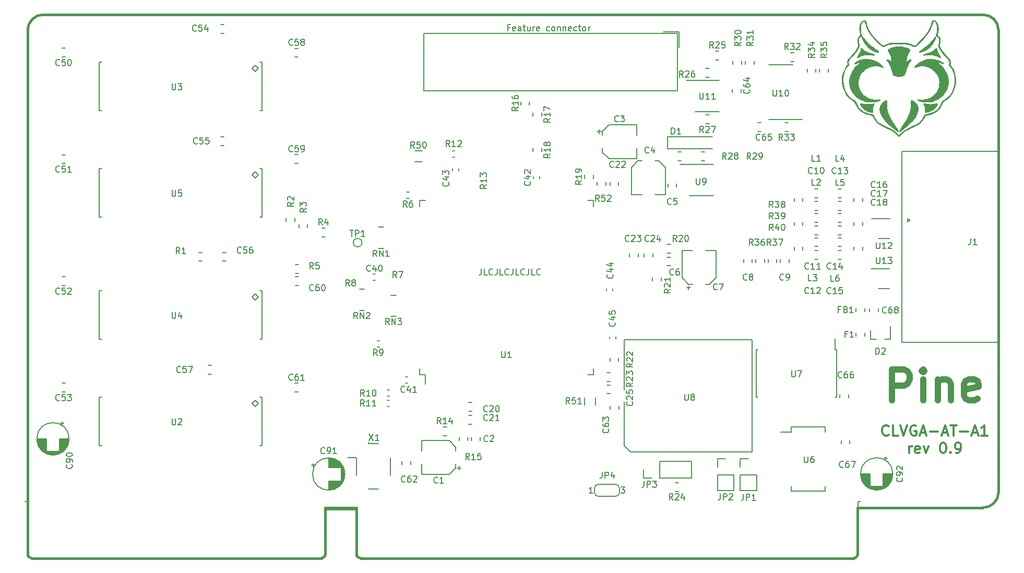
<source format=gbr>
%TF.GenerationSoftware,KiCad,Pcbnew,(5.1.6)-1*%
%TF.CreationDate,2020-07-21T14:46:33+03:00*%
%TF.ProjectId,GD5434,47443534-3334-42e6-9b69-6361645f7063,rev?*%
%TF.SameCoordinates,Original*%
%TF.FileFunction,Legend,Top*%
%TF.FilePolarity,Positive*%
%FSLAX46Y46*%
G04 Gerber Fmt 4.6, Leading zero omitted, Abs format (unit mm)*
G04 Created by KiCad (PCBNEW (5.1.6)-1) date 2020-07-21 14:46:33*
%MOMM*%
%LPD*%
G01*
G04 APERTURE LIST*
%ADD10C,0.200000*%
%ADD11C,1.000000*%
%ADD12C,0.300000*%
%TA.AperFunction,Profile*%
%ADD13C,0.381000*%
%TD*%
%ADD14C,0.155000*%
G04 APERTURE END LIST*
D10*
X147267872Y-67361820D02*
X147267872Y-68076106D01*
X147220253Y-68218963D01*
X147125015Y-68314201D01*
X146982158Y-68361820D01*
X146886920Y-68361820D01*
X148220253Y-68361820D02*
X147744062Y-68361820D01*
X147744062Y-67361820D01*
X149125015Y-68266582D02*
X149077396Y-68314201D01*
X148934539Y-68361820D01*
X148839300Y-68361820D01*
X148696443Y-68314201D01*
X148601205Y-68218963D01*
X148553586Y-68123725D01*
X148505967Y-67933249D01*
X148505967Y-67790392D01*
X148553586Y-67599916D01*
X148601205Y-67504678D01*
X148696443Y-67409440D01*
X148839300Y-67361820D01*
X148934539Y-67361820D01*
X149077396Y-67409440D01*
X149125015Y-67457059D01*
X149839300Y-67361820D02*
X149839300Y-68076106D01*
X149791681Y-68218963D01*
X149696443Y-68314201D01*
X149553586Y-68361820D01*
X149458348Y-68361820D01*
X150791681Y-68361820D02*
X150315491Y-68361820D01*
X150315491Y-67361820D01*
X151696443Y-68266582D02*
X151648824Y-68314201D01*
X151505967Y-68361820D01*
X151410729Y-68361820D01*
X151267872Y-68314201D01*
X151172634Y-68218963D01*
X151125015Y-68123725D01*
X151077396Y-67933249D01*
X151077396Y-67790392D01*
X151125015Y-67599916D01*
X151172634Y-67504678D01*
X151267872Y-67409440D01*
X151410729Y-67361820D01*
X151505967Y-67361820D01*
X151648824Y-67409440D01*
X151696443Y-67457059D01*
X152410729Y-67361820D02*
X152410729Y-68076106D01*
X152363110Y-68218963D01*
X152267872Y-68314201D01*
X152125015Y-68361820D01*
X152029777Y-68361820D01*
X153363110Y-68361820D02*
X152886920Y-68361820D01*
X152886920Y-67361820D01*
X154267872Y-68266582D02*
X154220253Y-68314201D01*
X154077396Y-68361820D01*
X153982158Y-68361820D01*
X153839300Y-68314201D01*
X153744062Y-68218963D01*
X153696443Y-68123725D01*
X153648824Y-67933249D01*
X153648824Y-67790392D01*
X153696443Y-67599916D01*
X153744062Y-67504678D01*
X153839300Y-67409440D01*
X153982158Y-67361820D01*
X154077396Y-67361820D01*
X154220253Y-67409440D01*
X154267872Y-67457059D01*
X154982158Y-67361820D02*
X154982158Y-68076106D01*
X154934539Y-68218963D01*
X154839300Y-68314201D01*
X154696443Y-68361820D01*
X154601205Y-68361820D01*
X155934539Y-68361820D02*
X155458348Y-68361820D01*
X155458348Y-67361820D01*
X156839300Y-68266582D02*
X156791681Y-68314201D01*
X156648824Y-68361820D01*
X156553586Y-68361820D01*
X156410729Y-68314201D01*
X156315491Y-68218963D01*
X156267872Y-68123725D01*
X156220253Y-67933249D01*
X156220253Y-67790392D01*
X156267872Y-67599916D01*
X156315491Y-67504678D01*
X156410729Y-67409440D01*
X156553586Y-67361820D01*
X156648824Y-67361820D01*
X156791681Y-67409440D01*
X156839300Y-67457059D01*
D11*
X213917758Y-88667624D02*
X213917758Y-83667624D01*
X215822520Y-83667624D01*
X216298710Y-83905720D01*
X216536805Y-84143815D01*
X216774900Y-84620005D01*
X216774900Y-85334291D01*
X216536805Y-85810481D01*
X216298710Y-86048577D01*
X215822520Y-86286672D01*
X213917758Y-86286672D01*
X218917758Y-88667624D02*
X218917758Y-85334291D01*
X218917758Y-83667624D02*
X218679662Y-83905720D01*
X218917758Y-84143815D01*
X219155853Y-83905720D01*
X218917758Y-83667624D01*
X218917758Y-84143815D01*
X221298710Y-85334291D02*
X221298710Y-88667624D01*
X221298710Y-85810481D02*
X221536805Y-85572386D01*
X222012996Y-85334291D01*
X222727281Y-85334291D01*
X223203472Y-85572386D01*
X223441567Y-86048577D01*
X223441567Y-88667624D01*
X227727281Y-88429529D02*
X227251091Y-88667624D01*
X226298710Y-88667624D01*
X225822520Y-88429529D01*
X225584424Y-87953339D01*
X225584424Y-86048577D01*
X225822520Y-85572386D01*
X226298710Y-85334291D01*
X227251091Y-85334291D01*
X227727281Y-85572386D01*
X227965377Y-86048577D01*
X227965377Y-86524767D01*
X225584424Y-87000958D01*
D12*
X213334424Y-94254342D02*
X213253472Y-94335295D01*
X213010615Y-94416247D01*
X212848710Y-94416247D01*
X212605853Y-94335295D01*
X212443948Y-94173390D01*
X212362996Y-94011485D01*
X212282043Y-93687676D01*
X212282043Y-93444819D01*
X212362996Y-93121009D01*
X212443948Y-92959104D01*
X212605853Y-92797200D01*
X212848710Y-92716247D01*
X213010615Y-92716247D01*
X213253472Y-92797200D01*
X213334424Y-92878152D01*
X214872520Y-94416247D02*
X214062996Y-94416247D01*
X214062996Y-92716247D01*
X215196329Y-92716247D02*
X215762996Y-94416247D01*
X216329662Y-92716247D01*
X217786805Y-92797200D02*
X217624900Y-92716247D01*
X217382043Y-92716247D01*
X217139186Y-92797200D01*
X216977281Y-92959104D01*
X216896329Y-93121009D01*
X216815377Y-93444819D01*
X216815377Y-93687676D01*
X216896329Y-94011485D01*
X216977281Y-94173390D01*
X217139186Y-94335295D01*
X217382043Y-94416247D01*
X217543948Y-94416247D01*
X217786805Y-94335295D01*
X217867758Y-94254342D01*
X217867758Y-93687676D01*
X217543948Y-93687676D01*
X218515377Y-93930533D02*
X219324900Y-93930533D01*
X218353472Y-94416247D02*
X218920139Y-92716247D01*
X219486805Y-94416247D01*
X220053472Y-93768628D02*
X221348710Y-93768628D01*
X222077281Y-93930533D02*
X222886805Y-93930533D01*
X221915377Y-94416247D02*
X222482043Y-92716247D01*
X223048710Y-94416247D01*
X223372520Y-92716247D02*
X224343948Y-92716247D01*
X223858234Y-94416247D02*
X223858234Y-92716247D01*
X224910615Y-93768628D02*
X226205853Y-93768628D01*
X226934424Y-93930533D02*
X227743948Y-93930533D01*
X226772520Y-94416247D02*
X227339186Y-92716247D01*
X227905853Y-94416247D01*
X229362996Y-94416247D02*
X228391567Y-94416247D01*
X228877281Y-94416247D02*
X228877281Y-92716247D01*
X228715377Y-92959104D01*
X228553472Y-93121009D01*
X228391567Y-93201961D01*
X216653472Y-97266247D02*
X216653472Y-96132914D01*
X216653472Y-96456723D02*
X216734424Y-96294819D01*
X216815377Y-96213866D01*
X216977281Y-96132914D01*
X217139186Y-96132914D01*
X218353472Y-97185295D02*
X218191567Y-97266247D01*
X217867758Y-97266247D01*
X217705853Y-97185295D01*
X217624900Y-97023390D01*
X217624900Y-96375771D01*
X217705853Y-96213866D01*
X217867758Y-96132914D01*
X218191567Y-96132914D01*
X218353472Y-96213866D01*
X218434424Y-96375771D01*
X218434424Y-96537676D01*
X217624900Y-96699580D01*
X219001091Y-96132914D02*
X219405853Y-97266247D01*
X219810615Y-96132914D01*
X222077281Y-95566247D02*
X222239186Y-95566247D01*
X222401091Y-95647200D01*
X222482043Y-95728152D01*
X222562996Y-95890057D01*
X222643948Y-96213866D01*
X222643948Y-96618628D01*
X222562996Y-96942438D01*
X222482043Y-97104342D01*
X222401091Y-97185295D01*
X222239186Y-97266247D01*
X222077281Y-97266247D01*
X221915377Y-97185295D01*
X221834424Y-97104342D01*
X221753472Y-96942438D01*
X221672520Y-96618628D01*
X221672520Y-96213866D01*
X221753472Y-95890057D01*
X221834424Y-95728152D01*
X221915377Y-95647200D01*
X222077281Y-95566247D01*
X223372520Y-97104342D02*
X223453472Y-97185295D01*
X223372520Y-97266247D01*
X223291567Y-97185295D01*
X223372520Y-97104342D01*
X223372520Y-97266247D01*
X224262996Y-97266247D02*
X224586805Y-97266247D01*
X224748710Y-97185295D01*
X224829662Y-97104342D01*
X224991567Y-96861485D01*
X225072520Y-96537676D01*
X225072520Y-95890057D01*
X224991567Y-95728152D01*
X224910615Y-95647200D01*
X224748710Y-95566247D01*
X224424900Y-95566247D01*
X224262996Y-95647200D01*
X224182043Y-95728152D01*
X224101091Y-95890057D01*
X224101091Y-96294819D01*
X224182043Y-96456723D01*
X224262996Y-96537676D01*
X224424900Y-96618628D01*
X224748710Y-96618628D01*
X224910615Y-96537676D01*
X224991567Y-96456723D01*
X225072520Y-96294819D01*
D13*
X73675240Y-113670080D02*
G75*
G03*
X74310240Y-114305080I635000J0D01*
G01*
X73675740Y-28658820D02*
X73675740Y-113670080D01*
X121318520Y-114303740D02*
G75*
G03*
X121953520Y-113668740I0J635000D01*
G01*
X74310740Y-114305080D02*
X121318520Y-114303740D01*
X121953520Y-106123740D02*
X121953520Y-113668740D01*
X127025900Y-106123740D02*
X121953520Y-106123740D01*
X127025900Y-106123740D02*
X127025900Y-113670080D01*
X208305900Y-106125080D02*
X208305900Y-113670080D01*
X76213838Y-26111208D02*
X228625900Y-26111208D01*
X207670900Y-114305080D02*
G75*
G03*
X208305900Y-113670080I0J635000D01*
G01*
X127660900Y-114305080D02*
X207670900Y-114305080D01*
X231165900Y-28651208D02*
G75*
G03*
X228625900Y-26111208I-2540000J0D01*
G01*
X228625900Y-106125080D02*
X208305900Y-106125080D01*
X231165900Y-103585080D02*
X231165900Y-28651208D01*
X228625900Y-106125080D02*
G75*
G03*
X231165900Y-103585080I0J2540000D01*
G01*
X127025900Y-113670080D02*
G75*
G03*
X127660900Y-114305080I635000J0D01*
G01*
X76213838Y-26111209D02*
G75*
G03*
X73675740Y-28658820I6982J-2545071D01*
G01*
D14*
%TO.C,U2*%
X111323120Y-88155420D02*
X111704120Y-88155420D01*
X111323120Y-96029420D02*
X111704120Y-96029420D01*
X111704120Y-88155420D02*
X111704120Y-96029420D01*
X85669120Y-96029420D02*
X85288120Y-96029420D01*
X85669120Y-88155420D02*
X85288120Y-88155420D01*
X85669120Y-88155420D02*
X85669120Y-88155420D01*
X85288120Y-88155420D02*
X85288120Y-96029420D01*
X111069120Y-89171420D02*
X110561120Y-89679420D01*
X110561120Y-88663420D02*
X111069120Y-89171420D01*
X110053120Y-89171420D02*
X110561120Y-88663420D01*
X110561120Y-89679420D02*
X110053120Y-89171420D01*
%TO.C,U4*%
X111323120Y-70871080D02*
X111704120Y-70871080D01*
X111323120Y-78745080D02*
X111704120Y-78745080D01*
X111704120Y-70871080D02*
X111704120Y-78745080D01*
X85669120Y-78745080D02*
X85288120Y-78745080D01*
X85669120Y-70871080D02*
X85288120Y-70871080D01*
X85669120Y-70871080D02*
X85669120Y-70871080D01*
X85288120Y-70871080D02*
X85288120Y-78745080D01*
X111069120Y-71887080D02*
X110561120Y-72395080D01*
X110561120Y-71379080D02*
X111069120Y-71887080D01*
X110053120Y-71887080D02*
X110561120Y-71379080D01*
X110561120Y-72395080D02*
X110053120Y-71887080D01*
%TO.C,U5*%
X111320580Y-51076860D02*
X111701580Y-51076860D01*
X111320580Y-58950860D02*
X111701580Y-58950860D01*
X111701580Y-51076860D02*
X111701580Y-58950860D01*
X85666580Y-58950860D02*
X85285580Y-58950860D01*
X85666580Y-51076860D02*
X85285580Y-51076860D01*
X85666580Y-51076860D02*
X85666580Y-51076860D01*
X85285580Y-51076860D02*
X85285580Y-58950860D01*
X111066580Y-52092860D02*
X110558580Y-52600860D01*
X110558580Y-51584860D02*
X111066580Y-52092860D01*
X110050580Y-52092860D02*
X110558580Y-51584860D01*
X110558580Y-52600860D02*
X110050580Y-52092860D01*
%TO.C,U3*%
X111320580Y-33807400D02*
X111701580Y-33807400D01*
X111320580Y-41681400D02*
X111701580Y-41681400D01*
X111701580Y-33807400D02*
X111701580Y-41681400D01*
X85666580Y-41681400D02*
X85285580Y-41681400D01*
X85666580Y-33807400D02*
X85285580Y-33807400D01*
X85666580Y-33807400D02*
X85666580Y-33807400D01*
X85285580Y-33807400D02*
X85285580Y-41681400D01*
X111066580Y-34823400D02*
X110558580Y-35331400D01*
X110558580Y-34315400D02*
X111066580Y-34823400D01*
X110050580Y-34823400D02*
X110558580Y-34315400D01*
X110558580Y-35331400D02*
X110050580Y-34823400D01*
%TO.C,U13*%
X211671340Y-70571000D02*
X213471340Y-70571000D01*
X213471340Y-67351000D02*
X210521340Y-67351000D01*
%TO.C,U12*%
X213496740Y-59215340D02*
X210546740Y-59215340D01*
X211696740Y-62435340D02*
X213496740Y-62435340D01*
%TO.C,REF\u002A\u002A*%
G36*
X215196531Y-31364186D02*
G01*
X215477697Y-31386249D01*
X215732292Y-31426569D01*
X215824365Y-31448221D01*
X216025995Y-31506437D01*
X216220106Y-31571909D01*
X216398632Y-31641069D01*
X216553508Y-31710348D01*
X216676667Y-31776177D01*
X216760044Y-31834986D01*
X216793747Y-31877140D01*
X216785271Y-31913316D01*
X216752850Y-31984396D01*
X216702616Y-32077523D01*
X216678770Y-32118296D01*
X216528476Y-32387696D01*
X216404548Y-32647235D01*
X216312206Y-32885363D01*
X216274146Y-33013120D01*
X216253670Y-33110040D01*
X216234440Y-33231451D01*
X216217448Y-33366014D01*
X216203684Y-33502395D01*
X216194140Y-33629257D01*
X216189807Y-33735264D01*
X216191676Y-33809080D01*
X216200739Y-33839369D01*
X216201883Y-33839573D01*
X216232290Y-33823317D01*
X216293001Y-33780813D01*
X216366518Y-33724656D01*
X216464171Y-33652654D01*
X216564781Y-33586526D01*
X216625978Y-33551540D01*
X216718564Y-33515835D01*
X216818505Y-33494592D01*
X216907043Y-33490113D01*
X216965420Y-33504699D01*
X216970959Y-33509204D01*
X216962696Y-33537464D01*
X216921033Y-33592064D01*
X216854686Y-33661766D01*
X216846534Y-33669607D01*
X216740299Y-33795340D01*
X216627520Y-33975551D01*
X216508868Y-34208734D01*
X216385016Y-34493385D01*
X216256633Y-34828000D01*
X216124391Y-35211075D01*
X216037130Y-35483909D01*
X215991678Y-35619764D01*
X215945033Y-35741753D01*
X215902787Y-35836225D01*
X215871485Y-35888442D01*
X215789608Y-35953310D01*
X215664571Y-36015293D01*
X215509647Y-36070332D01*
X215338108Y-36114366D01*
X215163228Y-36143337D01*
X215005920Y-36153208D01*
X214882999Y-36148349D01*
X214766863Y-36130939D01*
X214636681Y-36096885D01*
X214512032Y-36056149D01*
X214340883Y-35990829D01*
X214223275Y-35931247D01*
X214166971Y-35886264D01*
X214130314Y-35826285D01*
X214086838Y-35729170D01*
X214044053Y-35612378D01*
X214029812Y-35567380D01*
X213894934Y-35140904D01*
X213762428Y-34762291D01*
X213632934Y-34432983D01*
X213507090Y-34154421D01*
X213385533Y-33928045D01*
X213268901Y-33755298D01*
X213187253Y-33663900D01*
X213120662Y-33594673D01*
X213078192Y-33539420D01*
X213068671Y-33509702D01*
X213069104Y-33509204D01*
X213120506Y-33491176D01*
X213205079Y-33492568D01*
X213303901Y-33511061D01*
X213398052Y-33544335D01*
X213412130Y-33551242D01*
X213495553Y-33599960D01*
X213598164Y-33667582D01*
X213679476Y-33725966D01*
X213834698Y-33842788D01*
X213843068Y-33656648D01*
X213837965Y-33461339D01*
X213809576Y-33238209D01*
X213761779Y-33008919D01*
X213698450Y-32795128D01*
X213679754Y-32744324D01*
X213630546Y-32630243D01*
X213561532Y-32487700D01*
X213482516Y-32336284D01*
X213415717Y-32216795D01*
X213348444Y-32097225D01*
X213294420Y-31994113D01*
X213258728Y-31917696D01*
X213246447Y-31878206D01*
X213246779Y-31876459D01*
X213288886Y-31827644D01*
X213377173Y-31769090D01*
X213502962Y-31704334D01*
X213657572Y-31636913D01*
X213832323Y-31570364D01*
X214018535Y-31508226D01*
X214207528Y-31454034D01*
X214385668Y-31412332D01*
X214631310Y-31376749D01*
X214908000Y-31360860D01*
X215196531Y-31364186D01*
G37*
X215196531Y-31364186D02*
X215477697Y-31386249D01*
X215732292Y-31426569D01*
X215824365Y-31448221D01*
X216025995Y-31506437D01*
X216220106Y-31571909D01*
X216398632Y-31641069D01*
X216553508Y-31710348D01*
X216676667Y-31776177D01*
X216760044Y-31834986D01*
X216793747Y-31877140D01*
X216785271Y-31913316D01*
X216752850Y-31984396D01*
X216702616Y-32077523D01*
X216678770Y-32118296D01*
X216528476Y-32387696D01*
X216404548Y-32647235D01*
X216312206Y-32885363D01*
X216274146Y-33013120D01*
X216253670Y-33110040D01*
X216234440Y-33231451D01*
X216217448Y-33366014D01*
X216203684Y-33502395D01*
X216194140Y-33629257D01*
X216189807Y-33735264D01*
X216191676Y-33809080D01*
X216200739Y-33839369D01*
X216201883Y-33839573D01*
X216232290Y-33823317D01*
X216293001Y-33780813D01*
X216366518Y-33724656D01*
X216464171Y-33652654D01*
X216564781Y-33586526D01*
X216625978Y-33551540D01*
X216718564Y-33515835D01*
X216818505Y-33494592D01*
X216907043Y-33490113D01*
X216965420Y-33504699D01*
X216970959Y-33509204D01*
X216962696Y-33537464D01*
X216921033Y-33592064D01*
X216854686Y-33661766D01*
X216846534Y-33669607D01*
X216740299Y-33795340D01*
X216627520Y-33975551D01*
X216508868Y-34208734D01*
X216385016Y-34493385D01*
X216256633Y-34828000D01*
X216124391Y-35211075D01*
X216037130Y-35483909D01*
X215991678Y-35619764D01*
X215945033Y-35741753D01*
X215902787Y-35836225D01*
X215871485Y-35888442D01*
X215789608Y-35953310D01*
X215664571Y-36015293D01*
X215509647Y-36070332D01*
X215338108Y-36114366D01*
X215163228Y-36143337D01*
X215005920Y-36153208D01*
X214882999Y-36148349D01*
X214766863Y-36130939D01*
X214636681Y-36096885D01*
X214512032Y-36056149D01*
X214340883Y-35990829D01*
X214223275Y-35931247D01*
X214166971Y-35886264D01*
X214130314Y-35826285D01*
X214086838Y-35729170D01*
X214044053Y-35612378D01*
X214029812Y-35567380D01*
X213894934Y-35140904D01*
X213762428Y-34762291D01*
X213632934Y-34432983D01*
X213507090Y-34154421D01*
X213385533Y-33928045D01*
X213268901Y-33755298D01*
X213187253Y-33663900D01*
X213120662Y-33594673D01*
X213078192Y-33539420D01*
X213068671Y-33509702D01*
X213069104Y-33509204D01*
X213120506Y-33491176D01*
X213205079Y-33492568D01*
X213303901Y-33511061D01*
X213398052Y-33544335D01*
X213412130Y-33551242D01*
X213495553Y-33599960D01*
X213598164Y-33667582D01*
X213679476Y-33725966D01*
X213834698Y-33842788D01*
X213843068Y-33656648D01*
X213837965Y-33461339D01*
X213809576Y-33238209D01*
X213761779Y-33008919D01*
X213698450Y-32795128D01*
X213679754Y-32744324D01*
X213630546Y-32630243D01*
X213561532Y-32487700D01*
X213482516Y-32336284D01*
X213415717Y-32216795D01*
X213348444Y-32097225D01*
X213294420Y-31994113D01*
X213258728Y-31917696D01*
X213246447Y-31878206D01*
X213246779Y-31876459D01*
X213288886Y-31827644D01*
X213377173Y-31769090D01*
X213502962Y-31704334D01*
X213657572Y-31636913D01*
X213832323Y-31570364D01*
X214018535Y-31508226D01*
X214207528Y-31454034D01*
X214385668Y-31412332D01*
X214631310Y-31376749D01*
X214908000Y-31360860D01*
X215196531Y-31364186D01*
G36*
X210038809Y-33396355D02*
G01*
X210441507Y-33443016D01*
X210834269Y-33543371D01*
X211219483Y-33698250D01*
X211599536Y-33908482D01*
X211700038Y-33973812D01*
X211834405Y-34069435D01*
X211968475Y-34174658D01*
X212095629Y-34283115D01*
X212209247Y-34388439D01*
X212302709Y-34484265D01*
X212369395Y-34564225D01*
X212402686Y-34621954D01*
X212400868Y-34647811D01*
X212370193Y-34644755D01*
X212296411Y-34626082D01*
X212189738Y-34594678D01*
X212060393Y-34553431D01*
X212023844Y-34541294D01*
X211873048Y-34491717D01*
X211758547Y-34457913D01*
X211663393Y-34436916D01*
X211570641Y-34425760D01*
X211463341Y-34421476D01*
X211337032Y-34421055D01*
X211001543Y-34443427D01*
X210653383Y-34505383D01*
X210309615Y-34602303D01*
X209987302Y-34729569D01*
X209759988Y-34847981D01*
X209511635Y-35017995D01*
X209267597Y-35228268D01*
X209039532Y-35466266D01*
X208839098Y-35719452D01*
X208677951Y-35975293D01*
X208636328Y-36056207D01*
X208513045Y-36373176D01*
X208435169Y-36715349D01*
X208402744Y-37074340D01*
X208415816Y-37441762D01*
X208474431Y-37809229D01*
X208578633Y-38168353D01*
X208624268Y-38286610D01*
X208793828Y-38630707D01*
X209004189Y-38937604D01*
X209256161Y-39207962D01*
X209550557Y-39442440D01*
X209888186Y-39641699D01*
X210269860Y-39806399D01*
X210631726Y-39920309D01*
X210964245Y-39989117D01*
X211280510Y-40010723D01*
X211593840Y-39986004D01*
X211605143Y-39984275D01*
X211721526Y-39968061D01*
X211818389Y-39958016D01*
X211881035Y-39955515D01*
X211894258Y-39957256D01*
X211918132Y-39981225D01*
X211894313Y-40015283D01*
X211829895Y-40055948D01*
X211731973Y-40099738D01*
X211607643Y-40143169D01*
X211463999Y-40182759D01*
X211409306Y-40195317D01*
X211274367Y-40217697D01*
X211099845Y-40236267D01*
X210897231Y-40250777D01*
X210678016Y-40260978D01*
X210453689Y-40266620D01*
X210235741Y-40267455D01*
X210035662Y-40263231D01*
X209864942Y-40253701D01*
X209735071Y-40238614D01*
X209703095Y-40232364D01*
X209295913Y-40114821D01*
X208907537Y-39952857D01*
X208544225Y-39750556D01*
X208212237Y-39512001D01*
X207917830Y-39241274D01*
X207667264Y-38942460D01*
X207617578Y-38871786D01*
X207390741Y-38491007D01*
X207218648Y-38098967D01*
X207101275Y-37698061D01*
X207038599Y-37290685D01*
X207030595Y-36879234D01*
X207077241Y-36466105D01*
X207178512Y-36053692D01*
X207334385Y-35644391D01*
X207544836Y-35240597D01*
X207655195Y-35064568D01*
X207876476Y-34759777D01*
X208104776Y-34506559D01*
X208344838Y-34300089D01*
X208526330Y-34178444D01*
X208777739Y-34027946D01*
X208713703Y-33976093D01*
X208621701Y-33934934D01*
X208487822Y-33927252D01*
X208310815Y-33953089D01*
X208141669Y-33996641D01*
X207995140Y-34035186D01*
X207897510Y-34050021D01*
X207849316Y-34043194D01*
X207834752Y-34025120D01*
X207850208Y-33997619D01*
X207901721Y-33954495D01*
X207995329Y-33889554D01*
X208006074Y-33882395D01*
X208298458Y-33717931D01*
X208630230Y-33584520D01*
X208992277Y-33484342D01*
X209375488Y-33419575D01*
X209770750Y-33392398D01*
X210038809Y-33396355D01*
G37*
X210038809Y-33396355D02*
X210441507Y-33443016D01*
X210834269Y-33543371D01*
X211219483Y-33698250D01*
X211599536Y-33908482D01*
X211700038Y-33973812D01*
X211834405Y-34069435D01*
X211968475Y-34174658D01*
X212095629Y-34283115D01*
X212209247Y-34388439D01*
X212302709Y-34484265D01*
X212369395Y-34564225D01*
X212402686Y-34621954D01*
X212400868Y-34647811D01*
X212370193Y-34644755D01*
X212296411Y-34626082D01*
X212189738Y-34594678D01*
X212060393Y-34553431D01*
X212023844Y-34541294D01*
X211873048Y-34491717D01*
X211758547Y-34457913D01*
X211663393Y-34436916D01*
X211570641Y-34425760D01*
X211463341Y-34421476D01*
X211337032Y-34421055D01*
X211001543Y-34443427D01*
X210653383Y-34505383D01*
X210309615Y-34602303D01*
X209987302Y-34729569D01*
X209759988Y-34847981D01*
X209511635Y-35017995D01*
X209267597Y-35228268D01*
X209039532Y-35466266D01*
X208839098Y-35719452D01*
X208677951Y-35975293D01*
X208636328Y-36056207D01*
X208513045Y-36373176D01*
X208435169Y-36715349D01*
X208402744Y-37074340D01*
X208415816Y-37441762D01*
X208474431Y-37809229D01*
X208578633Y-38168353D01*
X208624268Y-38286610D01*
X208793828Y-38630707D01*
X209004189Y-38937604D01*
X209256161Y-39207962D01*
X209550557Y-39442440D01*
X209888186Y-39641699D01*
X210269860Y-39806399D01*
X210631726Y-39920309D01*
X210964245Y-39989117D01*
X211280510Y-40010723D01*
X211593840Y-39986004D01*
X211605143Y-39984275D01*
X211721526Y-39968061D01*
X211818389Y-39958016D01*
X211881035Y-39955515D01*
X211894258Y-39957256D01*
X211918132Y-39981225D01*
X211894313Y-40015283D01*
X211829895Y-40055948D01*
X211731973Y-40099738D01*
X211607643Y-40143169D01*
X211463999Y-40182759D01*
X211409306Y-40195317D01*
X211274367Y-40217697D01*
X211099845Y-40236267D01*
X210897231Y-40250777D01*
X210678016Y-40260978D01*
X210453689Y-40266620D01*
X210235741Y-40267455D01*
X210035662Y-40263231D01*
X209864942Y-40253701D01*
X209735071Y-40238614D01*
X209703095Y-40232364D01*
X209295913Y-40114821D01*
X208907537Y-39952857D01*
X208544225Y-39750556D01*
X208212237Y-39512001D01*
X207917830Y-39241274D01*
X207667264Y-38942460D01*
X207617578Y-38871786D01*
X207390741Y-38491007D01*
X207218648Y-38098967D01*
X207101275Y-37698061D01*
X207038599Y-37290685D01*
X207030595Y-36879234D01*
X207077241Y-36466105D01*
X207178512Y-36053692D01*
X207334385Y-35644391D01*
X207544836Y-35240597D01*
X207655195Y-35064568D01*
X207876476Y-34759777D01*
X208104776Y-34506559D01*
X208344838Y-34300089D01*
X208526330Y-34178444D01*
X208777739Y-34027946D01*
X208713703Y-33976093D01*
X208621701Y-33934934D01*
X208487822Y-33927252D01*
X208310815Y-33953089D01*
X208141669Y-33996641D01*
X207995140Y-34035186D01*
X207897510Y-34050021D01*
X207849316Y-34043194D01*
X207834752Y-34025120D01*
X207850208Y-33997619D01*
X207901721Y-33954495D01*
X207995329Y-33889554D01*
X208006074Y-33882395D01*
X208298458Y-33717931D01*
X208630230Y-33584520D01*
X208992277Y-33484342D01*
X209375488Y-33419575D01*
X209770750Y-33392398D01*
X210038809Y-33396355D01*
G36*
X209089057Y-29725517D02*
G01*
X209148694Y-29790381D01*
X209170563Y-29820509D01*
X209245219Y-29923489D01*
X209327896Y-30031385D01*
X209361476Y-30073186D01*
X209522649Y-30269403D01*
X209659926Y-30435375D01*
X209779279Y-30576629D01*
X209886682Y-30698692D01*
X209988107Y-30807091D01*
X210089528Y-30907354D01*
X210196916Y-31005008D01*
X210316246Y-31105580D01*
X210453491Y-31214598D01*
X210614623Y-31337589D01*
X210805615Y-31480080D01*
X211032440Y-31647599D01*
X211181809Y-31757697D01*
X211356236Y-31888069D01*
X211487702Y-31990799D01*
X211580200Y-32069568D01*
X211637728Y-32128054D01*
X211664282Y-32169935D01*
X211663857Y-32198890D01*
X211662878Y-32200595D01*
X211626399Y-32223899D01*
X211554690Y-32225452D01*
X211441171Y-32204928D01*
X211365254Y-32185908D01*
X211151494Y-32111913D01*
X210915067Y-32000516D01*
X210667570Y-31859165D01*
X210420603Y-31695313D01*
X210185762Y-31516409D01*
X209974647Y-31329903D01*
X209873890Y-31227900D01*
X209735084Y-31066864D01*
X209594007Y-30880969D01*
X209456595Y-30680132D01*
X209328782Y-30474275D01*
X209216502Y-30273315D01*
X209125689Y-30087174D01*
X209062278Y-29925769D01*
X209036505Y-29828194D01*
X209030103Y-29744588D01*
X209048573Y-29710307D01*
X209089057Y-29725517D01*
G37*
X209089057Y-29725517D02*
X209148694Y-29790381D01*
X209170563Y-29820509D01*
X209245219Y-29923489D01*
X209327896Y-30031385D01*
X209361476Y-30073186D01*
X209522649Y-30269403D01*
X209659926Y-30435375D01*
X209779279Y-30576629D01*
X209886682Y-30698692D01*
X209988107Y-30807091D01*
X210089528Y-30907354D01*
X210196916Y-31005008D01*
X210316246Y-31105580D01*
X210453491Y-31214598D01*
X210614623Y-31337589D01*
X210805615Y-31480080D01*
X211032440Y-31647599D01*
X211181809Y-31757697D01*
X211356236Y-31888069D01*
X211487702Y-31990799D01*
X211580200Y-32069568D01*
X211637728Y-32128054D01*
X211664282Y-32169935D01*
X211663857Y-32198890D01*
X211662878Y-32200595D01*
X211626399Y-32223899D01*
X211554690Y-32225452D01*
X211441171Y-32204928D01*
X211365254Y-32185908D01*
X211151494Y-32111913D01*
X210915067Y-32000516D01*
X210667570Y-31859165D01*
X210420603Y-31695313D01*
X210185762Y-31516409D01*
X209974647Y-31329903D01*
X209873890Y-31227900D01*
X209735084Y-31066864D01*
X209594007Y-30880969D01*
X209456595Y-30680132D01*
X209328782Y-30474275D01*
X209216502Y-30273315D01*
X209125689Y-30087174D01*
X209062278Y-29925769D01*
X209036505Y-29828194D01*
X209030103Y-29744588D01*
X209048573Y-29710307D01*
X209089057Y-29725517D01*
G36*
X220485353Y-33401839D02*
G01*
X220860577Y-33448175D01*
X221224799Y-33528574D01*
X221567308Y-33641446D01*
X221877395Y-33785202D01*
X222023337Y-33872327D01*
X222125089Y-33940494D01*
X222184663Y-33986117D01*
X222208355Y-34015573D01*
X222202461Y-34035234D01*
X222191632Y-34042698D01*
X222145225Y-34051883D01*
X222066676Y-34041368D01*
X221947403Y-34009789D01*
X221906970Y-33997433D01*
X221711453Y-33947321D01*
X221544803Y-33926771D01*
X221413511Y-33936106D01*
X221333041Y-33968830D01*
X221269380Y-34013420D01*
X221333817Y-34062574D01*
X221391032Y-34102268D01*
X221477649Y-34158015D01*
X221569312Y-34214344D01*
X221759092Y-34342292D01*
X221929990Y-34490228D01*
X222096545Y-34671550D01*
X222184595Y-34781320D01*
X222451991Y-35165248D01*
X222669001Y-35558705D01*
X222834697Y-35958543D01*
X222948151Y-36361614D01*
X223008437Y-36764772D01*
X223014627Y-37164868D01*
X222980021Y-37480536D01*
X222880905Y-37910171D01*
X222732863Y-38313519D01*
X222538160Y-38688068D01*
X222299062Y-39031311D01*
X222017833Y-39340738D01*
X221696738Y-39613840D01*
X221338044Y-39848109D01*
X220944014Y-40041034D01*
X220539922Y-40183470D01*
X220452536Y-40207657D01*
X220371989Y-40225840D01*
X220287710Y-40239002D01*
X220189128Y-40248124D01*
X220065673Y-40254188D01*
X219906775Y-40258177D01*
X219704920Y-40261036D01*
X219521098Y-40262554D01*
X219350708Y-40262816D01*
X219203930Y-40261896D01*
X219090940Y-40259868D01*
X219021916Y-40256806D01*
X219013476Y-40255981D01*
X218803057Y-40225085D01*
X218606080Y-40185835D01*
X218431506Y-40140789D01*
X218288295Y-40092506D01*
X218185408Y-40043541D01*
X218138755Y-40006331D01*
X218124402Y-39977788D01*
X218142721Y-39961531D01*
X218199162Y-39957259D01*
X218299176Y-39964669D01*
X218448216Y-39983457D01*
X218477254Y-39987539D01*
X218755574Y-40010757D01*
X219028936Y-39998119D01*
X219312999Y-39948031D01*
X219569951Y-39876290D01*
X219975565Y-39724769D01*
X220334389Y-39542596D01*
X220648008Y-39328196D01*
X220918012Y-39079993D01*
X221145987Y-38796412D01*
X221333521Y-38475877D01*
X221482202Y-38116813D01*
X221543764Y-37917684D01*
X221590705Y-37698548D01*
X221621587Y-37448139D01*
X221635601Y-37185802D01*
X221631942Y-36930882D01*
X221609801Y-36702725D01*
X221597412Y-36632162D01*
X221513532Y-36316410D01*
X221391998Y-36025087D01*
X221227270Y-35747624D01*
X221013805Y-35473450D01*
X220955512Y-35407851D01*
X220692464Y-35149407D01*
X220409109Y-34933099D01*
X220099281Y-34755775D01*
X219756810Y-34614281D01*
X219375528Y-34505464D01*
X219072725Y-34445447D01*
X218863498Y-34417249D01*
X218676940Y-34409362D01*
X218496025Y-34423360D01*
X218303725Y-34460817D01*
X218083012Y-34523307D01*
X218023226Y-34542430D01*
X217890109Y-34585289D01*
X217776675Y-34620958D01*
X217693513Y-34646168D01*
X217651213Y-34657655D01*
X217648557Y-34658018D01*
X217638643Y-34639786D01*
X217662995Y-34590696D01*
X217715331Y-34519157D01*
X217789369Y-34433578D01*
X217878827Y-34342368D01*
X217897765Y-34324425D01*
X218163299Y-34102815D01*
X218462975Y-33899102D01*
X218781893Y-33721626D01*
X219105151Y-33578729D01*
X219400760Y-33483102D01*
X219744735Y-33417713D01*
X220109836Y-33391155D01*
X220485353Y-33401839D01*
G37*
X220485353Y-33401839D02*
X220860577Y-33448175D01*
X221224799Y-33528574D01*
X221567308Y-33641446D01*
X221877395Y-33785202D01*
X222023337Y-33872327D01*
X222125089Y-33940494D01*
X222184663Y-33986117D01*
X222208355Y-34015573D01*
X222202461Y-34035234D01*
X222191632Y-34042698D01*
X222145225Y-34051883D01*
X222066676Y-34041368D01*
X221947403Y-34009789D01*
X221906970Y-33997433D01*
X221711453Y-33947321D01*
X221544803Y-33926771D01*
X221413511Y-33936106D01*
X221333041Y-33968830D01*
X221269380Y-34013420D01*
X221333817Y-34062574D01*
X221391032Y-34102268D01*
X221477649Y-34158015D01*
X221569312Y-34214344D01*
X221759092Y-34342292D01*
X221929990Y-34490228D01*
X222096545Y-34671550D01*
X222184595Y-34781320D01*
X222451991Y-35165248D01*
X222669001Y-35558705D01*
X222834697Y-35958543D01*
X222948151Y-36361614D01*
X223008437Y-36764772D01*
X223014627Y-37164868D01*
X222980021Y-37480536D01*
X222880905Y-37910171D01*
X222732863Y-38313519D01*
X222538160Y-38688068D01*
X222299062Y-39031311D01*
X222017833Y-39340738D01*
X221696738Y-39613840D01*
X221338044Y-39848109D01*
X220944014Y-40041034D01*
X220539922Y-40183470D01*
X220452536Y-40207657D01*
X220371989Y-40225840D01*
X220287710Y-40239002D01*
X220189128Y-40248124D01*
X220065673Y-40254188D01*
X219906775Y-40258177D01*
X219704920Y-40261036D01*
X219521098Y-40262554D01*
X219350708Y-40262816D01*
X219203930Y-40261896D01*
X219090940Y-40259868D01*
X219021916Y-40256806D01*
X219013476Y-40255981D01*
X218803057Y-40225085D01*
X218606080Y-40185835D01*
X218431506Y-40140789D01*
X218288295Y-40092506D01*
X218185408Y-40043541D01*
X218138755Y-40006331D01*
X218124402Y-39977788D01*
X218142721Y-39961531D01*
X218199162Y-39957259D01*
X218299176Y-39964669D01*
X218448216Y-39983457D01*
X218477254Y-39987539D01*
X218755574Y-40010757D01*
X219028936Y-39998119D01*
X219312999Y-39948031D01*
X219569951Y-39876290D01*
X219975565Y-39724769D01*
X220334389Y-39542596D01*
X220648008Y-39328196D01*
X220918012Y-39079993D01*
X221145987Y-38796412D01*
X221333521Y-38475877D01*
X221482202Y-38116813D01*
X221543764Y-37917684D01*
X221590705Y-37698548D01*
X221621587Y-37448139D01*
X221635601Y-37185802D01*
X221631942Y-36930882D01*
X221609801Y-36702725D01*
X221597412Y-36632162D01*
X221513532Y-36316410D01*
X221391998Y-36025087D01*
X221227270Y-35747624D01*
X221013805Y-35473450D01*
X220955512Y-35407851D01*
X220692464Y-35149407D01*
X220409109Y-34933099D01*
X220099281Y-34755775D01*
X219756810Y-34614281D01*
X219375528Y-34505464D01*
X219072725Y-34445447D01*
X218863498Y-34417249D01*
X218676940Y-34409362D01*
X218496025Y-34423360D01*
X218303725Y-34460817D01*
X218083012Y-34523307D01*
X218023226Y-34542430D01*
X217890109Y-34585289D01*
X217776675Y-34620958D01*
X217693513Y-34646168D01*
X217651213Y-34657655D01*
X217648557Y-34658018D01*
X217638643Y-34639786D01*
X217662995Y-34590696D01*
X217715331Y-34519157D01*
X217789369Y-34433578D01*
X217878827Y-34342368D01*
X217897765Y-34324425D01*
X218163299Y-34102815D01*
X218462975Y-33899102D01*
X218781893Y-33721626D01*
X219105151Y-33578729D01*
X219400760Y-33483102D01*
X219744735Y-33417713D01*
X220109836Y-33391155D01*
X220485353Y-33401839D01*
G36*
X208974596Y-31628484D02*
G01*
X209037433Y-31678416D01*
X209120724Y-31751614D01*
X209191830Y-31817936D01*
X209306406Y-31919880D01*
X209431490Y-32019230D01*
X209547259Y-32100663D01*
X209595099Y-32129672D01*
X209677967Y-32169716D01*
X209803594Y-32222373D01*
X209960878Y-32283375D01*
X210138717Y-32348458D01*
X210326006Y-32413356D01*
X210382498Y-32432192D01*
X210557744Y-32490785D01*
X210715305Y-32544848D01*
X210847129Y-32591505D01*
X210945166Y-32627881D01*
X211001366Y-32651101D01*
X211011065Y-32656678D01*
X211007686Y-32674002D01*
X210955520Y-32681415D01*
X210861296Y-32679184D01*
X210731748Y-32667577D01*
X210573605Y-32646860D01*
X210507844Y-32636723D01*
X210269758Y-32610621D01*
X210008031Y-32602292D01*
X209741904Y-32611068D01*
X209490620Y-32636279D01*
X209273419Y-32677256D01*
X209262698Y-32679992D01*
X209147096Y-32716578D01*
X209000949Y-32772436D01*
X208843291Y-32839859D01*
X208698254Y-32908573D01*
X208543111Y-32985209D01*
X208431211Y-33036996D01*
X208356252Y-33066132D01*
X208311935Y-33074812D01*
X208291958Y-33065232D01*
X208289032Y-33051214D01*
X208304120Y-33018753D01*
X208345143Y-32950224D01*
X208405734Y-32855851D01*
X208475376Y-32751932D01*
X208651048Y-32474373D01*
X208780292Y-32223387D01*
X208864509Y-31995582D01*
X208905102Y-31787564D01*
X208909503Y-31701740D01*
X208918431Y-31639318D01*
X208939619Y-31610282D01*
X208942062Y-31610018D01*
X208974596Y-31628484D01*
G37*
X208974596Y-31628484D02*
X209037433Y-31678416D01*
X209120724Y-31751614D01*
X209191830Y-31817936D01*
X209306406Y-31919880D01*
X209431490Y-32019230D01*
X209547259Y-32100663D01*
X209595099Y-32129672D01*
X209677967Y-32169716D01*
X209803594Y-32222373D01*
X209960878Y-32283375D01*
X210138717Y-32348458D01*
X210326006Y-32413356D01*
X210382498Y-32432192D01*
X210557744Y-32490785D01*
X210715305Y-32544848D01*
X210847129Y-32591505D01*
X210945166Y-32627881D01*
X211001366Y-32651101D01*
X211011065Y-32656678D01*
X211007686Y-32674002D01*
X210955520Y-32681415D01*
X210861296Y-32679184D01*
X210731748Y-32667577D01*
X210573605Y-32646860D01*
X210507844Y-32636723D01*
X210269758Y-32610621D01*
X210008031Y-32602292D01*
X209741904Y-32611068D01*
X209490620Y-32636279D01*
X209273419Y-32677256D01*
X209262698Y-32679992D01*
X209147096Y-32716578D01*
X209000949Y-32772436D01*
X208843291Y-32839859D01*
X208698254Y-32908573D01*
X208543111Y-32985209D01*
X208431211Y-33036996D01*
X208356252Y-33066132D01*
X208311935Y-33074812D01*
X208291958Y-33065232D01*
X208289032Y-33051214D01*
X208304120Y-33018753D01*
X208345143Y-32950224D01*
X208405734Y-32855851D01*
X208475376Y-32751932D01*
X208651048Y-32474373D01*
X208780292Y-32223387D01*
X208864509Y-31995582D01*
X208905102Y-31787564D01*
X208909503Y-31701740D01*
X208918431Y-31639318D01*
X208939619Y-31610282D01*
X208942062Y-31610018D01*
X208974596Y-31628484D01*
G36*
X221120459Y-31634709D02*
G01*
X221130034Y-31694948D01*
X221130143Y-31702866D01*
X221152735Y-31893835D01*
X221219088Y-32112498D01*
X221327063Y-32353694D01*
X221474519Y-32612264D01*
X221563232Y-32747693D01*
X221636808Y-32857661D01*
X221696859Y-32951608D01*
X221737040Y-33019318D01*
X221751032Y-33050164D01*
X221737946Y-33071569D01*
X221695559Y-33070130D01*
X221619175Y-33044242D01*
X221504099Y-32992301D01*
X221345637Y-32912704D01*
X221339664Y-32909613D01*
X221190893Y-32837736D01*
X221031721Y-32769278D01*
X220883541Y-32713037D01*
X220789331Y-32683303D01*
X220564882Y-32637624D01*
X220305528Y-32609855D01*
X220030121Y-32600694D01*
X219757513Y-32610841D01*
X219532219Y-32636723D01*
X219369643Y-32660141D01*
X219230264Y-32675173D01*
X219121351Y-32681510D01*
X219050172Y-32678840D01*
X219023996Y-32666855D01*
X219028998Y-32658192D01*
X219062522Y-32642573D01*
X219141668Y-32612195D01*
X219258435Y-32569928D01*
X219404823Y-32518639D01*
X219572833Y-32461198D01*
X219662044Y-32431201D01*
X219917133Y-32343835D01*
X220126399Y-32266607D01*
X220298535Y-32195029D01*
X220442238Y-32124616D01*
X220566199Y-32050880D01*
X220679114Y-31969334D01*
X220789676Y-31875493D01*
X220853189Y-31816483D01*
X220945150Y-31731506D01*
X221023827Y-31663510D01*
X221079421Y-31620687D01*
X221100133Y-31610018D01*
X221120459Y-31634709D01*
G37*
X221120459Y-31634709D02*
X221130034Y-31694948D01*
X221130143Y-31702866D01*
X221152735Y-31893835D01*
X221219088Y-32112498D01*
X221327063Y-32353694D01*
X221474519Y-32612264D01*
X221563232Y-32747693D01*
X221636808Y-32857661D01*
X221696859Y-32951608D01*
X221737040Y-33019318D01*
X221751032Y-33050164D01*
X221737946Y-33071569D01*
X221695559Y-33070130D01*
X221619175Y-33044242D01*
X221504099Y-32992301D01*
X221345637Y-32912704D01*
X221339664Y-32909613D01*
X221190893Y-32837736D01*
X221031721Y-32769278D01*
X220883541Y-32713037D01*
X220789331Y-32683303D01*
X220564882Y-32637624D01*
X220305528Y-32609855D01*
X220030121Y-32600694D01*
X219757513Y-32610841D01*
X219532219Y-32636723D01*
X219369643Y-32660141D01*
X219230264Y-32675173D01*
X219121351Y-32681510D01*
X219050172Y-32678840D01*
X219023996Y-32666855D01*
X219028998Y-32658192D01*
X219062522Y-32642573D01*
X219141668Y-32612195D01*
X219258435Y-32569928D01*
X219404823Y-32518639D01*
X219572833Y-32461198D01*
X219662044Y-32431201D01*
X219917133Y-32343835D01*
X220126399Y-32266607D01*
X220298535Y-32195029D01*
X220442238Y-32124616D01*
X220566199Y-32050880D01*
X220679114Y-31969334D01*
X220789676Y-31875493D01*
X220853189Y-31816483D01*
X220945150Y-31731506D01*
X221023827Y-31663510D01*
X221079421Y-31620687D01*
X221100133Y-31610018D01*
X221120459Y-31634709D01*
G36*
X220784657Y-27116923D02*
G01*
X220925300Y-27186476D01*
X221051053Y-27305721D01*
X221159967Y-27471819D01*
X221250092Y-27681935D01*
X221319477Y-27933231D01*
X221358158Y-28157595D01*
X221376282Y-28371529D01*
X221371709Y-28586738D01*
X221343139Y-28817961D01*
X221289269Y-29079941D01*
X221269657Y-29160089D01*
X221237513Y-29288956D01*
X221211157Y-29396887D01*
X221193284Y-29472681D01*
X221186589Y-29505138D01*
X221186587Y-29505238D01*
X221209281Y-29526112D01*
X221266321Y-29560579D01*
X221294346Y-29575400D01*
X221433388Y-29673688D01*
X221553575Y-29810164D01*
X221639632Y-29966683D01*
X221651817Y-30000036D01*
X221676463Y-30092478D01*
X221689268Y-30194391D01*
X221691681Y-30323113D01*
X221688151Y-30434267D01*
X221679584Y-30576930D01*
X221665202Y-30690351D01*
X221640237Y-30795479D01*
X221599923Y-30913261D01*
X221551208Y-31036083D01*
X221534095Y-31088741D01*
X221533151Y-31139311D01*
X221551045Y-31205132D01*
X221590444Y-31303540D01*
X221593454Y-31310632D01*
X221674586Y-31480969D01*
X221781659Y-31676287D01*
X221903858Y-31878733D01*
X222030367Y-32070451D01*
X222150370Y-32233587D01*
X222159485Y-32245018D01*
X222236535Y-32337196D01*
X222341011Y-32456962D01*
X222461241Y-32591190D01*
X222585554Y-32726756D01*
X222634321Y-32778964D01*
X222820228Y-32980061D01*
X222969101Y-33148899D01*
X223085597Y-33291270D01*
X223174371Y-33412969D01*
X223240078Y-33519788D01*
X223259801Y-33557351D01*
X223314989Y-33685158D01*
X223340136Y-33799429D01*
X223338215Y-33923895D01*
X223320351Y-34040596D01*
X223305154Y-34144289D01*
X223299953Y-34231567D01*
X223305200Y-34280471D01*
X223331356Y-34325908D01*
X223383837Y-34401245D01*
X223452996Y-34492882D01*
X223480797Y-34528090D01*
X223677546Y-34799651D01*
X223832006Y-35072810D01*
X223927929Y-35293018D01*
X224068801Y-35729161D01*
X224160167Y-36176506D01*
X224202846Y-36629374D01*
X224197654Y-37082088D01*
X224145407Y-37528970D01*
X224046922Y-37964342D01*
X223903018Y-38382527D01*
X223714509Y-38777847D01*
X223482214Y-39144623D01*
X223349055Y-39316556D01*
X223153304Y-39527876D01*
X222923107Y-39735429D01*
X222678821Y-39921925D01*
X222503507Y-40034710D01*
X222393921Y-40101160D01*
X222296165Y-40164252D01*
X222225505Y-40213980D01*
X222206849Y-40229124D01*
X222144461Y-40302726D01*
X222075327Y-40419506D01*
X221997295Y-40583527D01*
X221918246Y-40773462D01*
X221769294Y-41073707D01*
X221570540Y-41354764D01*
X221326684Y-41612133D01*
X221042423Y-41841313D01*
X220722457Y-42037805D01*
X220475498Y-42155292D01*
X220202754Y-42256272D01*
X219908708Y-42340320D01*
X219620687Y-42400055D01*
X219511098Y-42415755D01*
X219403726Y-42431261D01*
X219318572Y-42448152D01*
X219270856Y-42463287D01*
X219266771Y-42466196D01*
X219245391Y-42502584D01*
X219210474Y-42575758D01*
X219169460Y-42670102D01*
X219168199Y-42673129D01*
X219005423Y-43003706D01*
X218805820Y-43305733D01*
X218576169Y-43569763D01*
X218428076Y-43704930D01*
X218311528Y-43797201D01*
X218189085Y-43883768D01*
X218052769Y-43969141D01*
X217894600Y-44057829D01*
X217706596Y-44154343D01*
X217480779Y-44263193D01*
X217254827Y-44368011D01*
X216934778Y-44517937D01*
X216642464Y-44661502D01*
X216383227Y-44795877D01*
X216162411Y-44918230D01*
X215985359Y-45025730D01*
X215889209Y-45091443D01*
X215737784Y-45209313D01*
X215575893Y-45346937D01*
X215418904Y-45490415D01*
X215282184Y-45625846D01*
X215205558Y-45709829D01*
X215127530Y-45791588D01*
X215060153Y-45844993D01*
X215020032Y-45860915D01*
X214970414Y-45838425D01*
X214896839Y-45774379D01*
X214809158Y-45678315D01*
X214737367Y-45595109D01*
X214679504Y-45531486D01*
X214644873Y-45497546D01*
X214639825Y-45494535D01*
X214614057Y-45476550D01*
X214555395Y-45428344D01*
X214472858Y-45357504D01*
X214386180Y-45281169D01*
X214235930Y-45157824D01*
X214059591Y-45033171D01*
X213852067Y-44904286D01*
X213608264Y-44768244D01*
X213323085Y-44622120D01*
X212991436Y-44462991D01*
X212832809Y-44389627D01*
X212645298Y-44302327D01*
X212460751Y-44213857D01*
X212290207Y-44129700D01*
X212144703Y-44055337D01*
X212035278Y-43996250D01*
X212003902Y-43978011D01*
X211734121Y-43798411D01*
X211504088Y-43605050D01*
X211304517Y-43387622D01*
X211126121Y-43135819D01*
X210959610Y-42839336D01*
X210936744Y-42793726D01*
X210869065Y-42656076D01*
X210818505Y-42559538D01*
X210774751Y-42495894D01*
X210727493Y-42456927D01*
X210666417Y-42434417D01*
X210581212Y-42420148D01*
X210461565Y-42405900D01*
X210448032Y-42404249D01*
X210254767Y-42370657D01*
X210034184Y-42316308D01*
X209808618Y-42247290D01*
X209625932Y-42180142D01*
X209331802Y-42046489D01*
X209074799Y-41894453D01*
X208835911Y-41711491D01*
X208640749Y-41530129D01*
X208492003Y-41374871D01*
X208374140Y-41232493D01*
X208276999Y-41087238D01*
X208190416Y-40923350D01*
X208104229Y-40725074D01*
X208076425Y-40655240D01*
X207992721Y-40466322D01*
X207905370Y-40322981D01*
X207806788Y-40214486D01*
X207717362Y-40147240D01*
X207622040Y-40086439D01*
X207506229Y-40012817D01*
X207409662Y-39951598D01*
X207085205Y-39713402D01*
X206793916Y-39432615D01*
X206537645Y-39113607D01*
X206318245Y-38760749D01*
X206137566Y-38378410D01*
X205997461Y-37970961D01*
X205899782Y-37542771D01*
X205846379Y-37098211D01*
X205841651Y-36801478D01*
X205922393Y-36801478D01*
X205925992Y-36969435D01*
X205969272Y-37434920D01*
X206059088Y-37878446D01*
X206193620Y-38296844D01*
X206371047Y-38686941D01*
X206589551Y-39045566D01*
X206847311Y-39369547D01*
X207142507Y-39655714D01*
X207473321Y-39900895D01*
X207677107Y-40021084D01*
X207783982Y-40084397D01*
X207876979Y-40149614D01*
X207939987Y-40205139D01*
X207950353Y-40217779D01*
X207982912Y-40273652D01*
X208031013Y-40368934D01*
X208088512Y-40490924D01*
X208149264Y-40626922D01*
X208157470Y-40645871D01*
X208266337Y-40886157D01*
X208368775Y-41082667D01*
X208472465Y-41246279D01*
X208585089Y-41387870D01*
X208714327Y-41518316D01*
X208862454Y-41644192D01*
X209150087Y-41844225D01*
X209470319Y-42015297D01*
X209808799Y-42151497D01*
X210151174Y-42246912D01*
X210433920Y-42291474D01*
X210592247Y-42312796D01*
X210707218Y-42346555D01*
X210791741Y-42400644D01*
X210858721Y-42482959D01*
X210913240Y-42584670D01*
X210981793Y-42727346D01*
X211037545Y-42836927D01*
X211090771Y-42931831D01*
X211151744Y-43030477D01*
X211221491Y-43137312D01*
X211332123Y-43294940D01*
X211447191Y-43436797D01*
X211572427Y-43566878D01*
X211713562Y-43689178D01*
X211876329Y-43807688D01*
X212066457Y-43926403D01*
X212289679Y-44049317D01*
X212551725Y-44180424D01*
X212858328Y-44323716D01*
X213044476Y-44407583D01*
X213356980Y-44551090D01*
X213624835Y-44683426D01*
X213857473Y-44809577D01*
X214064328Y-44934526D01*
X214157442Y-44995681D01*
X214289888Y-45093371D01*
X214437992Y-45216101D01*
X214588639Y-45351732D01*
X214728716Y-45488124D01*
X214845109Y-45613140D01*
X214907143Y-45689643D01*
X214960907Y-45755495D01*
X215004676Y-45796833D01*
X215020032Y-45804060D01*
X215051406Y-45783133D01*
X215103024Y-45729500D01*
X215147032Y-45675942D01*
X215262338Y-45541713D01*
X215409704Y-45391879D01*
X215573433Y-45240928D01*
X215737831Y-45103347D01*
X215883747Y-44995930D01*
X216046938Y-44890829D01*
X216216058Y-44791182D01*
X216401916Y-44691267D01*
X216615319Y-44585362D01*
X216867075Y-44467746D01*
X216967365Y-44422252D01*
X217286294Y-44276268D01*
X217557956Y-44146640D01*
X217787982Y-44030039D01*
X217982004Y-43923133D01*
X218145655Y-43822592D01*
X218284567Y-43725085D01*
X218404371Y-43627283D01*
X218510700Y-43525853D01*
X218545865Y-43488781D01*
X218657115Y-43358081D01*
X218774219Y-43202771D01*
X218886715Y-43038330D01*
X218984140Y-42880238D01*
X219056029Y-42743974D01*
X219068773Y-42715163D01*
X219138116Y-42561007D01*
X219202919Y-42452000D01*
X219274588Y-42379144D01*
X219364524Y-42333441D01*
X219484130Y-42305895D01*
X219606143Y-42291147D01*
X219932471Y-42237465D01*
X220259827Y-42143028D01*
X220578560Y-42012895D01*
X220879020Y-41852127D01*
X221151556Y-41665783D01*
X221386519Y-41458922D01*
X221547601Y-41273259D01*
X221623493Y-41159464D01*
X221709134Y-41010616D01*
X221794652Y-40844585D01*
X221850005Y-40725795D01*
X221932062Y-40541926D01*
X221997440Y-40401581D01*
X222052082Y-40296570D01*
X222101932Y-40218703D01*
X222152931Y-40159792D01*
X222211024Y-40111647D01*
X222282152Y-40066078D01*
X222361539Y-40020884D01*
X222728504Y-39785428D01*
X223053402Y-39512533D01*
X223336552Y-39201812D01*
X223578277Y-38852880D01*
X223778896Y-38465349D01*
X223892804Y-38177300D01*
X224014247Y-37751535D01*
X224089791Y-37303412D01*
X224119129Y-36843852D01*
X224101952Y-36383777D01*
X224037952Y-35934107D01*
X223964632Y-35629636D01*
X223896472Y-35425912D01*
X223807906Y-35214009D01*
X223704745Y-35004087D01*
X223592799Y-34806304D01*
X223477881Y-34630818D01*
X223365800Y-34487788D01*
X223262369Y-34387374D01*
X223247759Y-34376472D01*
X223167507Y-34319327D01*
X223209941Y-34157061D01*
X223234733Y-34015899D01*
X223242947Y-33864565D01*
X223241465Y-33822597D01*
X223227319Y-33717632D01*
X223195674Y-33614479D01*
X223142173Y-33506418D01*
X223062460Y-33386727D01*
X222952179Y-33248686D01*
X222806973Y-33085574D01*
X222668254Y-32938278D01*
X222453760Y-32711294D01*
X222274549Y-32513954D01*
X222124300Y-32337751D01*
X221996694Y-32174181D01*
X221885412Y-32014737D01*
X221784135Y-31850915D01*
X221686543Y-31674209D01*
X221594897Y-31493592D01*
X221527408Y-31355119D01*
X221483006Y-31252544D01*
X221460476Y-31170820D01*
X221458602Y-31094901D01*
X221476169Y-31009741D01*
X221511960Y-30900292D01*
X221540476Y-30820075D01*
X221576284Y-30712393D01*
X221597621Y-30622143D01*
X221607181Y-30528680D01*
X221607658Y-30411358D01*
X221604909Y-30326186D01*
X221597654Y-30187796D01*
X221585979Y-30088146D01*
X221566054Y-30009535D01*
X221534053Y-29934261D01*
X221510237Y-29888462D01*
X221459077Y-29801206D01*
X221409790Y-29745159D01*
X221343300Y-29703916D01*
X221250087Y-29664774D01*
X221138227Y-29614125D01*
X221081587Y-29570314D01*
X221073698Y-29549346D01*
X221082582Y-29502934D01*
X221106362Y-29418233D01*
X221140734Y-29310032D01*
X221159276Y-29255401D01*
X221239378Y-28950337D01*
X221279894Y-28618997D01*
X221279239Y-28276844D01*
X221270497Y-28171672D01*
X221227442Y-27887701D01*
X221161061Y-27653540D01*
X221069946Y-27466983D01*
X220952682Y-27325824D01*
X220807860Y-27227855D01*
X220634066Y-27170870D01*
X220629765Y-27170034D01*
X220538610Y-27152544D01*
X220451532Y-27441003D01*
X220377525Y-27684451D01*
X220315934Y-27882233D01*
X220263664Y-28042954D01*
X220217615Y-28175218D01*
X220174690Y-28287629D01*
X220131791Y-28388794D01*
X220085820Y-28487314D01*
X220045835Y-28567867D01*
X219825747Y-28959161D01*
X219557710Y-29360456D01*
X219247517Y-29764508D01*
X218900965Y-30164072D01*
X218523847Y-30551904D01*
X218264356Y-30794920D01*
X218081067Y-30958901D01*
X217932120Y-31086978D01*
X217810725Y-31181903D01*
X217710093Y-31246427D01*
X217623436Y-31283303D01*
X217543965Y-31295282D01*
X217464890Y-31285115D01*
X217379423Y-31255556D01*
X217280774Y-31209354D01*
X217263390Y-31200640D01*
X217043042Y-31099918D01*
X216816202Y-31018235D01*
X216573269Y-30953497D01*
X216304648Y-30903605D01*
X216000739Y-30866464D01*
X215651946Y-30839976D01*
X215598587Y-30836977D01*
X215293885Y-30823865D01*
X215013881Y-30819826D01*
X214731581Y-30824900D01*
X214427365Y-30838715D01*
X214109718Y-30860272D01*
X213837518Y-30888170D01*
X213599909Y-30924763D01*
X213386033Y-30972402D01*
X213185035Y-31033443D01*
X212986056Y-31110236D01*
X212812208Y-31188794D01*
X212696669Y-31238984D01*
X212588806Y-31277315D01*
X212506412Y-31297753D01*
X212485565Y-31299573D01*
X212429331Y-31292202D01*
X212364731Y-31267505D01*
X212286371Y-31221606D01*
X212188854Y-31150629D01*
X212066788Y-31050698D01*
X211914777Y-30917935D01*
X211760202Y-30778393D01*
X211358646Y-30391114D01*
X210987172Y-29990069D01*
X210651010Y-29581841D01*
X210355390Y-29173010D01*
X210105541Y-28770161D01*
X209984150Y-28542820D01*
X209933301Y-28438434D01*
X209887707Y-28337257D01*
X209844198Y-28230461D01*
X209799603Y-28109217D01*
X209750752Y-27964694D01*
X209694474Y-27788063D01*
X209627599Y-27570496D01*
X209588072Y-27439877D01*
X209549102Y-27310071D01*
X209519528Y-27225941D01*
X209489999Y-27179921D01*
X209451161Y-27164449D01*
X209393660Y-27171958D01*
X209308143Y-27194887D01*
X209290920Y-27199565D01*
X209185502Y-27250505D01*
X209075773Y-27342345D01*
X208991774Y-27441490D01*
X208902862Y-27602897D01*
X208834813Y-27806319D01*
X208788285Y-28041066D01*
X208763938Y-28296449D01*
X208762431Y-28561778D01*
X208784423Y-28826363D01*
X208830573Y-29079514D01*
X208880152Y-29251701D01*
X208917928Y-29366922D01*
X208947290Y-29465426D01*
X208964036Y-29532661D01*
X208966365Y-29550124D01*
X208938591Y-29590065D01*
X208855987Y-29637082D01*
X208789976Y-29664774D01*
X208692612Y-29705540D01*
X208630182Y-29745149D01*
X208584167Y-29800468D01*
X208536049Y-29888367D01*
X208528920Y-29902573D01*
X208480842Y-30011078D01*
X208452556Y-30113651D01*
X208438007Y-30235845D01*
X208434450Y-30301140D01*
X208440260Y-30552552D01*
X208479051Y-30774980D01*
X208544317Y-30949317D01*
X208580444Y-31030851D01*
X208594636Y-31102837D01*
X208585491Y-31180716D01*
X208551607Y-31279929D01*
X208504498Y-31387772D01*
X208379518Y-31641995D01*
X208241502Y-31881894D01*
X208083807Y-32116644D01*
X207899790Y-32355425D01*
X207682812Y-32607412D01*
X207426228Y-32881783D01*
X207414297Y-32894129D01*
X207230054Y-33088479D01*
X207084430Y-33252285D01*
X206973387Y-33391963D01*
X206892886Y-33513929D01*
X206838888Y-33624603D01*
X206807354Y-33730400D01*
X206794245Y-33837738D01*
X206793254Y-33880868D01*
X206802054Y-34000949D01*
X206824130Y-34126124D01*
X206834332Y-34164650D01*
X206875410Y-34301142D01*
X206731106Y-34443188D01*
X206528495Y-34679065D01*
X206351386Y-34959677D01*
X206201893Y-35278387D01*
X206082133Y-35628559D01*
X205994219Y-36003556D01*
X205940267Y-36396741D01*
X205922393Y-36801478D01*
X205841651Y-36801478D01*
X205839104Y-36641650D01*
X205863966Y-36303460D01*
X205937349Y-35860740D01*
X206056679Y-35447849D01*
X206224521Y-35058512D01*
X206443436Y-34686452D01*
X206626878Y-34434907D01*
X206703651Y-34331059D01*
X206744602Y-34257875D01*
X206754302Y-34206595D01*
X206752055Y-34195018D01*
X206741045Y-34137724D01*
X206728775Y-34044337D01*
X206717901Y-33935073D01*
X206717899Y-33935053D01*
X206714034Y-33828641D01*
X206723517Y-33728698D01*
X206749825Y-33629495D01*
X206796433Y-33525303D01*
X206866817Y-33410390D01*
X206964453Y-33279028D01*
X207092816Y-33125486D01*
X207255383Y-32944035D01*
X207438441Y-32747204D01*
X207568060Y-32605704D01*
X207702997Y-32452113D01*
X207829918Y-32302004D01*
X207935489Y-32170950D01*
X207965967Y-32131080D01*
X208048172Y-32014193D01*
X208137057Y-31875777D01*
X208227334Y-31725485D01*
X208313718Y-31572969D01*
X208390922Y-31427885D01*
X208453660Y-31299883D01*
X208496644Y-31198619D01*
X208514590Y-31133745D01*
X208514809Y-31128881D01*
X208502345Y-31067397D01*
X208471435Y-30986749D01*
X208461842Y-30966838D01*
X208397930Y-30794299D01*
X208358313Y-30582873D01*
X208345476Y-30357862D01*
X208363545Y-30123778D01*
X208419316Y-29929006D01*
X208515133Y-29768860D01*
X208653338Y-29638654D01*
X208730347Y-29588368D01*
X208800823Y-29542783D01*
X208845379Y-29505729D01*
X208853476Y-29492576D01*
X208846820Y-29457335D01*
X208828726Y-29379248D01*
X208802007Y-29270085D01*
X208771510Y-29149536D01*
X208709341Y-28873970D01*
X208674413Y-28630870D01*
X208665298Y-28404078D01*
X208680572Y-28177438D01*
X208683557Y-28152795D01*
X208732201Y-27882206D01*
X208804355Y-27645555D01*
X208897453Y-27446558D01*
X209008932Y-27288931D01*
X209136224Y-27176392D01*
X209276764Y-27112656D01*
X209410368Y-27099954D01*
X209463609Y-27104765D01*
X209506488Y-27115924D01*
X209542664Y-27139988D01*
X209575794Y-27183517D01*
X209609534Y-27253069D01*
X209647544Y-27355203D01*
X209693479Y-27496478D01*
X209750998Y-27683452D01*
X209769277Y-27743573D01*
X209921112Y-28178330D01*
X210107499Y-28591601D01*
X210333958Y-28993609D01*
X210606006Y-29394578D01*
X210789862Y-29634462D01*
X210869578Y-29728470D01*
X210982493Y-29853412D01*
X211120845Y-30001391D01*
X211276870Y-30164508D01*
X211442803Y-30334867D01*
X211610880Y-30504570D01*
X211773338Y-30665718D01*
X211922412Y-30810416D01*
X212050339Y-30930765D01*
X212149354Y-31018867D01*
X212157977Y-31026108D01*
X212252609Y-31099105D01*
X212346326Y-31161877D01*
X212415628Y-31199289D01*
X212465716Y-31217987D01*
X212509190Y-31223497D01*
X212560344Y-31212840D01*
X212633471Y-31183039D01*
X212742840Y-31131129D01*
X213037398Y-31006552D01*
X213365194Y-30899180D01*
X213703934Y-30816105D01*
X213778254Y-30801694D01*
X213913288Y-30783461D01*
X214094847Y-30768706D01*
X214313115Y-30757431D01*
X214558280Y-30749635D01*
X214820528Y-30745318D01*
X215090046Y-30744481D01*
X215357020Y-30747122D01*
X215611637Y-30753243D01*
X215844083Y-30762842D01*
X216044544Y-30775921D01*
X216203208Y-30792479D01*
X216261809Y-30801694D01*
X216599957Y-30878424D01*
X216932101Y-30981023D01*
X217235948Y-31102399D01*
X217297223Y-31131129D01*
X217406582Y-31183042D01*
X217479678Y-31212845D01*
X217530814Y-31223508D01*
X217574293Y-31218002D01*
X217624417Y-31199296D01*
X217624760Y-31199153D01*
X217682099Y-31171622D01*
X217744378Y-31133438D01*
X217816266Y-31080483D01*
X217902433Y-31008642D01*
X218007549Y-30913798D01*
X218136283Y-30791833D01*
X218293304Y-30638632D01*
X218483283Y-30450078D01*
X218549263Y-30384141D01*
X218900826Y-30019717D01*
X219206315Y-29674566D01*
X219469890Y-29342232D01*
X219695717Y-29016256D01*
X219887959Y-28690181D01*
X220050778Y-28357551D01*
X220188338Y-28011908D01*
X220297280Y-27673018D01*
X220340592Y-27527674D01*
X220382927Y-27393409D01*
X220419780Y-27284022D01*
X220446645Y-27213312D01*
X220449322Y-27207351D01*
X220482941Y-27146669D01*
X220523393Y-27115920D01*
X220591328Y-27102895D01*
X220631076Y-27099897D01*
X220784657Y-27116923D01*
G37*
X220784657Y-27116923D02*
X220925300Y-27186476D01*
X221051053Y-27305721D01*
X221159967Y-27471819D01*
X221250092Y-27681935D01*
X221319477Y-27933231D01*
X221358158Y-28157595D01*
X221376282Y-28371529D01*
X221371709Y-28586738D01*
X221343139Y-28817961D01*
X221289269Y-29079941D01*
X221269657Y-29160089D01*
X221237513Y-29288956D01*
X221211157Y-29396887D01*
X221193284Y-29472681D01*
X221186589Y-29505138D01*
X221186587Y-29505238D01*
X221209281Y-29526112D01*
X221266321Y-29560579D01*
X221294346Y-29575400D01*
X221433388Y-29673688D01*
X221553575Y-29810164D01*
X221639632Y-29966683D01*
X221651817Y-30000036D01*
X221676463Y-30092478D01*
X221689268Y-30194391D01*
X221691681Y-30323113D01*
X221688151Y-30434267D01*
X221679584Y-30576930D01*
X221665202Y-30690351D01*
X221640237Y-30795479D01*
X221599923Y-30913261D01*
X221551208Y-31036083D01*
X221534095Y-31088741D01*
X221533151Y-31139311D01*
X221551045Y-31205132D01*
X221590444Y-31303540D01*
X221593454Y-31310632D01*
X221674586Y-31480969D01*
X221781659Y-31676287D01*
X221903858Y-31878733D01*
X222030367Y-32070451D01*
X222150370Y-32233587D01*
X222159485Y-32245018D01*
X222236535Y-32337196D01*
X222341011Y-32456962D01*
X222461241Y-32591190D01*
X222585554Y-32726756D01*
X222634321Y-32778964D01*
X222820228Y-32980061D01*
X222969101Y-33148899D01*
X223085597Y-33291270D01*
X223174371Y-33412969D01*
X223240078Y-33519788D01*
X223259801Y-33557351D01*
X223314989Y-33685158D01*
X223340136Y-33799429D01*
X223338215Y-33923895D01*
X223320351Y-34040596D01*
X223305154Y-34144289D01*
X223299953Y-34231567D01*
X223305200Y-34280471D01*
X223331356Y-34325908D01*
X223383837Y-34401245D01*
X223452996Y-34492882D01*
X223480797Y-34528090D01*
X223677546Y-34799651D01*
X223832006Y-35072810D01*
X223927929Y-35293018D01*
X224068801Y-35729161D01*
X224160167Y-36176506D01*
X224202846Y-36629374D01*
X224197654Y-37082088D01*
X224145407Y-37528970D01*
X224046922Y-37964342D01*
X223903018Y-38382527D01*
X223714509Y-38777847D01*
X223482214Y-39144623D01*
X223349055Y-39316556D01*
X223153304Y-39527876D01*
X222923107Y-39735429D01*
X222678821Y-39921925D01*
X222503507Y-40034710D01*
X222393921Y-40101160D01*
X222296165Y-40164252D01*
X222225505Y-40213980D01*
X222206849Y-40229124D01*
X222144461Y-40302726D01*
X222075327Y-40419506D01*
X221997295Y-40583527D01*
X221918246Y-40773462D01*
X221769294Y-41073707D01*
X221570540Y-41354764D01*
X221326684Y-41612133D01*
X221042423Y-41841313D01*
X220722457Y-42037805D01*
X220475498Y-42155292D01*
X220202754Y-42256272D01*
X219908708Y-42340320D01*
X219620687Y-42400055D01*
X219511098Y-42415755D01*
X219403726Y-42431261D01*
X219318572Y-42448152D01*
X219270856Y-42463287D01*
X219266771Y-42466196D01*
X219245391Y-42502584D01*
X219210474Y-42575758D01*
X219169460Y-42670102D01*
X219168199Y-42673129D01*
X219005423Y-43003706D01*
X218805820Y-43305733D01*
X218576169Y-43569763D01*
X218428076Y-43704930D01*
X218311528Y-43797201D01*
X218189085Y-43883768D01*
X218052769Y-43969141D01*
X217894600Y-44057829D01*
X217706596Y-44154343D01*
X217480779Y-44263193D01*
X217254827Y-44368011D01*
X216934778Y-44517937D01*
X216642464Y-44661502D01*
X216383227Y-44795877D01*
X216162411Y-44918230D01*
X215985359Y-45025730D01*
X215889209Y-45091443D01*
X215737784Y-45209313D01*
X215575893Y-45346937D01*
X215418904Y-45490415D01*
X215282184Y-45625846D01*
X215205558Y-45709829D01*
X215127530Y-45791588D01*
X215060153Y-45844993D01*
X215020032Y-45860915D01*
X214970414Y-45838425D01*
X214896839Y-45774379D01*
X214809158Y-45678315D01*
X214737367Y-45595109D01*
X214679504Y-45531486D01*
X214644873Y-45497546D01*
X214639825Y-45494535D01*
X214614057Y-45476550D01*
X214555395Y-45428344D01*
X214472858Y-45357504D01*
X214386180Y-45281169D01*
X214235930Y-45157824D01*
X214059591Y-45033171D01*
X213852067Y-44904286D01*
X213608264Y-44768244D01*
X213323085Y-44622120D01*
X212991436Y-44462991D01*
X212832809Y-44389627D01*
X212645298Y-44302327D01*
X212460751Y-44213857D01*
X212290207Y-44129700D01*
X212144703Y-44055337D01*
X212035278Y-43996250D01*
X212003902Y-43978011D01*
X211734121Y-43798411D01*
X211504088Y-43605050D01*
X211304517Y-43387622D01*
X211126121Y-43135819D01*
X210959610Y-42839336D01*
X210936744Y-42793726D01*
X210869065Y-42656076D01*
X210818505Y-42559538D01*
X210774751Y-42495894D01*
X210727493Y-42456927D01*
X210666417Y-42434417D01*
X210581212Y-42420148D01*
X210461565Y-42405900D01*
X210448032Y-42404249D01*
X210254767Y-42370657D01*
X210034184Y-42316308D01*
X209808618Y-42247290D01*
X209625932Y-42180142D01*
X209331802Y-42046489D01*
X209074799Y-41894453D01*
X208835911Y-41711491D01*
X208640749Y-41530129D01*
X208492003Y-41374871D01*
X208374140Y-41232493D01*
X208276999Y-41087238D01*
X208190416Y-40923350D01*
X208104229Y-40725074D01*
X208076425Y-40655240D01*
X207992721Y-40466322D01*
X207905370Y-40322981D01*
X207806788Y-40214486D01*
X207717362Y-40147240D01*
X207622040Y-40086439D01*
X207506229Y-40012817D01*
X207409662Y-39951598D01*
X207085205Y-39713402D01*
X206793916Y-39432615D01*
X206537645Y-39113607D01*
X206318245Y-38760749D01*
X206137566Y-38378410D01*
X205997461Y-37970961D01*
X205899782Y-37542771D01*
X205846379Y-37098211D01*
X205841651Y-36801478D01*
X205922393Y-36801478D01*
X205925992Y-36969435D01*
X205969272Y-37434920D01*
X206059088Y-37878446D01*
X206193620Y-38296844D01*
X206371047Y-38686941D01*
X206589551Y-39045566D01*
X206847311Y-39369547D01*
X207142507Y-39655714D01*
X207473321Y-39900895D01*
X207677107Y-40021084D01*
X207783982Y-40084397D01*
X207876979Y-40149614D01*
X207939987Y-40205139D01*
X207950353Y-40217779D01*
X207982912Y-40273652D01*
X208031013Y-40368934D01*
X208088512Y-40490924D01*
X208149264Y-40626922D01*
X208157470Y-40645871D01*
X208266337Y-40886157D01*
X208368775Y-41082667D01*
X208472465Y-41246279D01*
X208585089Y-41387870D01*
X208714327Y-41518316D01*
X208862454Y-41644192D01*
X209150087Y-41844225D01*
X209470319Y-42015297D01*
X209808799Y-42151497D01*
X210151174Y-42246912D01*
X210433920Y-42291474D01*
X210592247Y-42312796D01*
X210707218Y-42346555D01*
X210791741Y-42400644D01*
X210858721Y-42482959D01*
X210913240Y-42584670D01*
X210981793Y-42727346D01*
X211037545Y-42836927D01*
X211090771Y-42931831D01*
X211151744Y-43030477D01*
X211221491Y-43137312D01*
X211332123Y-43294940D01*
X211447191Y-43436797D01*
X211572427Y-43566878D01*
X211713562Y-43689178D01*
X211876329Y-43807688D01*
X212066457Y-43926403D01*
X212289679Y-44049317D01*
X212551725Y-44180424D01*
X212858328Y-44323716D01*
X213044476Y-44407583D01*
X213356980Y-44551090D01*
X213624835Y-44683426D01*
X213857473Y-44809577D01*
X214064328Y-44934526D01*
X214157442Y-44995681D01*
X214289888Y-45093371D01*
X214437992Y-45216101D01*
X214588639Y-45351732D01*
X214728716Y-45488124D01*
X214845109Y-45613140D01*
X214907143Y-45689643D01*
X214960907Y-45755495D01*
X215004676Y-45796833D01*
X215020032Y-45804060D01*
X215051406Y-45783133D01*
X215103024Y-45729500D01*
X215147032Y-45675942D01*
X215262338Y-45541713D01*
X215409704Y-45391879D01*
X215573433Y-45240928D01*
X215737831Y-45103347D01*
X215883747Y-44995930D01*
X216046938Y-44890829D01*
X216216058Y-44791182D01*
X216401916Y-44691267D01*
X216615319Y-44585362D01*
X216867075Y-44467746D01*
X216967365Y-44422252D01*
X217286294Y-44276268D01*
X217557956Y-44146640D01*
X217787982Y-44030039D01*
X217982004Y-43923133D01*
X218145655Y-43822592D01*
X218284567Y-43725085D01*
X218404371Y-43627283D01*
X218510700Y-43525853D01*
X218545865Y-43488781D01*
X218657115Y-43358081D01*
X218774219Y-43202771D01*
X218886715Y-43038330D01*
X218984140Y-42880238D01*
X219056029Y-42743974D01*
X219068773Y-42715163D01*
X219138116Y-42561007D01*
X219202919Y-42452000D01*
X219274588Y-42379144D01*
X219364524Y-42333441D01*
X219484130Y-42305895D01*
X219606143Y-42291147D01*
X219932471Y-42237465D01*
X220259827Y-42143028D01*
X220578560Y-42012895D01*
X220879020Y-41852127D01*
X221151556Y-41665783D01*
X221386519Y-41458922D01*
X221547601Y-41273259D01*
X221623493Y-41159464D01*
X221709134Y-41010616D01*
X221794652Y-40844585D01*
X221850005Y-40725795D01*
X221932062Y-40541926D01*
X221997440Y-40401581D01*
X222052082Y-40296570D01*
X222101932Y-40218703D01*
X222152931Y-40159792D01*
X222211024Y-40111647D01*
X222282152Y-40066078D01*
X222361539Y-40020884D01*
X222728504Y-39785428D01*
X223053402Y-39512533D01*
X223336552Y-39201812D01*
X223578277Y-38852880D01*
X223778896Y-38465349D01*
X223892804Y-38177300D01*
X224014247Y-37751535D01*
X224089791Y-37303412D01*
X224119129Y-36843852D01*
X224101952Y-36383777D01*
X224037952Y-35934107D01*
X223964632Y-35629636D01*
X223896472Y-35425912D01*
X223807906Y-35214009D01*
X223704745Y-35004087D01*
X223592799Y-34806304D01*
X223477881Y-34630818D01*
X223365800Y-34487788D01*
X223262369Y-34387374D01*
X223247759Y-34376472D01*
X223167507Y-34319327D01*
X223209941Y-34157061D01*
X223234733Y-34015899D01*
X223242947Y-33864565D01*
X223241465Y-33822597D01*
X223227319Y-33717632D01*
X223195674Y-33614479D01*
X223142173Y-33506418D01*
X223062460Y-33386727D01*
X222952179Y-33248686D01*
X222806973Y-33085574D01*
X222668254Y-32938278D01*
X222453760Y-32711294D01*
X222274549Y-32513954D01*
X222124300Y-32337751D01*
X221996694Y-32174181D01*
X221885412Y-32014737D01*
X221784135Y-31850915D01*
X221686543Y-31674209D01*
X221594897Y-31493592D01*
X221527408Y-31355119D01*
X221483006Y-31252544D01*
X221460476Y-31170820D01*
X221458602Y-31094901D01*
X221476169Y-31009741D01*
X221511960Y-30900292D01*
X221540476Y-30820075D01*
X221576284Y-30712393D01*
X221597621Y-30622143D01*
X221607181Y-30528680D01*
X221607658Y-30411358D01*
X221604909Y-30326186D01*
X221597654Y-30187796D01*
X221585979Y-30088146D01*
X221566054Y-30009535D01*
X221534053Y-29934261D01*
X221510237Y-29888462D01*
X221459077Y-29801206D01*
X221409790Y-29745159D01*
X221343300Y-29703916D01*
X221250087Y-29664774D01*
X221138227Y-29614125D01*
X221081587Y-29570314D01*
X221073698Y-29549346D01*
X221082582Y-29502934D01*
X221106362Y-29418233D01*
X221140734Y-29310032D01*
X221159276Y-29255401D01*
X221239378Y-28950337D01*
X221279894Y-28618997D01*
X221279239Y-28276844D01*
X221270497Y-28171672D01*
X221227442Y-27887701D01*
X221161061Y-27653540D01*
X221069946Y-27466983D01*
X220952682Y-27325824D01*
X220807860Y-27227855D01*
X220634066Y-27170870D01*
X220629765Y-27170034D01*
X220538610Y-27152544D01*
X220451532Y-27441003D01*
X220377525Y-27684451D01*
X220315934Y-27882233D01*
X220263664Y-28042954D01*
X220217615Y-28175218D01*
X220174690Y-28287629D01*
X220131791Y-28388794D01*
X220085820Y-28487314D01*
X220045835Y-28567867D01*
X219825747Y-28959161D01*
X219557710Y-29360456D01*
X219247517Y-29764508D01*
X218900965Y-30164072D01*
X218523847Y-30551904D01*
X218264356Y-30794920D01*
X218081067Y-30958901D01*
X217932120Y-31086978D01*
X217810725Y-31181903D01*
X217710093Y-31246427D01*
X217623436Y-31283303D01*
X217543965Y-31295282D01*
X217464890Y-31285115D01*
X217379423Y-31255556D01*
X217280774Y-31209354D01*
X217263390Y-31200640D01*
X217043042Y-31099918D01*
X216816202Y-31018235D01*
X216573269Y-30953497D01*
X216304648Y-30903605D01*
X216000739Y-30866464D01*
X215651946Y-30839976D01*
X215598587Y-30836977D01*
X215293885Y-30823865D01*
X215013881Y-30819826D01*
X214731581Y-30824900D01*
X214427365Y-30838715D01*
X214109718Y-30860272D01*
X213837518Y-30888170D01*
X213599909Y-30924763D01*
X213386033Y-30972402D01*
X213185035Y-31033443D01*
X212986056Y-31110236D01*
X212812208Y-31188794D01*
X212696669Y-31238984D01*
X212588806Y-31277315D01*
X212506412Y-31297753D01*
X212485565Y-31299573D01*
X212429331Y-31292202D01*
X212364731Y-31267505D01*
X212286371Y-31221606D01*
X212188854Y-31150629D01*
X212066788Y-31050698D01*
X211914777Y-30917935D01*
X211760202Y-30778393D01*
X211358646Y-30391114D01*
X210987172Y-29990069D01*
X210651010Y-29581841D01*
X210355390Y-29173010D01*
X210105541Y-28770161D01*
X209984150Y-28542820D01*
X209933301Y-28438434D01*
X209887707Y-28337257D01*
X209844198Y-28230461D01*
X209799603Y-28109217D01*
X209750752Y-27964694D01*
X209694474Y-27788063D01*
X209627599Y-27570496D01*
X209588072Y-27439877D01*
X209549102Y-27310071D01*
X209519528Y-27225941D01*
X209489999Y-27179921D01*
X209451161Y-27164449D01*
X209393660Y-27171958D01*
X209308143Y-27194887D01*
X209290920Y-27199565D01*
X209185502Y-27250505D01*
X209075773Y-27342345D01*
X208991774Y-27441490D01*
X208902862Y-27602897D01*
X208834813Y-27806319D01*
X208788285Y-28041066D01*
X208763938Y-28296449D01*
X208762431Y-28561778D01*
X208784423Y-28826363D01*
X208830573Y-29079514D01*
X208880152Y-29251701D01*
X208917928Y-29366922D01*
X208947290Y-29465426D01*
X208964036Y-29532661D01*
X208966365Y-29550124D01*
X208938591Y-29590065D01*
X208855987Y-29637082D01*
X208789976Y-29664774D01*
X208692612Y-29705540D01*
X208630182Y-29745149D01*
X208584167Y-29800468D01*
X208536049Y-29888367D01*
X208528920Y-29902573D01*
X208480842Y-30011078D01*
X208452556Y-30113651D01*
X208438007Y-30235845D01*
X208434450Y-30301140D01*
X208440260Y-30552552D01*
X208479051Y-30774980D01*
X208544317Y-30949317D01*
X208580444Y-31030851D01*
X208594636Y-31102837D01*
X208585491Y-31180716D01*
X208551607Y-31279929D01*
X208504498Y-31387772D01*
X208379518Y-31641995D01*
X208241502Y-31881894D01*
X208083807Y-32116644D01*
X207899790Y-32355425D01*
X207682812Y-32607412D01*
X207426228Y-32881783D01*
X207414297Y-32894129D01*
X207230054Y-33088479D01*
X207084430Y-33252285D01*
X206973387Y-33391963D01*
X206892886Y-33513929D01*
X206838888Y-33624603D01*
X206807354Y-33730400D01*
X206794245Y-33837738D01*
X206793254Y-33880868D01*
X206802054Y-34000949D01*
X206824130Y-34126124D01*
X206834332Y-34164650D01*
X206875410Y-34301142D01*
X206731106Y-34443188D01*
X206528495Y-34679065D01*
X206351386Y-34959677D01*
X206201893Y-35278387D01*
X206082133Y-35628559D01*
X205994219Y-36003556D01*
X205940267Y-36396741D01*
X205922393Y-36801478D01*
X205841651Y-36801478D01*
X205839104Y-36641650D01*
X205863966Y-36303460D01*
X205937349Y-35860740D01*
X206056679Y-35447849D01*
X206224521Y-35058512D01*
X206443436Y-34686452D01*
X206626878Y-34434907D01*
X206703651Y-34331059D01*
X206744602Y-34257875D01*
X206754302Y-34206595D01*
X206752055Y-34195018D01*
X206741045Y-34137724D01*
X206728775Y-34044337D01*
X206717901Y-33935073D01*
X206717899Y-33935053D01*
X206714034Y-33828641D01*
X206723517Y-33728698D01*
X206749825Y-33629495D01*
X206796433Y-33525303D01*
X206866817Y-33410390D01*
X206964453Y-33279028D01*
X207092816Y-33125486D01*
X207255383Y-32944035D01*
X207438441Y-32747204D01*
X207568060Y-32605704D01*
X207702997Y-32452113D01*
X207829918Y-32302004D01*
X207935489Y-32170950D01*
X207965967Y-32131080D01*
X208048172Y-32014193D01*
X208137057Y-31875777D01*
X208227334Y-31725485D01*
X208313718Y-31572969D01*
X208390922Y-31427885D01*
X208453660Y-31299883D01*
X208496644Y-31198619D01*
X208514590Y-31133745D01*
X208514809Y-31128881D01*
X208502345Y-31067397D01*
X208471435Y-30986749D01*
X208461842Y-30966838D01*
X208397930Y-30794299D01*
X208358313Y-30582873D01*
X208345476Y-30357862D01*
X208363545Y-30123778D01*
X208419316Y-29929006D01*
X208515133Y-29768860D01*
X208653338Y-29638654D01*
X208730347Y-29588368D01*
X208800823Y-29542783D01*
X208845379Y-29505729D01*
X208853476Y-29492576D01*
X208846820Y-29457335D01*
X208828726Y-29379248D01*
X208802007Y-29270085D01*
X208771510Y-29149536D01*
X208709341Y-28873970D01*
X208674413Y-28630870D01*
X208665298Y-28404078D01*
X208680572Y-28177438D01*
X208683557Y-28152795D01*
X208732201Y-27882206D01*
X208804355Y-27645555D01*
X208897453Y-27446558D01*
X209008932Y-27288931D01*
X209136224Y-27176392D01*
X209276764Y-27112656D01*
X209410368Y-27099954D01*
X209463609Y-27104765D01*
X209506488Y-27115924D01*
X209542664Y-27139988D01*
X209575794Y-27183517D01*
X209609534Y-27253069D01*
X209647544Y-27355203D01*
X209693479Y-27496478D01*
X209750998Y-27683452D01*
X209769277Y-27743573D01*
X209921112Y-28178330D01*
X210107499Y-28591601D01*
X210333958Y-28993609D01*
X210606006Y-29394578D01*
X210789862Y-29634462D01*
X210869578Y-29728470D01*
X210982493Y-29853412D01*
X211120845Y-30001391D01*
X211276870Y-30164508D01*
X211442803Y-30334867D01*
X211610880Y-30504570D01*
X211773338Y-30665718D01*
X211922412Y-30810416D01*
X212050339Y-30930765D01*
X212149354Y-31018867D01*
X212157977Y-31026108D01*
X212252609Y-31099105D01*
X212346326Y-31161877D01*
X212415628Y-31199289D01*
X212465716Y-31217987D01*
X212509190Y-31223497D01*
X212560344Y-31212840D01*
X212633471Y-31183039D01*
X212742840Y-31131129D01*
X213037398Y-31006552D01*
X213365194Y-30899180D01*
X213703934Y-30816105D01*
X213778254Y-30801694D01*
X213913288Y-30783461D01*
X214094847Y-30768706D01*
X214313115Y-30757431D01*
X214558280Y-30749635D01*
X214820528Y-30745318D01*
X215090046Y-30744481D01*
X215357020Y-30747122D01*
X215611637Y-30753243D01*
X215844083Y-30762842D01*
X216044544Y-30775921D01*
X216203208Y-30792479D01*
X216261809Y-30801694D01*
X216599957Y-30878424D01*
X216932101Y-30981023D01*
X217235948Y-31102399D01*
X217297223Y-31131129D01*
X217406582Y-31183042D01*
X217479678Y-31212845D01*
X217530814Y-31223508D01*
X217574293Y-31218002D01*
X217624417Y-31199296D01*
X217624760Y-31199153D01*
X217682099Y-31171622D01*
X217744378Y-31133438D01*
X217816266Y-31080483D01*
X217902433Y-31008642D01*
X218007549Y-30913798D01*
X218136283Y-30791833D01*
X218293304Y-30638632D01*
X218483283Y-30450078D01*
X218549263Y-30384141D01*
X218900826Y-30019717D01*
X219206315Y-29674566D01*
X219469890Y-29342232D01*
X219695717Y-29016256D01*
X219887959Y-28690181D01*
X220050778Y-28357551D01*
X220188338Y-28011908D01*
X220297280Y-27673018D01*
X220340592Y-27527674D01*
X220382927Y-27393409D01*
X220419780Y-27284022D01*
X220446645Y-27213312D01*
X220449322Y-27207351D01*
X220482941Y-27146669D01*
X220523393Y-27115920D01*
X220591328Y-27102895D01*
X220631076Y-27099897D01*
X220784657Y-27116923D01*
G36*
X220981533Y-29748471D02*
G01*
X220983360Y-29754635D01*
X220978910Y-29837900D01*
X220943560Y-29957425D01*
X220881745Y-30105453D01*
X220797900Y-30274229D01*
X220696460Y-30455996D01*
X220581860Y-30642998D01*
X220458535Y-30827478D01*
X220330919Y-31001681D01*
X220203448Y-31157849D01*
X220142365Y-31225459D01*
X219949500Y-31410129D01*
X219720600Y-31596224D01*
X219474074Y-31770269D01*
X219228329Y-31918789D01*
X219114733Y-31977698D01*
X218952871Y-32051346D01*
X218797534Y-32112819D01*
X218656684Y-32159916D01*
X218538281Y-32190437D01*
X218450285Y-32202180D01*
X218400657Y-32192943D01*
X218392587Y-32177386D01*
X218402725Y-32154236D01*
X218435785Y-32117604D01*
X218495733Y-32064276D01*
X218586536Y-31991038D01*
X218712162Y-31894678D01*
X218876578Y-31771981D01*
X219056056Y-31639997D01*
X219290744Y-31467210D01*
X219487215Y-31319435D01*
X219653498Y-31189326D01*
X219797628Y-31069540D01*
X219927634Y-30952732D01*
X220051549Y-30831557D01*
X220177405Y-30698670D01*
X220313233Y-30546726D01*
X220467065Y-30368381D01*
X220538676Y-30284190D01*
X220637178Y-30164833D01*
X220736008Y-30039599D01*
X220820605Y-29927171D01*
X220857568Y-29874967D01*
X220921534Y-29786804D01*
X220961867Y-29745585D01*
X220981533Y-29748471D01*
G37*
X220981533Y-29748471D02*
X220983360Y-29754635D01*
X220978910Y-29837900D01*
X220943560Y-29957425D01*
X220881745Y-30105453D01*
X220797900Y-30274229D01*
X220696460Y-30455996D01*
X220581860Y-30642998D01*
X220458535Y-30827478D01*
X220330919Y-31001681D01*
X220203448Y-31157849D01*
X220142365Y-31225459D01*
X219949500Y-31410129D01*
X219720600Y-31596224D01*
X219474074Y-31770269D01*
X219228329Y-31918789D01*
X219114733Y-31977698D01*
X218952871Y-32051346D01*
X218797534Y-32112819D01*
X218656684Y-32159916D01*
X218538281Y-32190437D01*
X218450285Y-32202180D01*
X218400657Y-32192943D01*
X218392587Y-32177386D01*
X218402725Y-32154236D01*
X218435785Y-32117604D01*
X218495733Y-32064276D01*
X218586536Y-31991038D01*
X218712162Y-31894678D01*
X218876578Y-31771981D01*
X219056056Y-31639997D01*
X219290744Y-31467210D01*
X219487215Y-31319435D01*
X219653498Y-31189326D01*
X219797628Y-31069540D01*
X219927634Y-30952732D01*
X220051549Y-30831557D01*
X220177405Y-30698670D01*
X220313233Y-30546726D01*
X220467065Y-30368381D01*
X220538676Y-30284190D01*
X220637178Y-30164833D01*
X220736008Y-30039599D01*
X220820605Y-29927171D01*
X220857568Y-29874967D01*
X220921534Y-29786804D01*
X220961867Y-29745585D01*
X220981533Y-29748471D01*
G36*
X213048039Y-40075936D02*
G01*
X213042781Y-40115721D01*
X213037309Y-40164275D01*
X213032165Y-40259222D01*
X213027690Y-40390510D01*
X213024222Y-40548086D01*
X213022101Y-40721899D01*
X213022045Y-40729555D01*
X213022212Y-40965025D01*
X213027975Y-41159313D01*
X213041706Y-41327588D01*
X213065776Y-41485020D01*
X213102556Y-41646778D01*
X213154418Y-41828032D01*
X213223731Y-42043951D01*
X213230845Y-42065416D01*
X213309012Y-42276927D01*
X213411879Y-42519411D01*
X213532077Y-42777388D01*
X213662240Y-43035380D01*
X213795000Y-43277908D01*
X213862630Y-43392795D01*
X213917392Y-43481223D01*
X213996891Y-43606951D01*
X214094819Y-43760140D01*
X214204869Y-43930949D01*
X214320735Y-44109538D01*
X214390687Y-44216736D01*
X214552964Y-44468040D01*
X214684021Y-44677960D01*
X214783397Y-44845687D01*
X214850630Y-44970412D01*
X214885261Y-45051325D01*
X214887090Y-45087366D01*
X214862013Y-45075652D01*
X214803673Y-45035366D01*
X214722362Y-44973836D01*
X214675638Y-44936854D01*
X214558036Y-44844171D01*
X214418925Y-44737073D01*
X214282567Y-44634176D01*
X214239437Y-44602196D01*
X214072324Y-44474342D01*
X213885359Y-44323399D01*
X213688671Y-44158226D01*
X213492385Y-43987687D01*
X213306632Y-43820643D01*
X213141538Y-43665956D01*
X213007231Y-43532487D01*
X212962235Y-43484666D01*
X212673632Y-43148786D01*
X212436092Y-42827055D01*
X212247182Y-42515623D01*
X212104468Y-42210643D01*
X212038399Y-42024018D01*
X211995298Y-41835799D01*
X211972189Y-41624667D01*
X211969118Y-41408410D01*
X211986130Y-41204815D01*
X212023269Y-41031670D01*
X212035785Y-40995011D01*
X212158346Y-40741838D01*
X212323640Y-40512893D01*
X212523323Y-40317621D01*
X212749053Y-40165468D01*
X212785111Y-40146713D01*
X212907660Y-40087977D01*
X212988030Y-40057119D01*
X213032673Y-40053364D01*
X213048039Y-40075936D01*
G37*
X213048039Y-40075936D02*
X213042781Y-40115721D01*
X213037309Y-40164275D01*
X213032165Y-40259222D01*
X213027690Y-40390510D01*
X213024222Y-40548086D01*
X213022101Y-40721899D01*
X213022045Y-40729555D01*
X213022212Y-40965025D01*
X213027975Y-41159313D01*
X213041706Y-41327588D01*
X213065776Y-41485020D01*
X213102556Y-41646778D01*
X213154418Y-41828032D01*
X213223731Y-42043951D01*
X213230845Y-42065416D01*
X213309012Y-42276927D01*
X213411879Y-42519411D01*
X213532077Y-42777388D01*
X213662240Y-43035380D01*
X213795000Y-43277908D01*
X213862630Y-43392795D01*
X213917392Y-43481223D01*
X213996891Y-43606951D01*
X214094819Y-43760140D01*
X214204869Y-43930949D01*
X214320735Y-44109538D01*
X214390687Y-44216736D01*
X214552964Y-44468040D01*
X214684021Y-44677960D01*
X214783397Y-44845687D01*
X214850630Y-44970412D01*
X214885261Y-45051325D01*
X214887090Y-45087366D01*
X214862013Y-45075652D01*
X214803673Y-45035366D01*
X214722362Y-44973836D01*
X214675638Y-44936854D01*
X214558036Y-44844171D01*
X214418925Y-44737073D01*
X214282567Y-44634176D01*
X214239437Y-44602196D01*
X214072324Y-44474342D01*
X213885359Y-44323399D01*
X213688671Y-44158226D01*
X213492385Y-43987687D01*
X213306632Y-43820643D01*
X213141538Y-43665956D01*
X213007231Y-43532487D01*
X212962235Y-43484666D01*
X212673632Y-43148786D01*
X212436092Y-42827055D01*
X212247182Y-42515623D01*
X212104468Y-42210643D01*
X212038399Y-42024018D01*
X211995298Y-41835799D01*
X211972189Y-41624667D01*
X211969118Y-41408410D01*
X211986130Y-41204815D01*
X212023269Y-41031670D01*
X212035785Y-40995011D01*
X212158346Y-40741838D01*
X212323640Y-40512893D01*
X212523323Y-40317621D01*
X212749053Y-40165468D01*
X212785111Y-40146713D01*
X212907660Y-40087977D01*
X212988030Y-40057119D01*
X213032673Y-40053364D01*
X213048039Y-40075936D01*
G36*
X217082600Y-40063079D02*
G01*
X217174966Y-40101800D01*
X217282782Y-40156930D01*
X217390455Y-40220772D01*
X217445166Y-40257667D01*
X217635267Y-40416462D01*
X217793999Y-40603052D01*
X217907339Y-40782240D01*
X218013966Y-41028309D01*
X218070882Y-41295602D01*
X218078658Y-41579691D01*
X218037862Y-41876150D01*
X217949064Y-42180554D01*
X217812835Y-42488476D01*
X217652610Y-42761217D01*
X217435715Y-43063364D01*
X217179908Y-43368694D01*
X216882359Y-43679970D01*
X216540235Y-43999953D01*
X216150706Y-44331408D01*
X215710941Y-44677096D01*
X215615058Y-44749423D01*
X215490387Y-44843009D01*
X215376631Y-44928682D01*
X215283939Y-44998780D01*
X215222462Y-45045636D01*
X215209446Y-45055715D01*
X215140140Y-45109967D01*
X215161272Y-45041604D01*
X215177379Y-44994955D01*
X215199331Y-44944001D01*
X215230664Y-44882827D01*
X215274914Y-44805520D01*
X215335618Y-44706166D01*
X215416313Y-44578850D01*
X215520534Y-44417659D01*
X215651818Y-44216680D01*
X215683130Y-44168906D01*
X215900811Y-43833190D01*
X216087936Y-43535778D01*
X216248064Y-43270008D01*
X216384752Y-43029214D01*
X216501558Y-42806734D01*
X216602039Y-42595902D01*
X216689755Y-42390054D01*
X216768261Y-42182526D01*
X216813156Y-42052240D01*
X216878975Y-41850001D01*
X216929409Y-41679489D01*
X216966376Y-41527629D01*
X216991796Y-41381341D01*
X217007585Y-41227550D01*
X217015662Y-41053177D01*
X217017946Y-40845146D01*
X217017038Y-40662295D01*
X217015905Y-40483011D01*
X217015703Y-40324370D01*
X217016375Y-40194473D01*
X217017866Y-40101421D01*
X217020119Y-40053315D01*
X217021276Y-40048462D01*
X217082600Y-40063079D01*
G37*
X217082600Y-40063079D02*
X217174966Y-40101800D01*
X217282782Y-40156930D01*
X217390455Y-40220772D01*
X217445166Y-40257667D01*
X217635267Y-40416462D01*
X217793999Y-40603052D01*
X217907339Y-40782240D01*
X218013966Y-41028309D01*
X218070882Y-41295602D01*
X218078658Y-41579691D01*
X218037862Y-41876150D01*
X217949064Y-42180554D01*
X217812835Y-42488476D01*
X217652610Y-42761217D01*
X217435715Y-43063364D01*
X217179908Y-43368694D01*
X216882359Y-43679970D01*
X216540235Y-43999953D01*
X216150706Y-44331408D01*
X215710941Y-44677096D01*
X215615058Y-44749423D01*
X215490387Y-44843009D01*
X215376631Y-44928682D01*
X215283939Y-44998780D01*
X215222462Y-45045636D01*
X215209446Y-45055715D01*
X215140140Y-45109967D01*
X215161272Y-45041604D01*
X215177379Y-44994955D01*
X215199331Y-44944001D01*
X215230664Y-44882827D01*
X215274914Y-44805520D01*
X215335618Y-44706166D01*
X215416313Y-44578850D01*
X215520534Y-44417659D01*
X215651818Y-44216680D01*
X215683130Y-44168906D01*
X215900811Y-43833190D01*
X216087936Y-43535778D01*
X216248064Y-43270008D01*
X216384752Y-43029214D01*
X216501558Y-42806734D01*
X216602039Y-42595902D01*
X216689755Y-42390054D01*
X216768261Y-42182526D01*
X216813156Y-42052240D01*
X216878975Y-41850001D01*
X216929409Y-41679489D01*
X216966376Y-41527629D01*
X216991796Y-41381341D01*
X217007585Y-41227550D01*
X217015662Y-41053177D01*
X217017946Y-40845146D01*
X217017038Y-40662295D01*
X217015905Y-40483011D01*
X217015703Y-40324370D01*
X217016375Y-40194473D01*
X217017866Y-40101421D01*
X217020119Y-40053315D01*
X217021276Y-40048462D01*
X217082600Y-40063079D01*
G36*
X208806395Y-40591292D02*
G01*
X208883185Y-40602326D01*
X208983944Y-40620941D01*
X208999401Y-40624088D01*
X209322930Y-40678278D01*
X209653770Y-40710710D01*
X209979268Y-40721260D01*
X210286771Y-40709804D01*
X210563623Y-40676218D01*
X210726618Y-40641020D01*
X210830846Y-40615244D01*
X210912315Y-40598590D01*
X210957306Y-40593744D01*
X210961646Y-40595002D01*
X210956899Y-40624817D01*
X210933170Y-40693352D01*
X210895001Y-40788020D01*
X210876813Y-40830143D01*
X210799386Y-41026147D01*
X210750535Y-41205466D01*
X210726006Y-41390534D01*
X210721544Y-41603785D01*
X210722461Y-41643983D01*
X210730254Y-41925240D01*
X210659698Y-41929581D01*
X210590540Y-41927366D01*
X210494447Y-41916836D01*
X210443368Y-41908990D01*
X210177304Y-41842847D01*
X209909783Y-41738360D01*
X209650046Y-41601889D01*
X209407333Y-41439793D01*
X209190884Y-41258430D01*
X209009940Y-41064159D01*
X208873741Y-40863340D01*
X208846411Y-40810026D01*
X208803051Y-40712629D01*
X208775023Y-40636730D01*
X208766644Y-40594617D01*
X208769148Y-40590135D01*
X208806395Y-40591292D01*
G37*
X208806395Y-40591292D02*
X208883185Y-40602326D01*
X208983944Y-40620941D01*
X208999401Y-40624088D01*
X209322930Y-40678278D01*
X209653770Y-40710710D01*
X209979268Y-40721260D01*
X210286771Y-40709804D01*
X210563623Y-40676218D01*
X210726618Y-40641020D01*
X210830846Y-40615244D01*
X210912315Y-40598590D01*
X210957306Y-40593744D01*
X210961646Y-40595002D01*
X210956899Y-40624817D01*
X210933170Y-40693352D01*
X210895001Y-40788020D01*
X210876813Y-40830143D01*
X210799386Y-41026147D01*
X210750535Y-41205466D01*
X210726006Y-41390534D01*
X210721544Y-41603785D01*
X210722461Y-41643983D01*
X210730254Y-41925240D01*
X210659698Y-41929581D01*
X210590540Y-41927366D01*
X210494447Y-41916836D01*
X210443368Y-41908990D01*
X210177304Y-41842847D01*
X209909783Y-41738360D01*
X209650046Y-41601889D01*
X209407333Y-41439793D01*
X209190884Y-41258430D01*
X209009940Y-41064159D01*
X208873741Y-40863340D01*
X208846411Y-40810026D01*
X208803051Y-40712629D01*
X208775023Y-40636730D01*
X208766644Y-40594617D01*
X208769148Y-40590135D01*
X208806395Y-40591292D01*
G36*
X219156645Y-40595150D02*
G01*
X219227908Y-40616164D01*
X219483227Y-40679201D01*
X219779629Y-40715250D01*
X220108603Y-40724274D01*
X220461636Y-40706237D01*
X220830217Y-40661101D01*
X221039811Y-40624059D01*
X221147355Y-40604294D01*
X221231450Y-40591395D01*
X221278656Y-40587321D01*
X221284067Y-40588427D01*
X221277434Y-40616797D01*
X221251028Y-40683322D01*
X221209950Y-40775490D01*
X221193540Y-40810462D01*
X221066205Y-41020343D01*
X220891117Y-41222544D01*
X220676945Y-41410969D01*
X220432357Y-41579518D01*
X220166021Y-41722096D01*
X219886608Y-41832605D01*
X219650592Y-41895684D01*
X219508973Y-41922984D01*
X219412564Y-41936015D01*
X219352066Y-41935160D01*
X219318180Y-41920801D01*
X219308946Y-41909731D01*
X219302774Y-41869990D01*
X219301585Y-41788364D01*
X219305374Y-41679189D01*
X219309014Y-41620454D01*
X219315278Y-41415587D01*
X219299429Y-41237763D01*
X219257459Y-41064492D01*
X219185360Y-40873287D01*
X219169155Y-40835872D01*
X219124473Y-40731761D01*
X219090232Y-40647246D01*
X219071729Y-40595604D01*
X219069920Y-40587108D01*
X219094028Y-40582854D01*
X219156645Y-40595150D01*
G37*
X219156645Y-40595150D02*
X219227908Y-40616164D01*
X219483227Y-40679201D01*
X219779629Y-40715250D01*
X220108603Y-40724274D01*
X220461636Y-40706237D01*
X220830217Y-40661101D01*
X221039811Y-40624059D01*
X221147355Y-40604294D01*
X221231450Y-40591395D01*
X221278656Y-40587321D01*
X221284067Y-40588427D01*
X221277434Y-40616797D01*
X221251028Y-40683322D01*
X221209950Y-40775490D01*
X221193540Y-40810462D01*
X221066205Y-41020343D01*
X220891117Y-41222544D01*
X220676945Y-41410969D01*
X220432357Y-41579518D01*
X220166021Y-41722096D01*
X219886608Y-41832605D01*
X219650592Y-41895684D01*
X219508973Y-41922984D01*
X219412564Y-41936015D01*
X219352066Y-41935160D01*
X219318180Y-41920801D01*
X219308946Y-41909731D01*
X219302774Y-41869990D01*
X219301585Y-41788364D01*
X219305374Y-41679189D01*
X219309014Y-41620454D01*
X219315278Y-41415587D01*
X219299429Y-41237763D01*
X219257459Y-41064492D01*
X219185360Y-40873287D01*
X219169155Y-40835872D01*
X219124473Y-40731761D01*
X219090232Y-40647246D01*
X219071729Y-40595604D01*
X219069920Y-40587108D01*
X219094028Y-40582854D01*
X219156645Y-40595150D01*
%TO.C,U1*%
X137218120Y-83558640D02*
X137218120Y-84508640D01*
X137218120Y-84508640D02*
X138168120Y-84508640D01*
X137218120Y-57238640D02*
X137218120Y-56288640D01*
X137218120Y-56288640D02*
X138168120Y-56288640D01*
X165438120Y-83558640D02*
X165438120Y-84508640D01*
X165438120Y-84508640D02*
X164488120Y-84508640D01*
X165438120Y-57238640D02*
X165438120Y-56288640D01*
X165438120Y-56288640D02*
X164488120Y-56288640D01*
X138168120Y-84508640D02*
X138168120Y-86098640D01*
%TO.C,U7*%
X204646460Y-80495940D02*
X204646460Y-78680940D01*
X204881460Y-80495940D02*
X204646460Y-80495940D01*
X204881460Y-84355940D02*
X204881460Y-80495940D01*
X204881460Y-88215940D02*
X204646460Y-88215940D01*
X204881460Y-84355940D02*
X204881460Y-88215940D01*
X191861460Y-80495940D02*
X192096460Y-80495940D01*
X191861460Y-84355940D02*
X191861460Y-80495940D01*
X191861460Y-88215940D02*
X192096460Y-88215940D01*
X191861460Y-84355940D02*
X191861460Y-88215940D01*
%TO.C,J0*%
X208365900Y-114027580D02*
X208365900Y-105077580D01*
X208365900Y-105077580D02*
X208765900Y-105077580D01*
X122015900Y-114027580D02*
X122015900Y-106427580D01*
X122015900Y-106427580D02*
X126965900Y-106427580D01*
X126965900Y-106427580D02*
X126965900Y-114027580D01*
X73615900Y-114027580D02*
X73615900Y-105077580D01*
X73615900Y-105077580D02*
X73215900Y-105077580D01*
%TO.C,R38*%
X199424840Y-56426892D02*
X199424840Y-55904388D01*
X198004840Y-56426892D02*
X198004840Y-55904388D01*
%TO.C,TP1*%
X127893040Y-63108840D02*
G75*
G03*
X127893040Y-63108840I-700000J0D01*
G01*
%TO.C,U8*%
X170425140Y-88955120D02*
X170425140Y-96080120D01*
X170425140Y-96080120D02*
X171425140Y-97080120D01*
X171425140Y-97080120D02*
X191225140Y-97080120D01*
X191225140Y-97080120D02*
X191225140Y-78830120D01*
X191225140Y-78830120D02*
X170425140Y-78830120D01*
X170425140Y-78830120D02*
X170425140Y-86955120D01*
%TO.C,JP3*%
X181339800Y-101273920D02*
X181339800Y-98613920D01*
X176199800Y-101273920D02*
X181339800Y-101273920D01*
X176199800Y-98613920D02*
X181339800Y-98613920D01*
X176199800Y-101273920D02*
X176199800Y-98613920D01*
X174929800Y-101273920D02*
X173599800Y-101273920D01*
X173599800Y-101273920D02*
X173599800Y-99943920D01*
%TO.C,C45*%
X169074560Y-78351533D02*
X169074560Y-78694067D01*
X168054560Y-78351533D02*
X168054560Y-78694067D01*
%TO.C,C41*%
X135330907Y-85869240D02*
X134988373Y-85869240D01*
X135330907Y-84849240D02*
X134988373Y-84849240D01*
%TO.C,C44*%
X168581800Y-70556333D02*
X168581800Y-70898867D01*
X167561800Y-70556333D02*
X167561800Y-70898867D01*
%TO.C,C40*%
X130097347Y-69191600D02*
X129754813Y-69191600D01*
X130097347Y-68171600D02*
X129754813Y-68171600D01*
%TO.C,C42*%
X155700000Y-52725167D02*
X155700000Y-52382633D01*
X156720000Y-52725167D02*
X156720000Y-52382633D01*
%TO.C,C43*%
X142613920Y-51427227D02*
X142613920Y-51084693D01*
X143633920Y-51427227D02*
X143633920Y-51084693D01*
%TO.C,R24*%
X179248812Y-103513960D02*
X178726308Y-103513960D01*
X179248812Y-102093960D02*
X178726308Y-102093960D01*
%TO.C,R22*%
X168126340Y-81822768D02*
X168126340Y-82345272D01*
X169546340Y-81822768D02*
X169546340Y-82345272D01*
%TO.C,C92*%
X214019120Y-100631500D02*
G75*
G03*
X214019120Y-100631500I-2620000J0D01*
G01*
X210359120Y-100631500D02*
X208819120Y-100631500D01*
X213979120Y-100631500D02*
X212439120Y-100631500D01*
X210359120Y-100671500D02*
X208819120Y-100671500D01*
X213979120Y-100671500D02*
X212439120Y-100671500D01*
X213978120Y-100711500D02*
X212439120Y-100711500D01*
X210359120Y-100711500D02*
X208820120Y-100711500D01*
X213977120Y-100751500D02*
X212439120Y-100751500D01*
X210359120Y-100751500D02*
X208821120Y-100751500D01*
X213975120Y-100791500D02*
X212439120Y-100791500D01*
X210359120Y-100791500D02*
X208823120Y-100791500D01*
X213972120Y-100831500D02*
X212439120Y-100831500D01*
X210359120Y-100831500D02*
X208826120Y-100831500D01*
X213968120Y-100871500D02*
X212439120Y-100871500D01*
X210359120Y-100871500D02*
X208830120Y-100871500D01*
X213964120Y-100911500D02*
X212439120Y-100911500D01*
X210359120Y-100911500D02*
X208834120Y-100911500D01*
X213960120Y-100951500D02*
X212439120Y-100951500D01*
X210359120Y-100951500D02*
X208838120Y-100951500D01*
X213955120Y-100991500D02*
X212439120Y-100991500D01*
X210359120Y-100991500D02*
X208843120Y-100991500D01*
X213949120Y-101031500D02*
X212439120Y-101031500D01*
X210359120Y-101031500D02*
X208849120Y-101031500D01*
X213942120Y-101071500D02*
X212439120Y-101071500D01*
X210359120Y-101071500D02*
X208856120Y-101071500D01*
X213935120Y-101111500D02*
X212439120Y-101111500D01*
X210359120Y-101111500D02*
X208863120Y-101111500D01*
X213927120Y-101151500D02*
X212439120Y-101151500D01*
X210359120Y-101151500D02*
X208871120Y-101151500D01*
X213919120Y-101191500D02*
X212439120Y-101191500D01*
X210359120Y-101191500D02*
X208879120Y-101191500D01*
X213910120Y-101231500D02*
X212439120Y-101231500D01*
X210359120Y-101231500D02*
X208888120Y-101231500D01*
X213900120Y-101271500D02*
X212439120Y-101271500D01*
X210359120Y-101271500D02*
X208898120Y-101271500D01*
X213890120Y-101311500D02*
X212439120Y-101311500D01*
X210359120Y-101311500D02*
X208908120Y-101311500D01*
X213879120Y-101352500D02*
X212439120Y-101352500D01*
X210359120Y-101352500D02*
X208919120Y-101352500D01*
X213867120Y-101392500D02*
X212439120Y-101392500D01*
X210359120Y-101392500D02*
X208931120Y-101392500D01*
X213854120Y-101432500D02*
X212439120Y-101432500D01*
X210359120Y-101432500D02*
X208944120Y-101432500D01*
X213841120Y-101472500D02*
X212439120Y-101472500D01*
X210359120Y-101472500D02*
X208957120Y-101472500D01*
X213827120Y-101512500D02*
X212439120Y-101512500D01*
X210359120Y-101512500D02*
X208971120Y-101512500D01*
X213813120Y-101552500D02*
X212439120Y-101552500D01*
X210359120Y-101552500D02*
X208985120Y-101552500D01*
X213797120Y-101592500D02*
X212439120Y-101592500D01*
X210359120Y-101592500D02*
X209001120Y-101592500D01*
X213781120Y-101632500D02*
X212439120Y-101632500D01*
X210359120Y-101632500D02*
X209017120Y-101632500D01*
X213764120Y-101672500D02*
X212439120Y-101672500D01*
X210359120Y-101672500D02*
X209034120Y-101672500D01*
X213747120Y-101712500D02*
X212439120Y-101712500D01*
X210359120Y-101712500D02*
X209051120Y-101712500D01*
X213728120Y-101752500D02*
X212439120Y-101752500D01*
X210359120Y-101752500D02*
X209070120Y-101752500D01*
X213709120Y-101792500D02*
X212439120Y-101792500D01*
X210359120Y-101792500D02*
X209089120Y-101792500D01*
X213689120Y-101832500D02*
X212439120Y-101832500D01*
X210359120Y-101832500D02*
X209109120Y-101832500D01*
X213667120Y-101872500D02*
X212439120Y-101872500D01*
X210359120Y-101872500D02*
X209131120Y-101872500D01*
X213646120Y-101912500D02*
X212439120Y-101912500D01*
X210359120Y-101912500D02*
X209152120Y-101912500D01*
X213623120Y-101952500D02*
X212439120Y-101952500D01*
X210359120Y-101952500D02*
X209175120Y-101952500D01*
X213599120Y-101992500D02*
X212439120Y-101992500D01*
X210359120Y-101992500D02*
X209199120Y-101992500D01*
X213574120Y-102032500D02*
X212439120Y-102032500D01*
X210359120Y-102032500D02*
X209224120Y-102032500D01*
X213548120Y-102072500D02*
X212439120Y-102072500D01*
X210359120Y-102072500D02*
X209250120Y-102072500D01*
X213521120Y-102112500D02*
X212439120Y-102112500D01*
X210359120Y-102112500D02*
X209277120Y-102112500D01*
X213494120Y-102152500D02*
X212439120Y-102152500D01*
X210359120Y-102152500D02*
X209304120Y-102152500D01*
X213464120Y-102192500D02*
X212439120Y-102192500D01*
X210359120Y-102192500D02*
X209334120Y-102192500D01*
X213434120Y-102232500D02*
X212439120Y-102232500D01*
X210359120Y-102232500D02*
X209364120Y-102232500D01*
X213403120Y-102272500D02*
X212439120Y-102272500D01*
X210359120Y-102272500D02*
X209395120Y-102272500D01*
X213370120Y-102312500D02*
X212439120Y-102312500D01*
X210359120Y-102312500D02*
X209428120Y-102312500D01*
X213336120Y-102352500D02*
X212439120Y-102352500D01*
X210359120Y-102352500D02*
X209462120Y-102352500D01*
X213300120Y-102392500D02*
X212439120Y-102392500D01*
X210359120Y-102392500D02*
X209498120Y-102392500D01*
X213263120Y-102432500D02*
X212439120Y-102432500D01*
X210359120Y-102432500D02*
X209535120Y-102432500D01*
X213225120Y-102472500D02*
X212439120Y-102472500D01*
X210359120Y-102472500D02*
X209573120Y-102472500D01*
X213184120Y-102512500D02*
X212439120Y-102512500D01*
X210359120Y-102512500D02*
X209614120Y-102512500D01*
X213142120Y-102552500D02*
X212439120Y-102552500D01*
X210359120Y-102552500D02*
X209656120Y-102552500D01*
X213098120Y-102592500D02*
X212439120Y-102592500D01*
X210359120Y-102592500D02*
X209700120Y-102592500D01*
X213052120Y-102632500D02*
X212439120Y-102632500D01*
X210359120Y-102632500D02*
X209746120Y-102632500D01*
X213004120Y-102672500D02*
X209794120Y-102672500D01*
X212953120Y-102712500D02*
X209845120Y-102712500D01*
X212899120Y-102752500D02*
X209899120Y-102752500D01*
X212842120Y-102792500D02*
X209956120Y-102792500D01*
X212782120Y-102832500D02*
X210016120Y-102832500D01*
X212718120Y-102872500D02*
X210080120Y-102872500D01*
X212650120Y-102912500D02*
X210148120Y-102912500D01*
X212577120Y-102952500D02*
X210221120Y-102952500D01*
X212497120Y-102992500D02*
X210301120Y-102992500D01*
X212410120Y-103032500D02*
X210388120Y-103032500D01*
X212314120Y-103072500D02*
X210484120Y-103072500D01*
X212204120Y-103112500D02*
X210594120Y-103112500D01*
X212076120Y-103152500D02*
X210722120Y-103152500D01*
X211917120Y-103192500D02*
X210881120Y-103192500D01*
X211683120Y-103232500D02*
X211115120Y-103232500D01*
X212874120Y-97826725D02*
X212874120Y-98326725D01*
X213124120Y-98076725D02*
X212624120Y-98076725D01*
%TO.C,C91*%
X125123440Y-100644960D02*
G75*
G03*
X125123440Y-100644960I-2620000J0D01*
G01*
X122503440Y-101684960D02*
X122503440Y-103224960D01*
X122503440Y-98064960D02*
X122503440Y-99604960D01*
X122543440Y-101684960D02*
X122543440Y-103224960D01*
X122543440Y-98064960D02*
X122543440Y-99604960D01*
X122583440Y-98065960D02*
X122583440Y-99604960D01*
X122583440Y-101684960D02*
X122583440Y-103223960D01*
X122623440Y-98066960D02*
X122623440Y-99604960D01*
X122623440Y-101684960D02*
X122623440Y-103222960D01*
X122663440Y-98068960D02*
X122663440Y-99604960D01*
X122663440Y-101684960D02*
X122663440Y-103220960D01*
X122703440Y-98071960D02*
X122703440Y-99604960D01*
X122703440Y-101684960D02*
X122703440Y-103217960D01*
X122743440Y-98075960D02*
X122743440Y-99604960D01*
X122743440Y-101684960D02*
X122743440Y-103213960D01*
X122783440Y-98079960D02*
X122783440Y-99604960D01*
X122783440Y-101684960D02*
X122783440Y-103209960D01*
X122823440Y-98083960D02*
X122823440Y-99604960D01*
X122823440Y-101684960D02*
X122823440Y-103205960D01*
X122863440Y-98088960D02*
X122863440Y-99604960D01*
X122863440Y-101684960D02*
X122863440Y-103200960D01*
X122903440Y-98094960D02*
X122903440Y-99604960D01*
X122903440Y-101684960D02*
X122903440Y-103194960D01*
X122943440Y-98101960D02*
X122943440Y-99604960D01*
X122943440Y-101684960D02*
X122943440Y-103187960D01*
X122983440Y-98108960D02*
X122983440Y-99604960D01*
X122983440Y-101684960D02*
X122983440Y-103180960D01*
X123023440Y-98116960D02*
X123023440Y-99604960D01*
X123023440Y-101684960D02*
X123023440Y-103172960D01*
X123063440Y-98124960D02*
X123063440Y-99604960D01*
X123063440Y-101684960D02*
X123063440Y-103164960D01*
X123103440Y-98133960D02*
X123103440Y-99604960D01*
X123103440Y-101684960D02*
X123103440Y-103155960D01*
X123143440Y-98143960D02*
X123143440Y-99604960D01*
X123143440Y-101684960D02*
X123143440Y-103145960D01*
X123183440Y-98153960D02*
X123183440Y-99604960D01*
X123183440Y-101684960D02*
X123183440Y-103135960D01*
X123224440Y-98164960D02*
X123224440Y-99604960D01*
X123224440Y-101684960D02*
X123224440Y-103124960D01*
X123264440Y-98176960D02*
X123264440Y-99604960D01*
X123264440Y-101684960D02*
X123264440Y-103112960D01*
X123304440Y-98189960D02*
X123304440Y-99604960D01*
X123304440Y-101684960D02*
X123304440Y-103099960D01*
X123344440Y-98202960D02*
X123344440Y-99604960D01*
X123344440Y-101684960D02*
X123344440Y-103086960D01*
X123384440Y-98216960D02*
X123384440Y-99604960D01*
X123384440Y-101684960D02*
X123384440Y-103072960D01*
X123424440Y-98230960D02*
X123424440Y-99604960D01*
X123424440Y-101684960D02*
X123424440Y-103058960D01*
X123464440Y-98246960D02*
X123464440Y-99604960D01*
X123464440Y-101684960D02*
X123464440Y-103042960D01*
X123504440Y-98262960D02*
X123504440Y-99604960D01*
X123504440Y-101684960D02*
X123504440Y-103026960D01*
X123544440Y-98279960D02*
X123544440Y-99604960D01*
X123544440Y-101684960D02*
X123544440Y-103009960D01*
X123584440Y-98296960D02*
X123584440Y-99604960D01*
X123584440Y-101684960D02*
X123584440Y-102992960D01*
X123624440Y-98315960D02*
X123624440Y-99604960D01*
X123624440Y-101684960D02*
X123624440Y-102973960D01*
X123664440Y-98334960D02*
X123664440Y-99604960D01*
X123664440Y-101684960D02*
X123664440Y-102954960D01*
X123704440Y-98354960D02*
X123704440Y-99604960D01*
X123704440Y-101684960D02*
X123704440Y-102934960D01*
X123744440Y-98376960D02*
X123744440Y-99604960D01*
X123744440Y-101684960D02*
X123744440Y-102912960D01*
X123784440Y-98397960D02*
X123784440Y-99604960D01*
X123784440Y-101684960D02*
X123784440Y-102891960D01*
X123824440Y-98420960D02*
X123824440Y-99604960D01*
X123824440Y-101684960D02*
X123824440Y-102868960D01*
X123864440Y-98444960D02*
X123864440Y-99604960D01*
X123864440Y-101684960D02*
X123864440Y-102844960D01*
X123904440Y-98469960D02*
X123904440Y-99604960D01*
X123904440Y-101684960D02*
X123904440Y-102819960D01*
X123944440Y-98495960D02*
X123944440Y-99604960D01*
X123944440Y-101684960D02*
X123944440Y-102793960D01*
X123984440Y-98522960D02*
X123984440Y-99604960D01*
X123984440Y-101684960D02*
X123984440Y-102766960D01*
X124024440Y-98549960D02*
X124024440Y-99604960D01*
X124024440Y-101684960D02*
X124024440Y-102739960D01*
X124064440Y-98579960D02*
X124064440Y-99604960D01*
X124064440Y-101684960D02*
X124064440Y-102709960D01*
X124104440Y-98609960D02*
X124104440Y-99604960D01*
X124104440Y-101684960D02*
X124104440Y-102679960D01*
X124144440Y-98640960D02*
X124144440Y-99604960D01*
X124144440Y-101684960D02*
X124144440Y-102648960D01*
X124184440Y-98673960D02*
X124184440Y-99604960D01*
X124184440Y-101684960D02*
X124184440Y-102615960D01*
X124224440Y-98707960D02*
X124224440Y-99604960D01*
X124224440Y-101684960D02*
X124224440Y-102581960D01*
X124264440Y-98743960D02*
X124264440Y-99604960D01*
X124264440Y-101684960D02*
X124264440Y-102545960D01*
X124304440Y-98780960D02*
X124304440Y-99604960D01*
X124304440Y-101684960D02*
X124304440Y-102508960D01*
X124344440Y-98818960D02*
X124344440Y-99604960D01*
X124344440Y-101684960D02*
X124344440Y-102470960D01*
X124384440Y-98859960D02*
X124384440Y-99604960D01*
X124384440Y-101684960D02*
X124384440Y-102429960D01*
X124424440Y-98901960D02*
X124424440Y-99604960D01*
X124424440Y-101684960D02*
X124424440Y-102387960D01*
X124464440Y-98945960D02*
X124464440Y-99604960D01*
X124464440Y-101684960D02*
X124464440Y-102343960D01*
X124504440Y-98991960D02*
X124504440Y-99604960D01*
X124504440Y-101684960D02*
X124504440Y-102297960D01*
X124544440Y-99039960D02*
X124544440Y-102249960D01*
X124584440Y-99090960D02*
X124584440Y-102198960D01*
X124624440Y-99144960D02*
X124624440Y-102144960D01*
X124664440Y-99201960D02*
X124664440Y-102087960D01*
X124704440Y-99261960D02*
X124704440Y-102027960D01*
X124744440Y-99325960D02*
X124744440Y-101963960D01*
X124784440Y-99393960D02*
X124784440Y-101895960D01*
X124824440Y-99466960D02*
X124824440Y-101822960D01*
X124864440Y-99546960D02*
X124864440Y-101742960D01*
X124904440Y-99633960D02*
X124904440Y-101655960D01*
X124944440Y-99729960D02*
X124944440Y-101559960D01*
X124984440Y-99839960D02*
X124984440Y-101449960D01*
X125024440Y-99967960D02*
X125024440Y-101321960D01*
X125064440Y-100126960D02*
X125064440Y-101162960D01*
X125104440Y-100360960D02*
X125104440Y-100928960D01*
X119698665Y-99169960D02*
X120198665Y-99169960D01*
X119948665Y-98919960D02*
X119948665Y-99419960D01*
%TO.C,C90*%
X80389720Y-94940880D02*
G75*
G03*
X80389720Y-94940880I-2620000J0D01*
G01*
X76729720Y-94940880D02*
X75189720Y-94940880D01*
X80349720Y-94940880D02*
X78809720Y-94940880D01*
X76729720Y-94980880D02*
X75189720Y-94980880D01*
X80349720Y-94980880D02*
X78809720Y-94980880D01*
X80348720Y-95020880D02*
X78809720Y-95020880D01*
X76729720Y-95020880D02*
X75190720Y-95020880D01*
X80347720Y-95060880D02*
X78809720Y-95060880D01*
X76729720Y-95060880D02*
X75191720Y-95060880D01*
X80345720Y-95100880D02*
X78809720Y-95100880D01*
X76729720Y-95100880D02*
X75193720Y-95100880D01*
X80342720Y-95140880D02*
X78809720Y-95140880D01*
X76729720Y-95140880D02*
X75196720Y-95140880D01*
X80338720Y-95180880D02*
X78809720Y-95180880D01*
X76729720Y-95180880D02*
X75200720Y-95180880D01*
X80334720Y-95220880D02*
X78809720Y-95220880D01*
X76729720Y-95220880D02*
X75204720Y-95220880D01*
X80330720Y-95260880D02*
X78809720Y-95260880D01*
X76729720Y-95260880D02*
X75208720Y-95260880D01*
X80325720Y-95300880D02*
X78809720Y-95300880D01*
X76729720Y-95300880D02*
X75213720Y-95300880D01*
X80319720Y-95340880D02*
X78809720Y-95340880D01*
X76729720Y-95340880D02*
X75219720Y-95340880D01*
X80312720Y-95380880D02*
X78809720Y-95380880D01*
X76729720Y-95380880D02*
X75226720Y-95380880D01*
X80305720Y-95420880D02*
X78809720Y-95420880D01*
X76729720Y-95420880D02*
X75233720Y-95420880D01*
X80297720Y-95460880D02*
X78809720Y-95460880D01*
X76729720Y-95460880D02*
X75241720Y-95460880D01*
X80289720Y-95500880D02*
X78809720Y-95500880D01*
X76729720Y-95500880D02*
X75249720Y-95500880D01*
X80280720Y-95540880D02*
X78809720Y-95540880D01*
X76729720Y-95540880D02*
X75258720Y-95540880D01*
X80270720Y-95580880D02*
X78809720Y-95580880D01*
X76729720Y-95580880D02*
X75268720Y-95580880D01*
X80260720Y-95620880D02*
X78809720Y-95620880D01*
X76729720Y-95620880D02*
X75278720Y-95620880D01*
X80249720Y-95661880D02*
X78809720Y-95661880D01*
X76729720Y-95661880D02*
X75289720Y-95661880D01*
X80237720Y-95701880D02*
X78809720Y-95701880D01*
X76729720Y-95701880D02*
X75301720Y-95701880D01*
X80224720Y-95741880D02*
X78809720Y-95741880D01*
X76729720Y-95741880D02*
X75314720Y-95741880D01*
X80211720Y-95781880D02*
X78809720Y-95781880D01*
X76729720Y-95781880D02*
X75327720Y-95781880D01*
X80197720Y-95821880D02*
X78809720Y-95821880D01*
X76729720Y-95821880D02*
X75341720Y-95821880D01*
X80183720Y-95861880D02*
X78809720Y-95861880D01*
X76729720Y-95861880D02*
X75355720Y-95861880D01*
X80167720Y-95901880D02*
X78809720Y-95901880D01*
X76729720Y-95901880D02*
X75371720Y-95901880D01*
X80151720Y-95941880D02*
X78809720Y-95941880D01*
X76729720Y-95941880D02*
X75387720Y-95941880D01*
X80134720Y-95981880D02*
X78809720Y-95981880D01*
X76729720Y-95981880D02*
X75404720Y-95981880D01*
X80117720Y-96021880D02*
X78809720Y-96021880D01*
X76729720Y-96021880D02*
X75421720Y-96021880D01*
X80098720Y-96061880D02*
X78809720Y-96061880D01*
X76729720Y-96061880D02*
X75440720Y-96061880D01*
X80079720Y-96101880D02*
X78809720Y-96101880D01*
X76729720Y-96101880D02*
X75459720Y-96101880D01*
X80059720Y-96141880D02*
X78809720Y-96141880D01*
X76729720Y-96141880D02*
X75479720Y-96141880D01*
X80037720Y-96181880D02*
X78809720Y-96181880D01*
X76729720Y-96181880D02*
X75501720Y-96181880D01*
X80016720Y-96221880D02*
X78809720Y-96221880D01*
X76729720Y-96221880D02*
X75522720Y-96221880D01*
X79993720Y-96261880D02*
X78809720Y-96261880D01*
X76729720Y-96261880D02*
X75545720Y-96261880D01*
X79969720Y-96301880D02*
X78809720Y-96301880D01*
X76729720Y-96301880D02*
X75569720Y-96301880D01*
X79944720Y-96341880D02*
X78809720Y-96341880D01*
X76729720Y-96341880D02*
X75594720Y-96341880D01*
X79918720Y-96381880D02*
X78809720Y-96381880D01*
X76729720Y-96381880D02*
X75620720Y-96381880D01*
X79891720Y-96421880D02*
X78809720Y-96421880D01*
X76729720Y-96421880D02*
X75647720Y-96421880D01*
X79864720Y-96461880D02*
X78809720Y-96461880D01*
X76729720Y-96461880D02*
X75674720Y-96461880D01*
X79834720Y-96501880D02*
X78809720Y-96501880D01*
X76729720Y-96501880D02*
X75704720Y-96501880D01*
X79804720Y-96541880D02*
X78809720Y-96541880D01*
X76729720Y-96541880D02*
X75734720Y-96541880D01*
X79773720Y-96581880D02*
X78809720Y-96581880D01*
X76729720Y-96581880D02*
X75765720Y-96581880D01*
X79740720Y-96621880D02*
X78809720Y-96621880D01*
X76729720Y-96621880D02*
X75798720Y-96621880D01*
X79706720Y-96661880D02*
X78809720Y-96661880D01*
X76729720Y-96661880D02*
X75832720Y-96661880D01*
X79670720Y-96701880D02*
X78809720Y-96701880D01*
X76729720Y-96701880D02*
X75868720Y-96701880D01*
X79633720Y-96741880D02*
X78809720Y-96741880D01*
X76729720Y-96741880D02*
X75905720Y-96741880D01*
X79595720Y-96781880D02*
X78809720Y-96781880D01*
X76729720Y-96781880D02*
X75943720Y-96781880D01*
X79554720Y-96821880D02*
X78809720Y-96821880D01*
X76729720Y-96821880D02*
X75984720Y-96821880D01*
X79512720Y-96861880D02*
X78809720Y-96861880D01*
X76729720Y-96861880D02*
X76026720Y-96861880D01*
X79468720Y-96901880D02*
X78809720Y-96901880D01*
X76729720Y-96901880D02*
X76070720Y-96901880D01*
X79422720Y-96941880D02*
X78809720Y-96941880D01*
X76729720Y-96941880D02*
X76116720Y-96941880D01*
X79374720Y-96981880D02*
X76164720Y-96981880D01*
X79323720Y-97021880D02*
X76215720Y-97021880D01*
X79269720Y-97061880D02*
X76269720Y-97061880D01*
X79212720Y-97101880D02*
X76326720Y-97101880D01*
X79152720Y-97141880D02*
X76386720Y-97141880D01*
X79088720Y-97181880D02*
X76450720Y-97181880D01*
X79020720Y-97221880D02*
X76518720Y-97221880D01*
X78947720Y-97261880D02*
X76591720Y-97261880D01*
X78867720Y-97301880D02*
X76671720Y-97301880D01*
X78780720Y-97341880D02*
X76758720Y-97341880D01*
X78684720Y-97381880D02*
X76854720Y-97381880D01*
X78574720Y-97421880D02*
X76964720Y-97421880D01*
X78446720Y-97461880D02*
X77092720Y-97461880D01*
X78287720Y-97501880D02*
X77251720Y-97501880D01*
X78053720Y-97541880D02*
X77485720Y-97541880D01*
X79244720Y-92136105D02*
X79244720Y-92636105D01*
X79494720Y-92386105D02*
X78994720Y-92386105D01*
%TO.C,C1*%
X137590240Y-95220500D02*
X137590240Y-96920500D01*
X137590240Y-100740500D02*
X137590240Y-99040500D01*
X142045803Y-100740500D02*
X137590240Y-100740500D01*
X142045803Y-95220500D02*
X137590240Y-95220500D01*
X143110240Y-96284937D02*
X143110240Y-96920500D01*
X143110240Y-99676063D02*
X143110240Y-99040500D01*
X143110240Y-99676063D02*
X142045803Y-100740500D01*
X143110240Y-96284937D02*
X142045803Y-95220500D01*
X143975240Y-99665500D02*
X143350240Y-99665500D01*
X143662740Y-99978000D02*
X143662740Y-99353000D01*
%TO.C,C3*%
X172447160Y-49519420D02*
X172447160Y-47819420D01*
X172447160Y-43999420D02*
X172447160Y-45699420D01*
X167991597Y-43999420D02*
X172447160Y-43999420D01*
X167991597Y-49519420D02*
X172447160Y-49519420D01*
X166927160Y-48454983D02*
X166927160Y-47819420D01*
X166927160Y-45063857D02*
X166927160Y-45699420D01*
X166927160Y-45063857D02*
X167991597Y-43999420D01*
X166927160Y-48454983D02*
X167991597Y-49519420D01*
X166062160Y-45074420D02*
X166687160Y-45074420D01*
X166374660Y-44761920D02*
X166374660Y-45386920D01*
%TO.C,C7*%
X180567540Y-70429820D02*
X181192540Y-70429820D01*
X180880040Y-70742320D02*
X180880040Y-70117320D01*
X184260603Y-69877320D02*
X185325040Y-68812883D01*
X180869477Y-69877320D02*
X179805040Y-68812883D01*
X180869477Y-69877320D02*
X181505040Y-69877320D01*
X184260603Y-69877320D02*
X183625040Y-69877320D01*
X185325040Y-68812883D02*
X185325040Y-64357320D01*
X179805040Y-68812883D02*
X179805040Y-64357320D01*
X179805040Y-64357320D02*
X181505040Y-64357320D01*
X185325040Y-64357320D02*
X183625040Y-64357320D01*
%TO.C,C4*%
X171590000Y-55347500D02*
X173290000Y-55347500D01*
X177110000Y-55347500D02*
X175410000Y-55347500D01*
X177110000Y-50891937D02*
X177110000Y-55347500D01*
X171590000Y-50891937D02*
X171590000Y-55347500D01*
X172654437Y-49827500D02*
X173290000Y-49827500D01*
X176045563Y-49827500D02*
X175410000Y-49827500D01*
X176045563Y-49827500D02*
X177110000Y-50891937D01*
X172654437Y-49827500D02*
X171590000Y-50891937D01*
%TO.C,C6*%
X177945572Y-66874460D02*
X177423068Y-66874460D01*
X177945572Y-65454460D02*
X177423068Y-65454460D01*
%TO.C,C2*%
X145667660Y-95191212D02*
X145667660Y-94668708D01*
X147087660Y-95191212D02*
X147087660Y-94668708D01*
%TO.C,R11*%
X132384587Y-89686860D02*
X132042053Y-89686860D01*
X132384587Y-88666860D02*
X132042053Y-88666860D01*
%TO.C,R10*%
X132384507Y-88043480D02*
X132041973Y-88043480D01*
X132384507Y-87023480D02*
X132041973Y-87023480D01*
%TO.C,R9*%
X130710787Y-80050100D02*
X130368253Y-80050100D01*
X130710787Y-79030100D02*
X130368253Y-79030100D01*
%TO.C,R6*%
X135521547Y-55955660D02*
X135179013Y-55955660D01*
X135521547Y-54935660D02*
X135179013Y-54935660D01*
%TO.C,R12*%
X142898947Y-49239900D02*
X142556413Y-49239900D01*
X142898947Y-48219900D02*
X142556413Y-48219900D01*
%TO.C,X1*%
X128986380Y-95480680D02*
X128986380Y-95720680D01*
X128986380Y-95720680D02*
X130586380Y-95720680D01*
X130586380Y-103120680D02*
X128986380Y-103120680D01*
X132526380Y-97980680D02*
X132526380Y-100860680D01*
X127046380Y-100860680D02*
X127046380Y-97980680D01*
X127046380Y-97980680D02*
X125586380Y-97980680D01*
%TO.C,C18*%
X209104780Y-63804008D02*
X209104780Y-64326512D01*
X207684780Y-63804008D02*
X207684780Y-64326512D01*
%TO.C,C17*%
X209104780Y-59835148D02*
X209104780Y-60357652D01*
X207684780Y-59835148D02*
X207684780Y-60357652D01*
%TO.C,C16*%
X209102240Y-55907148D02*
X209102240Y-56429652D01*
X207682240Y-55907148D02*
X207682240Y-56429652D01*
%TO.C,U9*%
X182944360Y-50406140D02*
X179494360Y-50406140D01*
X182944360Y-50406140D02*
X184894360Y-50406140D01*
X182944360Y-55526140D02*
X180994360Y-55526140D01*
X182944360Y-55526140D02*
X184894360Y-55526140D01*
%TO.C,C50*%
X79746632Y-32995940D02*
X79224128Y-32995940D01*
X79746632Y-31575940D02*
X79224128Y-31575940D01*
%TO.C,C51*%
X79746632Y-50280640D02*
X79224128Y-50280640D01*
X79746632Y-48860640D02*
X79224128Y-48860640D01*
%TO.C,C52*%
X79746632Y-70064700D02*
X79224128Y-70064700D01*
X79746632Y-68644700D02*
X79224128Y-68644700D01*
%TO.C,C53*%
X79746632Y-87349040D02*
X79224128Y-87349040D01*
X79746632Y-85929040D02*
X79224128Y-85929040D01*
%TO.C,C54*%
X104974648Y-27715140D02*
X105497152Y-27715140D01*
X104974648Y-29135140D02*
X105497152Y-29135140D01*
%TO.C,C57*%
X103444832Y-84420780D02*
X102922328Y-84420780D01*
X103444832Y-83000780D02*
X102922328Y-83000780D01*
%TO.C,J1*%
X216849575Y-59491680D02*
X216416562Y-59741680D01*
X216416562Y-59241680D02*
X216849575Y-59491680D01*
X216416562Y-59741680D02*
X216416562Y-59241680D01*
X215510900Y-48321680D02*
X231200900Y-48321680D01*
X215510900Y-79291680D02*
X215510900Y-48321680D01*
X231200900Y-79291680D02*
X215510900Y-79291680D01*
%TO.C,J2*%
X179358860Y-28902720D02*
X179358860Y-31442720D01*
X179358860Y-28902720D02*
X176818860Y-28902720D01*
X179108860Y-29152720D02*
X179108860Y-38502720D01*
X137928860Y-29152720D02*
X179108860Y-29152720D01*
X137928860Y-38502720D02*
X137928860Y-29152720D01*
X179108860Y-38502720D02*
X137928860Y-38502720D01*
%TO.C,JP4*%
X165592540Y-103596720D02*
X165592540Y-102996720D01*
X169042540Y-104296720D02*
X166242540Y-104296720D01*
X169692540Y-102996720D02*
X169692540Y-103596720D01*
X166242540Y-102296720D02*
X169042540Y-102296720D01*
X165592540Y-102996720D02*
G75*
G02*
X166292540Y-102296720I700000J0D01*
G01*
X166292540Y-104296720D02*
G75*
G02*
X165592540Y-103596720I0J700000D01*
G01*
X169692540Y-103596720D02*
G75*
G02*
X168992540Y-104296720I-700000J0D01*
G01*
X168992540Y-102296720D02*
G75*
G02*
X169692540Y-102996720I0J-700000D01*
G01*
%TO.C,U11*%
X183935600Y-41891900D02*
X185885600Y-41891900D01*
X183935600Y-41891900D02*
X181985600Y-41891900D01*
X183935600Y-36771900D02*
X185885600Y-36771900D01*
X183935600Y-36771900D02*
X180485600Y-36771900D01*
%TO.C,U10*%
X195841620Y-43157300D02*
X199291620Y-43157300D01*
X195841620Y-43157300D02*
X193891620Y-43157300D01*
X195841620Y-34287300D02*
X197791620Y-34287300D01*
X195841620Y-34287300D02*
X193891620Y-34287300D01*
%TO.C,U6*%
X197557100Y-93874660D02*
X195867100Y-93874660D01*
X197557100Y-93034660D02*
X197557100Y-93874660D01*
X200317100Y-93034660D02*
X197557100Y-93034660D01*
X203077100Y-93034660D02*
X203077100Y-93874660D01*
X200317100Y-93034660D02*
X203077100Y-93034660D01*
X197557100Y-103454660D02*
X197557100Y-102614660D01*
X200317100Y-103454660D02*
X197557100Y-103454660D01*
X203077100Y-103454660D02*
X203077100Y-102614660D01*
X200317100Y-103454660D02*
X203077100Y-103454660D01*
%TO.C,R51*%
X163994420Y-89464904D02*
X163994420Y-88260776D01*
X165814420Y-89464904D02*
X165814420Y-88260776D01*
%TO.C,R50*%
X136457936Y-48208520D02*
X137662064Y-48208520D01*
X136457936Y-50028520D02*
X137662064Y-50028520D01*
%TO.C,R40*%
X198004840Y-63796168D02*
X198004840Y-64318672D01*
X199424840Y-63796168D02*
X199424840Y-64318672D01*
%TO.C,R39*%
X198004840Y-59833768D02*
X198004840Y-60356272D01*
X199424840Y-59833768D02*
X199424840Y-60356272D01*
%TO.C,R16*%
X155063260Y-40221268D02*
X155063260Y-40743772D01*
X153643260Y-40221268D02*
X153643260Y-40743772D01*
%TO.C,R17*%
X157044460Y-42061388D02*
X157044460Y-42583892D01*
X155624460Y-42061388D02*
X155624460Y-42583892D01*
%TO.C,R18*%
X155627000Y-47814488D02*
X155627000Y-48336992D01*
X157047000Y-47814488D02*
X157047000Y-48336992D01*
%TO.C,R36*%
X193207288Y-66348132D02*
X193207288Y-65825628D01*
X191787288Y-66348132D02*
X191787288Y-65825628D01*
%TO.C,R37*%
X195191874Y-66348132D02*
X195191874Y-65825628D01*
X193771874Y-66348132D02*
X193771874Y-65825628D01*
%TO.C,R25*%
X185285748Y-32022980D02*
X185808252Y-32022980D01*
X185285748Y-33442980D02*
X185808252Y-33442980D01*
%TO.C,R32*%
X197433188Y-32276980D02*
X197955692Y-32276980D01*
X197433188Y-33696980D02*
X197955692Y-33696980D01*
%TO.C,R30*%
X188095820Y-33623508D02*
X188095820Y-34146012D01*
X189515820Y-33623508D02*
X189515820Y-34146012D01*
%TO.C,R34*%
X200130340Y-34905048D02*
X200130340Y-35427552D01*
X201550340Y-34905048D02*
X201550340Y-35427552D01*
%TO.C,R31*%
X191499560Y-33623728D02*
X191499560Y-34146232D01*
X190079560Y-33623728D02*
X190079560Y-34146232D01*
%TO.C,R33*%
X196511388Y-43633320D02*
X197033892Y-43633320D01*
X196511388Y-45053320D02*
X197033892Y-45053320D01*
%TO.C,R27*%
X184214512Y-42406500D02*
X183692008Y-42406500D01*
X184214512Y-43826500D02*
X183692008Y-43826500D01*
%TO.C,R26*%
X184213132Y-34862700D02*
X183690628Y-34862700D01*
X184213132Y-36282700D02*
X183690628Y-36282700D01*
%TO.C,R29*%
X183495472Y-48413600D02*
X182972968Y-48413600D01*
X183495472Y-49833600D02*
X182972968Y-49833600D01*
%TO.C,R28*%
X179190908Y-49833600D02*
X179713412Y-49833600D01*
X179190908Y-48413600D02*
X179713412Y-48413600D01*
%TO.C,R52*%
X167491480Y-53295188D02*
X167491480Y-53817692D01*
X166071480Y-53295188D02*
X166071480Y-53817692D01*
%TO.C,R19*%
X164019160Y-52667692D02*
X164019160Y-52145188D01*
X165439160Y-52667692D02*
X165439160Y-52145188D01*
%TO.C,R20*%
X177423068Y-64827220D02*
X177945572Y-64827220D01*
X177423068Y-63407220D02*
X177945572Y-63407220D01*
%TO.C,R21*%
X176427200Y-68781028D02*
X176427200Y-69303532D01*
X175007200Y-68781028D02*
X175007200Y-69303532D01*
%TO.C,R15*%
X145075980Y-94668708D02*
X145075980Y-95191212D01*
X143655980Y-94668708D02*
X143655980Y-95191212D01*
%TO.C,R14*%
X141626112Y-94410600D02*
X141103608Y-94410600D01*
X141626112Y-92990600D02*
X141103608Y-92990600D01*
%TO.C,R35*%
X202126780Y-34899968D02*
X202126780Y-35422472D01*
X203546780Y-34899968D02*
X203546780Y-35422472D01*
%TO.C,R1*%
X101440348Y-64697540D02*
X101962852Y-64697540D01*
X101440348Y-66117540D02*
X101962852Y-66117540D01*
%TO.C,R5*%
X117585012Y-68078420D02*
X117062508Y-68078420D01*
X117585012Y-66658420D02*
X117062508Y-66658420D01*
%TO.C,R4*%
X121383268Y-60737680D02*
X121905772Y-60737680D01*
X121383268Y-62157680D02*
X121905772Y-62157680D01*
%TO.C,R3*%
X117659080Y-60684152D02*
X117659080Y-60161648D01*
X119079080Y-60684152D02*
X119079080Y-60161648D01*
%TO.C,R2*%
X115614380Y-59632372D02*
X115614380Y-59109868D01*
X117034380Y-59632372D02*
X117034380Y-59109868D01*
%TO.C,L6*%
X205161728Y-62327720D02*
X205684232Y-62327720D01*
X205161728Y-63747720D02*
X205684232Y-63747720D01*
%TO.C,L5*%
X205161728Y-58361256D02*
X205684232Y-58361256D01*
X205161728Y-59781256D02*
X205684232Y-59781256D01*
%TO.C,L4*%
X205161728Y-54430860D02*
X205684232Y-54430860D01*
X205161728Y-55850860D02*
X205684232Y-55850860D01*
%TO.C,L3*%
X201325168Y-62322640D02*
X201847672Y-62322640D01*
X201325168Y-63742640D02*
X201847672Y-63742640D01*
%TO.C,L2*%
X201325168Y-58360240D02*
X201847672Y-58360240D01*
X201325168Y-59780240D02*
X201847672Y-59780240D01*
%TO.C,L1*%
X201325168Y-54430860D02*
X201847672Y-54430860D01*
X201325168Y-55850860D02*
X201847672Y-55850860D01*
%TO.C,FB1*%
X208075460Y-73755728D02*
X208075460Y-74278232D01*
X209495460Y-73755728D02*
X209495460Y-74278232D01*
%TO.C,F1*%
X208075460Y-77765008D02*
X208075460Y-78287512D01*
X209495460Y-77765008D02*
X209495460Y-78287512D01*
%TO.C,D2*%
X210431260Y-78806580D02*
X211361260Y-78806580D01*
X213591260Y-78806580D02*
X212661260Y-78806580D01*
X213591260Y-78806580D02*
X213591260Y-76646580D01*
X210431260Y-78806580D02*
X210431260Y-77346580D01*
%TO.C,D1*%
X184744360Y-45898560D02*
X177444360Y-45898560D01*
X177444360Y-45898560D02*
X177444360Y-47898560D01*
X177444360Y-47898560D02*
X184744360Y-47898560D01*
%TO.C,C68*%
X211695100Y-73758268D02*
X211695100Y-74280772D01*
X210275100Y-73758268D02*
X210275100Y-74280772D01*
%TO.C,C58*%
X117037108Y-31578480D02*
X117559612Y-31578480D01*
X117037108Y-32998480D02*
X117559612Y-32998480D01*
%TO.C,C67*%
X207044360Y-95202108D02*
X207044360Y-95724612D01*
X205624360Y-95202108D02*
X205624360Y-95724612D01*
%TO.C,C65*%
X192601372Y-45048240D02*
X192078868Y-45048240D01*
X192601372Y-43628240D02*
X192078868Y-43628240D01*
%TO.C,C56*%
X105283368Y-64697540D02*
X105805872Y-64697540D01*
X105283368Y-66117540D02*
X105805872Y-66117540D01*
%TO.C,C61*%
X117037108Y-85926500D02*
X117559612Y-85926500D01*
X117037108Y-87346500D02*
X117559612Y-87346500D01*
%TO.C,C55*%
X104984808Y-45926940D02*
X105507312Y-45926940D01*
X104984808Y-47346940D02*
X105507312Y-47346940D01*
%TO.C,C64*%
X187981520Y-38220648D02*
X187981520Y-38743152D01*
X189401520Y-38220648D02*
X189401520Y-38743152D01*
%TO.C,C62*%
X135835460Y-98600628D02*
X135835460Y-99123132D01*
X134415460Y-98600628D02*
X134415460Y-99123132D01*
%TO.C,C63*%
X169574280Y-89615488D02*
X169574280Y-90137992D01*
X168154280Y-89615488D02*
X168154280Y-90137992D01*
%TO.C,C60*%
X117062508Y-68644700D02*
X117585012Y-68644700D01*
X117062508Y-70064700D02*
X117585012Y-70064700D01*
%TO.C,C59*%
X117037108Y-48847940D02*
X117559612Y-48847940D01*
X117037108Y-50267940D02*
X117559612Y-50267940D01*
%TO.C,C66*%
X205431320Y-88236692D02*
X205431320Y-87714188D01*
X206851320Y-88236692D02*
X206851320Y-87714188D01*
%TO.C,C15*%
X205161728Y-64385120D02*
X205684232Y-64385120D01*
X205161728Y-65805120D02*
X205684232Y-65805120D01*
%TO.C,C14*%
X205161728Y-60402400D02*
X205684232Y-60402400D01*
X205161728Y-61822400D02*
X205684232Y-61822400D01*
%TO.C,C13*%
X205161348Y-56452700D02*
X205683852Y-56452700D01*
X205161348Y-57872700D02*
X205683852Y-57872700D01*
%TO.C,C12*%
X201325168Y-64380040D02*
X201847672Y-64380040D01*
X201325168Y-65800040D02*
X201847672Y-65800040D01*
%TO.C,C11*%
X201324948Y-60407480D02*
X201847452Y-60407480D01*
X201324948Y-61827480D02*
X201847452Y-61827480D01*
%TO.C,C10*%
X201318328Y-56442540D02*
X201840832Y-56442540D01*
X201318328Y-57862540D02*
X201840832Y-57862540D01*
%TO.C,C22*%
X168123800Y-53817692D02*
X168123800Y-53295188D01*
X169543800Y-53817692D02*
X169543800Y-53295188D01*
%TO.C,C5*%
X178939260Y-53554888D02*
X178939260Y-54077392D01*
X177519260Y-53554888D02*
X177519260Y-54077392D01*
%TO.C,C8*%
X189802700Y-66348132D02*
X189802700Y-65825628D01*
X191222700Y-66348132D02*
X191222700Y-65825628D01*
%TO.C,C9*%
X195756460Y-66348132D02*
X195756460Y-65825628D01*
X197176460Y-66348132D02*
X197176460Y-65825628D01*
%TO.C,C24*%
X175098780Y-64875668D02*
X175098780Y-65398172D01*
X173678780Y-64875668D02*
X173678780Y-65398172D01*
%TO.C,C23*%
X171291180Y-64877048D02*
X171291180Y-65399552D01*
X172711180Y-64877048D02*
X172711180Y-65399552D01*
%TO.C,C21*%
X145204128Y-91179080D02*
X145726632Y-91179080D01*
X145204128Y-92599080D02*
X145726632Y-92599080D01*
%TO.C,C20*%
X145210788Y-89023120D02*
X145733292Y-89023120D01*
X145210788Y-90443120D02*
X145733292Y-90443120D01*
%TO.C,R23*%
X167670848Y-85657760D02*
X168193352Y-85657760D01*
X167670848Y-84237760D02*
X168193352Y-84237760D01*
%TO.C,C25*%
X168191972Y-87623720D02*
X167669468Y-87623720D01*
X168191972Y-86203720D02*
X167669468Y-86203720D01*
%TO.C,JP2*%
X185558120Y-103356720D02*
X188218120Y-103356720D01*
X185558120Y-100756720D02*
X185558120Y-103356720D01*
X188218120Y-100756720D02*
X188218120Y-103356720D01*
X185558120Y-100756720D02*
X188218120Y-100756720D01*
X185558120Y-99486720D02*
X185558120Y-98156720D01*
X185558120Y-98156720D02*
X186888120Y-98156720D01*
%TO.C,JP1*%
X189251280Y-98156720D02*
X190581280Y-98156720D01*
X189251280Y-99486720D02*
X189251280Y-98156720D01*
X189251280Y-100756720D02*
X191911280Y-100756720D01*
X191911280Y-100756720D02*
X191911280Y-103356720D01*
X189251280Y-100756720D02*
X189251280Y-103356720D01*
X189251280Y-103356720D02*
X191911280Y-103356720D01*
%TO.C,RN1*%
X130592880Y-60581120D02*
X131392880Y-60581120D01*
X130592880Y-64021120D02*
X131392880Y-64021120D01*
%TO.C,RN2*%
X127477200Y-70649680D02*
X128277200Y-70649680D01*
X127477200Y-74089680D02*
X128277200Y-74089680D01*
%TO.C,RN3*%
X132602020Y-71635200D02*
X133402020Y-71635200D01*
X132602020Y-75075200D02*
X133402020Y-75075200D01*
%TD*%
%TO.C,U2*%
X97099215Y-91671800D02*
X97099215Y-92481324D01*
X97146834Y-92576562D01*
X97194453Y-92624181D01*
X97289691Y-92671800D01*
X97480167Y-92671800D01*
X97575405Y-92624181D01*
X97623024Y-92576562D01*
X97670643Y-92481324D01*
X97670643Y-91671800D01*
X98099215Y-91767039D02*
X98146834Y-91719420D01*
X98242072Y-91671800D01*
X98480167Y-91671800D01*
X98575405Y-91719420D01*
X98623024Y-91767039D01*
X98670643Y-91862277D01*
X98670643Y-91957515D01*
X98623024Y-92100372D01*
X98051596Y-92671800D01*
X98670643Y-92671800D01*
%TO.C,U4*%
X97099215Y-74387460D02*
X97099215Y-75196984D01*
X97146834Y-75292222D01*
X97194453Y-75339841D01*
X97289691Y-75387460D01*
X97480167Y-75387460D01*
X97575405Y-75339841D01*
X97623024Y-75292222D01*
X97670643Y-75196984D01*
X97670643Y-74387460D01*
X98575405Y-74720794D02*
X98575405Y-75387460D01*
X98337310Y-74339841D02*
X98099215Y-75054127D01*
X98718262Y-75054127D01*
%TO.C,U5*%
X97096675Y-54593240D02*
X97096675Y-55402764D01*
X97144294Y-55498002D01*
X97191913Y-55545621D01*
X97287151Y-55593240D01*
X97477627Y-55593240D01*
X97572865Y-55545621D01*
X97620484Y-55498002D01*
X97668103Y-55402764D01*
X97668103Y-54593240D01*
X98620484Y-54593240D02*
X98144294Y-54593240D01*
X98096675Y-55069431D01*
X98144294Y-55021812D01*
X98239532Y-54974193D01*
X98477627Y-54974193D01*
X98572865Y-55021812D01*
X98620484Y-55069431D01*
X98668103Y-55164669D01*
X98668103Y-55402764D01*
X98620484Y-55498002D01*
X98572865Y-55545621D01*
X98477627Y-55593240D01*
X98239532Y-55593240D01*
X98144294Y-55545621D01*
X98096675Y-55498002D01*
%TO.C,U3*%
X97096675Y-37323780D02*
X97096675Y-38133304D01*
X97144294Y-38228542D01*
X97191913Y-38276161D01*
X97287151Y-38323780D01*
X97477627Y-38323780D01*
X97572865Y-38276161D01*
X97620484Y-38228542D01*
X97668103Y-38133304D01*
X97668103Y-37323780D01*
X98049056Y-37323780D02*
X98668103Y-37323780D01*
X98334770Y-37704733D01*
X98477627Y-37704733D01*
X98572865Y-37752352D01*
X98620484Y-37799971D01*
X98668103Y-37895209D01*
X98668103Y-38133304D01*
X98620484Y-38228542D01*
X98572865Y-38276161D01*
X98477627Y-38323780D01*
X98191913Y-38323780D01*
X98096675Y-38276161D01*
X98049056Y-38228542D01*
%TO.C,U13*%
X211333244Y-65513380D02*
X211333244Y-66322904D01*
X211380863Y-66418142D01*
X211428482Y-66465761D01*
X211523720Y-66513380D01*
X211714197Y-66513380D01*
X211809435Y-66465761D01*
X211857054Y-66418142D01*
X211904673Y-66322904D01*
X211904673Y-65513380D01*
X212904673Y-66513380D02*
X212333244Y-66513380D01*
X212618959Y-66513380D02*
X212618959Y-65513380D01*
X212523720Y-65656238D01*
X212428482Y-65751476D01*
X212333244Y-65799095D01*
X213238006Y-65513380D02*
X213857054Y-65513380D01*
X213523720Y-65894333D01*
X213666578Y-65894333D01*
X213761816Y-65941952D01*
X213809435Y-65989571D01*
X213857054Y-66084809D01*
X213857054Y-66322904D01*
X213809435Y-66418142D01*
X213761816Y-66465761D01*
X213666578Y-66513380D01*
X213380863Y-66513380D01*
X213285625Y-66465761D01*
X213238006Y-66418142D01*
%TO.C,U12*%
X211331964Y-63087000D02*
X211331964Y-63896524D01*
X211379583Y-63991762D01*
X211427202Y-64039381D01*
X211522440Y-64087000D01*
X211712917Y-64087000D01*
X211808155Y-64039381D01*
X211855774Y-63991762D01*
X211903393Y-63896524D01*
X211903393Y-63087000D01*
X212903393Y-64087000D02*
X212331964Y-64087000D01*
X212617679Y-64087000D02*
X212617679Y-63087000D01*
X212522440Y-63229858D01*
X212427202Y-63325096D01*
X212331964Y-63372715D01*
X213284345Y-63182239D02*
X213331964Y-63134620D01*
X213427202Y-63087000D01*
X213665298Y-63087000D01*
X213760536Y-63134620D01*
X213808155Y-63182239D01*
X213855774Y-63277477D01*
X213855774Y-63372715D01*
X213808155Y-63515572D01*
X213236726Y-64087000D01*
X213855774Y-64087000D01*
%TO.C,U1*%
X150561135Y-80750160D02*
X150561135Y-81559684D01*
X150608754Y-81654922D01*
X150656373Y-81702541D01*
X150751611Y-81750160D01*
X150942087Y-81750160D01*
X151037325Y-81702541D01*
X151084944Y-81654922D01*
X151132563Y-81559684D01*
X151132563Y-80750160D01*
X152132563Y-81750160D02*
X151561135Y-81750160D01*
X151846849Y-81750160D02*
X151846849Y-80750160D01*
X151751611Y-80893018D01*
X151656373Y-80988256D01*
X151561135Y-81035875D01*
%TO.C,U7*%
X197601935Y-83884520D02*
X197601935Y-84694044D01*
X197649554Y-84789282D01*
X197697173Y-84836901D01*
X197792411Y-84884520D01*
X197982887Y-84884520D01*
X198078125Y-84836901D01*
X198125744Y-84789282D01*
X198173363Y-84694044D01*
X198173363Y-83884520D01*
X198554316Y-83884520D02*
X199220982Y-83884520D01*
X198792411Y-84884520D01*
%TO.C,R38*%
X194591702Y-57396640D02*
X194258369Y-56920450D01*
X194020274Y-57396640D02*
X194020274Y-56396640D01*
X194401226Y-56396640D01*
X194496464Y-56444260D01*
X194544083Y-56491879D01*
X194591702Y-56587117D01*
X194591702Y-56729974D01*
X194544083Y-56825212D01*
X194496464Y-56872831D01*
X194401226Y-56920450D01*
X194020274Y-56920450D01*
X194925036Y-56396640D02*
X195544083Y-56396640D01*
X195210750Y-56777593D01*
X195353607Y-56777593D01*
X195448845Y-56825212D01*
X195496464Y-56872831D01*
X195544083Y-56968069D01*
X195544083Y-57206164D01*
X195496464Y-57301402D01*
X195448845Y-57349021D01*
X195353607Y-57396640D01*
X195067893Y-57396640D01*
X194972655Y-57349021D01*
X194925036Y-57301402D01*
X196115512Y-56825212D02*
X196020274Y-56777593D01*
X195972655Y-56729974D01*
X195925036Y-56634736D01*
X195925036Y-56587117D01*
X195972655Y-56491879D01*
X196020274Y-56444260D01*
X196115512Y-56396640D01*
X196305988Y-56396640D01*
X196401226Y-56444260D01*
X196448845Y-56491879D01*
X196496464Y-56587117D01*
X196496464Y-56634736D01*
X196448845Y-56729974D01*
X196401226Y-56777593D01*
X196305988Y-56825212D01*
X196115512Y-56825212D01*
X196020274Y-56872831D01*
X195972655Y-56920450D01*
X195925036Y-57015688D01*
X195925036Y-57206164D01*
X195972655Y-57301402D01*
X196020274Y-57349021D01*
X196115512Y-57396640D01*
X196305988Y-57396640D01*
X196401226Y-57349021D01*
X196448845Y-57301402D01*
X196496464Y-57206164D01*
X196496464Y-57015688D01*
X196448845Y-56920450D01*
X196401226Y-56872831D01*
X196305988Y-56825212D01*
%TO.C,TP1*%
X125931135Y-61113220D02*
X126502563Y-61113220D01*
X126216849Y-62113220D02*
X126216849Y-61113220D01*
X126835897Y-62113220D02*
X126835897Y-61113220D01*
X127216849Y-61113220D01*
X127312087Y-61160840D01*
X127359706Y-61208459D01*
X127407325Y-61303697D01*
X127407325Y-61446554D01*
X127359706Y-61541792D01*
X127312087Y-61589411D01*
X127216849Y-61637030D01*
X126835897Y-61637030D01*
X128359706Y-62113220D02*
X127788278Y-62113220D01*
X128073992Y-62113220D02*
X128073992Y-61113220D01*
X127978754Y-61256078D01*
X127883516Y-61351316D01*
X127788278Y-61398935D01*
%TO.C,R7*%
X133541473Y-68768220D02*
X133208140Y-68292030D01*
X132970044Y-68768220D02*
X132970044Y-67768220D01*
X133350997Y-67768220D01*
X133446235Y-67815840D01*
X133493854Y-67863459D01*
X133541473Y-67958697D01*
X133541473Y-68101554D01*
X133493854Y-68196792D01*
X133446235Y-68244411D01*
X133350997Y-68292030D01*
X132970044Y-68292030D01*
X133874806Y-67768220D02*
X134541473Y-67768220D01*
X134112901Y-68768220D01*
%TO.C,R8*%
X125875753Y-70134740D02*
X125542420Y-69658550D01*
X125304324Y-70134740D02*
X125304324Y-69134740D01*
X125685277Y-69134740D01*
X125780515Y-69182360D01*
X125828134Y-69229979D01*
X125875753Y-69325217D01*
X125875753Y-69468074D01*
X125828134Y-69563312D01*
X125780515Y-69610931D01*
X125685277Y-69658550D01*
X125304324Y-69658550D01*
X126447181Y-69563312D02*
X126351943Y-69515693D01*
X126304324Y-69468074D01*
X126256705Y-69372836D01*
X126256705Y-69325217D01*
X126304324Y-69229979D01*
X126351943Y-69182360D01*
X126447181Y-69134740D01*
X126637658Y-69134740D01*
X126732896Y-69182360D01*
X126780515Y-69229979D01*
X126828134Y-69325217D01*
X126828134Y-69372836D01*
X126780515Y-69468074D01*
X126732896Y-69515693D01*
X126637658Y-69563312D01*
X126447181Y-69563312D01*
X126351943Y-69610931D01*
X126304324Y-69658550D01*
X126256705Y-69753788D01*
X126256705Y-69944264D01*
X126304324Y-70039502D01*
X126351943Y-70087121D01*
X126447181Y-70134740D01*
X126637658Y-70134740D01*
X126732896Y-70087121D01*
X126780515Y-70039502D01*
X126828134Y-69944264D01*
X126828134Y-69753788D01*
X126780515Y-69658550D01*
X126732896Y-69610931D01*
X126637658Y-69563312D01*
%TO.C,R13*%
X148106060Y-53708537D02*
X147629870Y-54041870D01*
X148106060Y-54279965D02*
X147106060Y-54279965D01*
X147106060Y-53899013D01*
X147153680Y-53803775D01*
X147201299Y-53756156D01*
X147296537Y-53708537D01*
X147439394Y-53708537D01*
X147534632Y-53756156D01*
X147582251Y-53803775D01*
X147629870Y-53899013D01*
X147629870Y-54279965D01*
X148106060Y-52756156D02*
X148106060Y-53327584D01*
X148106060Y-53041870D02*
X147106060Y-53041870D01*
X147248918Y-53137108D01*
X147344156Y-53232346D01*
X147391775Y-53327584D01*
X147106060Y-52422822D02*
X147106060Y-51803775D01*
X147487013Y-52137108D01*
X147487013Y-51994251D01*
X147534632Y-51899013D01*
X147582251Y-51851394D01*
X147677489Y-51803775D01*
X147915584Y-51803775D01*
X148010822Y-51851394D01*
X148058441Y-51899013D01*
X148106060Y-51994251D01*
X148106060Y-52279965D01*
X148058441Y-52375203D01*
X148010822Y-52422822D01*
%TO.C,U8*%
X180246115Y-87676740D02*
X180246115Y-88486264D01*
X180293734Y-88581502D01*
X180341353Y-88629121D01*
X180436591Y-88676740D01*
X180627067Y-88676740D01*
X180722305Y-88629121D01*
X180769924Y-88581502D01*
X180817543Y-88486264D01*
X180817543Y-87676740D01*
X181436591Y-88105312D02*
X181341353Y-88057693D01*
X181293734Y-88010074D01*
X181246115Y-87914836D01*
X181246115Y-87867217D01*
X181293734Y-87771979D01*
X181341353Y-87724360D01*
X181436591Y-87676740D01*
X181627067Y-87676740D01*
X181722305Y-87724360D01*
X181769924Y-87771979D01*
X181817543Y-87867217D01*
X181817543Y-87914836D01*
X181769924Y-88010074D01*
X181722305Y-88057693D01*
X181627067Y-88105312D01*
X181436591Y-88105312D01*
X181341353Y-88152931D01*
X181293734Y-88200550D01*
X181246115Y-88295788D01*
X181246115Y-88486264D01*
X181293734Y-88581502D01*
X181341353Y-88629121D01*
X181436591Y-88676740D01*
X181627067Y-88676740D01*
X181722305Y-88629121D01*
X181769924Y-88581502D01*
X181817543Y-88486264D01*
X181817543Y-88295788D01*
X181769924Y-88200550D01*
X181722305Y-88152931D01*
X181627067Y-88105312D01*
%TO.C,JP3*%
X173662126Y-101786440D02*
X173662126Y-102500726D01*
X173614507Y-102643583D01*
X173519269Y-102738821D01*
X173376412Y-102786440D01*
X173281174Y-102786440D01*
X174138317Y-102786440D02*
X174138317Y-101786440D01*
X174519269Y-101786440D01*
X174614507Y-101834060D01*
X174662126Y-101881679D01*
X174709745Y-101976917D01*
X174709745Y-102119774D01*
X174662126Y-102215012D01*
X174614507Y-102262631D01*
X174519269Y-102310250D01*
X174138317Y-102310250D01*
X175043079Y-101786440D02*
X175662126Y-101786440D01*
X175328793Y-102167393D01*
X175471650Y-102167393D01*
X175566888Y-102215012D01*
X175614507Y-102262631D01*
X175662126Y-102357869D01*
X175662126Y-102595964D01*
X175614507Y-102691202D01*
X175566888Y-102738821D01*
X175471650Y-102786440D01*
X175185936Y-102786440D01*
X175090698Y-102738821D01*
X175043079Y-102691202D01*
%TO.C,C45*%
X168906462Y-76060537D02*
X168954081Y-76108156D01*
X169001700Y-76251013D01*
X169001700Y-76346251D01*
X168954081Y-76489108D01*
X168858843Y-76584346D01*
X168763605Y-76631965D01*
X168573129Y-76679584D01*
X168430272Y-76679584D01*
X168239796Y-76631965D01*
X168144558Y-76584346D01*
X168049320Y-76489108D01*
X168001700Y-76346251D01*
X168001700Y-76251013D01*
X168049320Y-76108156D01*
X168096939Y-76060537D01*
X168335034Y-75203394D02*
X169001700Y-75203394D01*
X167954081Y-75441489D02*
X168668367Y-75679584D01*
X168668367Y-75060537D01*
X168001700Y-74203394D02*
X168001700Y-74679584D01*
X168477891Y-74727203D01*
X168430272Y-74679584D01*
X168382653Y-74584346D01*
X168382653Y-74346251D01*
X168430272Y-74251013D01*
X168477891Y-74203394D01*
X168573129Y-74155775D01*
X168811224Y-74155775D01*
X168906462Y-74203394D01*
X168954081Y-74251013D01*
X169001700Y-74346251D01*
X169001700Y-74584346D01*
X168954081Y-74679584D01*
X168906462Y-74727203D01*
%TO.C,C41*%
X134840742Y-87293722D02*
X134793123Y-87341341D01*
X134650266Y-87388960D01*
X134555028Y-87388960D01*
X134412171Y-87341341D01*
X134316933Y-87246103D01*
X134269314Y-87150865D01*
X134221695Y-86960389D01*
X134221695Y-86817532D01*
X134269314Y-86627056D01*
X134316933Y-86531818D01*
X134412171Y-86436580D01*
X134555028Y-86388960D01*
X134650266Y-86388960D01*
X134793123Y-86436580D01*
X134840742Y-86484199D01*
X135697885Y-86722294D02*
X135697885Y-87388960D01*
X135459790Y-86341341D02*
X135221695Y-87055627D01*
X135840742Y-87055627D01*
X136745504Y-87388960D02*
X136174076Y-87388960D01*
X136459790Y-87388960D02*
X136459790Y-86388960D01*
X136364552Y-86531818D01*
X136269314Y-86627056D01*
X136174076Y-86674675D01*
%TO.C,C44*%
X168543242Y-68277977D02*
X168590861Y-68325596D01*
X168638480Y-68468453D01*
X168638480Y-68563691D01*
X168590861Y-68706548D01*
X168495623Y-68801786D01*
X168400385Y-68849405D01*
X168209909Y-68897024D01*
X168067052Y-68897024D01*
X167876576Y-68849405D01*
X167781338Y-68801786D01*
X167686100Y-68706548D01*
X167638480Y-68563691D01*
X167638480Y-68468453D01*
X167686100Y-68325596D01*
X167733719Y-68277977D01*
X167971814Y-67420834D02*
X168638480Y-67420834D01*
X167590861Y-67658929D02*
X168305147Y-67897024D01*
X168305147Y-67277977D01*
X167971814Y-66468453D02*
X168638480Y-66468453D01*
X167590861Y-66706548D02*
X168305147Y-66944643D01*
X168305147Y-66325596D01*
%TO.C,C40*%
X129273062Y-67682382D02*
X129225443Y-67730001D01*
X129082586Y-67777620D01*
X128987348Y-67777620D01*
X128844491Y-67730001D01*
X128749253Y-67634763D01*
X128701634Y-67539525D01*
X128654015Y-67349049D01*
X128654015Y-67206192D01*
X128701634Y-67015716D01*
X128749253Y-66920478D01*
X128844491Y-66825240D01*
X128987348Y-66777620D01*
X129082586Y-66777620D01*
X129225443Y-66825240D01*
X129273062Y-66872859D01*
X130130205Y-67110954D02*
X130130205Y-67777620D01*
X129892110Y-66730001D02*
X129654015Y-67444287D01*
X130273062Y-67444287D01*
X130844491Y-66777620D02*
X130939729Y-66777620D01*
X131034967Y-66825240D01*
X131082586Y-66872859D01*
X131130205Y-66968097D01*
X131177824Y-67158573D01*
X131177824Y-67396668D01*
X131130205Y-67587144D01*
X131082586Y-67682382D01*
X131034967Y-67730001D01*
X130939729Y-67777620D01*
X130844491Y-67777620D01*
X130749253Y-67730001D01*
X130701634Y-67682382D01*
X130654015Y-67587144D01*
X130606396Y-67396668D01*
X130606396Y-67158573D01*
X130654015Y-66968097D01*
X130701634Y-66872859D01*
X130749253Y-66825240D01*
X130844491Y-66777620D01*
%TO.C,C42*%
X155137142Y-53196757D02*
X155184761Y-53244376D01*
X155232380Y-53387233D01*
X155232380Y-53482471D01*
X155184761Y-53625328D01*
X155089523Y-53720566D01*
X154994285Y-53768185D01*
X154803809Y-53815804D01*
X154660952Y-53815804D01*
X154470476Y-53768185D01*
X154375238Y-53720566D01*
X154280000Y-53625328D01*
X154232380Y-53482471D01*
X154232380Y-53387233D01*
X154280000Y-53244376D01*
X154327619Y-53196757D01*
X154565714Y-52339614D02*
X155232380Y-52339614D01*
X154184761Y-52577709D02*
X154899047Y-52815804D01*
X154899047Y-52196757D01*
X154327619Y-51863423D02*
X154280000Y-51815804D01*
X154232380Y-51720566D01*
X154232380Y-51482471D01*
X154280000Y-51387233D01*
X154327619Y-51339614D01*
X154422857Y-51291995D01*
X154518095Y-51291995D01*
X154660952Y-51339614D01*
X155232380Y-51911042D01*
X155232380Y-51291995D01*
%TO.C,C43*%
X141913882Y-53332617D02*
X141961501Y-53380236D01*
X142009120Y-53523093D01*
X142009120Y-53618331D01*
X141961501Y-53761188D01*
X141866263Y-53856426D01*
X141771025Y-53904045D01*
X141580549Y-53951664D01*
X141437692Y-53951664D01*
X141247216Y-53904045D01*
X141151978Y-53856426D01*
X141056740Y-53761188D01*
X141009120Y-53618331D01*
X141009120Y-53523093D01*
X141056740Y-53380236D01*
X141104359Y-53332617D01*
X141342454Y-52475474D02*
X142009120Y-52475474D01*
X140961501Y-52713569D02*
X141675787Y-52951664D01*
X141675787Y-52332617D01*
X141009120Y-52046902D02*
X141009120Y-51427855D01*
X141390073Y-51761188D01*
X141390073Y-51618331D01*
X141437692Y-51523093D01*
X141485311Y-51475474D01*
X141580549Y-51427855D01*
X141818644Y-51427855D01*
X141913882Y-51475474D01*
X141961501Y-51523093D01*
X142009120Y-51618331D01*
X142009120Y-51904045D01*
X141961501Y-51999283D01*
X141913882Y-52046902D01*
%TO.C,R24*%
X178353482Y-104820980D02*
X178020149Y-104344790D01*
X177782054Y-104820980D02*
X177782054Y-103820980D01*
X178163006Y-103820980D01*
X178258244Y-103868600D01*
X178305863Y-103916219D01*
X178353482Y-104011457D01*
X178353482Y-104154314D01*
X178305863Y-104249552D01*
X178258244Y-104297171D01*
X178163006Y-104344790D01*
X177782054Y-104344790D01*
X178734435Y-103916219D02*
X178782054Y-103868600D01*
X178877292Y-103820980D01*
X179115387Y-103820980D01*
X179210625Y-103868600D01*
X179258244Y-103916219D01*
X179305863Y-104011457D01*
X179305863Y-104106695D01*
X179258244Y-104249552D01*
X178686816Y-104820980D01*
X179305863Y-104820980D01*
X180163006Y-104154314D02*
X180163006Y-104820980D01*
X179924911Y-103773361D02*
X179686816Y-104487647D01*
X180305863Y-104487647D01*
%TO.C,R22*%
X171838880Y-82720417D02*
X171362690Y-83053750D01*
X171838880Y-83291845D02*
X170838880Y-83291845D01*
X170838880Y-82910893D01*
X170886500Y-82815655D01*
X170934119Y-82768036D01*
X171029357Y-82720417D01*
X171172214Y-82720417D01*
X171267452Y-82768036D01*
X171315071Y-82815655D01*
X171362690Y-82910893D01*
X171362690Y-83291845D01*
X170934119Y-82339464D02*
X170886500Y-82291845D01*
X170838880Y-82196607D01*
X170838880Y-81958512D01*
X170886500Y-81863274D01*
X170934119Y-81815655D01*
X171029357Y-81768036D01*
X171124595Y-81768036D01*
X171267452Y-81815655D01*
X171838880Y-82387083D01*
X171838880Y-81768036D01*
X170934119Y-81387083D02*
X170886500Y-81339464D01*
X170838880Y-81244226D01*
X170838880Y-81006131D01*
X170886500Y-80910893D01*
X170934119Y-80863274D01*
X171029357Y-80815655D01*
X171124595Y-80815655D01*
X171267452Y-80863274D01*
X171838880Y-81434702D01*
X171838880Y-80815655D01*
%TO.C,C92*%
X215506262Y-101274357D02*
X215553881Y-101321976D01*
X215601500Y-101464833D01*
X215601500Y-101560071D01*
X215553881Y-101702928D01*
X215458643Y-101798166D01*
X215363405Y-101845785D01*
X215172929Y-101893404D01*
X215030072Y-101893404D01*
X214839596Y-101845785D01*
X214744358Y-101798166D01*
X214649120Y-101702928D01*
X214601500Y-101560071D01*
X214601500Y-101464833D01*
X214649120Y-101321976D01*
X214696739Y-101274357D01*
X215601500Y-100798166D02*
X215601500Y-100607690D01*
X215553881Y-100512452D01*
X215506262Y-100464833D01*
X215363405Y-100369595D01*
X215172929Y-100321976D01*
X214791977Y-100321976D01*
X214696739Y-100369595D01*
X214649120Y-100417214D01*
X214601500Y-100512452D01*
X214601500Y-100702928D01*
X214649120Y-100798166D01*
X214696739Y-100845785D01*
X214791977Y-100893404D01*
X215030072Y-100893404D01*
X215125310Y-100845785D01*
X215172929Y-100798166D01*
X215220548Y-100702928D01*
X215220548Y-100512452D01*
X215172929Y-100417214D01*
X215125310Y-100369595D01*
X215030072Y-100321976D01*
X214696739Y-99941023D02*
X214649120Y-99893404D01*
X214601500Y-99798166D01*
X214601500Y-99560071D01*
X214649120Y-99464833D01*
X214696739Y-99417214D01*
X214791977Y-99369595D01*
X214887215Y-99369595D01*
X215030072Y-99417214D01*
X215601500Y-99988642D01*
X215601500Y-99369595D01*
%TO.C,C91*%
X121860582Y-97252102D02*
X121812963Y-97299721D01*
X121670106Y-97347340D01*
X121574868Y-97347340D01*
X121432011Y-97299721D01*
X121336773Y-97204483D01*
X121289154Y-97109245D01*
X121241535Y-96918769D01*
X121241535Y-96775912D01*
X121289154Y-96585436D01*
X121336773Y-96490198D01*
X121432011Y-96394960D01*
X121574868Y-96347340D01*
X121670106Y-96347340D01*
X121812963Y-96394960D01*
X121860582Y-96442579D01*
X122336773Y-97347340D02*
X122527249Y-97347340D01*
X122622487Y-97299721D01*
X122670106Y-97252102D01*
X122765344Y-97109245D01*
X122812963Y-96918769D01*
X122812963Y-96537817D01*
X122765344Y-96442579D01*
X122717725Y-96394960D01*
X122622487Y-96347340D01*
X122432011Y-96347340D01*
X122336773Y-96394960D01*
X122289154Y-96442579D01*
X122241535Y-96537817D01*
X122241535Y-96775912D01*
X122289154Y-96871150D01*
X122336773Y-96918769D01*
X122432011Y-96966388D01*
X122622487Y-96966388D01*
X122717725Y-96918769D01*
X122765344Y-96871150D01*
X122812963Y-96775912D01*
X123765344Y-97347340D02*
X123193916Y-97347340D01*
X123479630Y-97347340D02*
X123479630Y-96347340D01*
X123384392Y-96490198D01*
X123289154Y-96585436D01*
X123193916Y-96633055D01*
%TO.C,C90*%
X80814182Y-99123737D02*
X80861801Y-99171356D01*
X80909420Y-99314213D01*
X80909420Y-99409451D01*
X80861801Y-99552308D01*
X80766563Y-99647546D01*
X80671325Y-99695165D01*
X80480849Y-99742784D01*
X80337992Y-99742784D01*
X80147516Y-99695165D01*
X80052278Y-99647546D01*
X79957040Y-99552308D01*
X79909420Y-99409451D01*
X79909420Y-99314213D01*
X79957040Y-99171356D01*
X80004659Y-99123737D01*
X80909420Y-98647546D02*
X80909420Y-98457070D01*
X80861801Y-98361832D01*
X80814182Y-98314213D01*
X80671325Y-98218975D01*
X80480849Y-98171356D01*
X80099897Y-98171356D01*
X80004659Y-98218975D01*
X79957040Y-98266594D01*
X79909420Y-98361832D01*
X79909420Y-98552308D01*
X79957040Y-98647546D01*
X80004659Y-98695165D01*
X80099897Y-98742784D01*
X80337992Y-98742784D01*
X80433230Y-98695165D01*
X80480849Y-98647546D01*
X80528468Y-98552308D01*
X80528468Y-98361832D01*
X80480849Y-98266594D01*
X80433230Y-98218975D01*
X80337992Y-98171356D01*
X79909420Y-97552308D02*
X79909420Y-97457070D01*
X79957040Y-97361832D01*
X80004659Y-97314213D01*
X80099897Y-97266594D01*
X80290373Y-97218975D01*
X80528468Y-97218975D01*
X80718944Y-97266594D01*
X80814182Y-97314213D01*
X80861801Y-97361832D01*
X80909420Y-97457070D01*
X80909420Y-97552308D01*
X80861801Y-97647546D01*
X80814182Y-97695165D01*
X80718944Y-97742784D01*
X80528468Y-97790403D01*
X80290373Y-97790403D01*
X80099897Y-97742784D01*
X80004659Y-97695165D01*
X79957040Y-97647546D01*
X79909420Y-97552308D01*
%TO.C,C1*%
X140183573Y-102037642D02*
X140135954Y-102085261D01*
X139993097Y-102132880D01*
X139897859Y-102132880D01*
X139755001Y-102085261D01*
X139659763Y-101990023D01*
X139612144Y-101894785D01*
X139564525Y-101704309D01*
X139564525Y-101561452D01*
X139612144Y-101370976D01*
X139659763Y-101275738D01*
X139755001Y-101180500D01*
X139897859Y-101132880D01*
X139993097Y-101132880D01*
X140135954Y-101180500D01*
X140183573Y-101228119D01*
X141135954Y-102132880D02*
X140564525Y-102132880D01*
X140850240Y-102132880D02*
X140850240Y-101132880D01*
X140755001Y-101275738D01*
X140659763Y-101370976D01*
X140564525Y-101418595D01*
%TO.C,C3*%
X169520493Y-43416562D02*
X169472874Y-43464181D01*
X169330017Y-43511800D01*
X169234779Y-43511800D01*
X169091921Y-43464181D01*
X168996683Y-43368943D01*
X168949064Y-43273705D01*
X168901445Y-43083229D01*
X168901445Y-42940372D01*
X168949064Y-42749896D01*
X168996683Y-42654658D01*
X169091921Y-42559420D01*
X169234779Y-42511800D01*
X169330017Y-42511800D01*
X169472874Y-42559420D01*
X169520493Y-42607039D01*
X169853826Y-42511800D02*
X170472874Y-42511800D01*
X170139540Y-42892753D01*
X170282398Y-42892753D01*
X170377636Y-42940372D01*
X170425255Y-42987991D01*
X170472874Y-43083229D01*
X170472874Y-43321324D01*
X170425255Y-43416562D01*
X170377636Y-43464181D01*
X170282398Y-43511800D01*
X169996683Y-43511800D01*
X169901445Y-43464181D01*
X169853826Y-43416562D01*
%TO.C,C7*%
X185550513Y-70674502D02*
X185502894Y-70722121D01*
X185360037Y-70769740D01*
X185264799Y-70769740D01*
X185121941Y-70722121D01*
X185026703Y-70626883D01*
X184979084Y-70531645D01*
X184931465Y-70341169D01*
X184931465Y-70198312D01*
X184979084Y-70007836D01*
X185026703Y-69912598D01*
X185121941Y-69817360D01*
X185264799Y-69769740D01*
X185360037Y-69769740D01*
X185502894Y-69817360D01*
X185550513Y-69864979D01*
X185883846Y-69769740D02*
X186550513Y-69769740D01*
X186121941Y-70769740D01*
%TO.C,C4*%
X174432933Y-48485062D02*
X174385314Y-48532681D01*
X174242457Y-48580300D01*
X174147219Y-48580300D01*
X174004361Y-48532681D01*
X173909123Y-48437443D01*
X173861504Y-48342205D01*
X173813885Y-48151729D01*
X173813885Y-48008872D01*
X173861504Y-47818396D01*
X173909123Y-47723158D01*
X174004361Y-47627920D01*
X174147219Y-47580300D01*
X174242457Y-47580300D01*
X174385314Y-47627920D01*
X174432933Y-47675539D01*
X175290076Y-47913634D02*
X175290076Y-48580300D01*
X175051980Y-47532681D02*
X174813885Y-48246967D01*
X175432933Y-48246967D01*
%TO.C,C6*%
X178453753Y-68276742D02*
X178406134Y-68324361D01*
X178263277Y-68371980D01*
X178168039Y-68371980D01*
X178025181Y-68324361D01*
X177929943Y-68229123D01*
X177882324Y-68133885D01*
X177834705Y-67943409D01*
X177834705Y-67800552D01*
X177882324Y-67610076D01*
X177929943Y-67514838D01*
X178025181Y-67419600D01*
X178168039Y-67371980D01*
X178263277Y-67371980D01*
X178406134Y-67419600D01*
X178453753Y-67467219D01*
X179310896Y-67371980D02*
X179120420Y-67371980D01*
X179025181Y-67419600D01*
X178977562Y-67467219D01*
X178882324Y-67610076D01*
X178834705Y-67800552D01*
X178834705Y-68181504D01*
X178882324Y-68276742D01*
X178929943Y-68324361D01*
X179025181Y-68371980D01*
X179215658Y-68371980D01*
X179310896Y-68324361D01*
X179358515Y-68276742D01*
X179406134Y-68181504D01*
X179406134Y-67943409D01*
X179358515Y-67848171D01*
X179310896Y-67800552D01*
X179215658Y-67752933D01*
X179025181Y-67752933D01*
X178929943Y-67800552D01*
X178882324Y-67848171D01*
X178834705Y-67943409D01*
%TO.C,C2*%
X148316653Y-95297262D02*
X148269034Y-95344881D01*
X148126177Y-95392500D01*
X148030939Y-95392500D01*
X147888081Y-95344881D01*
X147792843Y-95249643D01*
X147745224Y-95154405D01*
X147697605Y-94963929D01*
X147697605Y-94821072D01*
X147745224Y-94630596D01*
X147792843Y-94535358D01*
X147888081Y-94440120D01*
X148030939Y-94392500D01*
X148126177Y-94392500D01*
X148269034Y-94440120D01*
X148316653Y-94487739D01*
X148697605Y-94487739D02*
X148745224Y-94440120D01*
X148840462Y-94392500D01*
X149078558Y-94392500D01*
X149173796Y-94440120D01*
X149221415Y-94487739D01*
X149269034Y-94582977D01*
X149269034Y-94678215D01*
X149221415Y-94821072D01*
X148649986Y-95392500D01*
X149269034Y-95392500D01*
%TO.C,R11*%
X128268462Y-89636840D02*
X127935129Y-89160650D01*
X127697034Y-89636840D02*
X127697034Y-88636840D01*
X128077986Y-88636840D01*
X128173224Y-88684460D01*
X128220843Y-88732079D01*
X128268462Y-88827317D01*
X128268462Y-88970174D01*
X128220843Y-89065412D01*
X128173224Y-89113031D01*
X128077986Y-89160650D01*
X127697034Y-89160650D01*
X129220843Y-89636840D02*
X128649415Y-89636840D01*
X128935129Y-89636840D02*
X128935129Y-88636840D01*
X128839891Y-88779698D01*
X128744653Y-88874936D01*
X128649415Y-88922555D01*
X130173224Y-89636840D02*
X129601796Y-89636840D01*
X129887510Y-89636840D02*
X129887510Y-88636840D01*
X129792272Y-88779698D01*
X129697034Y-88874936D01*
X129601796Y-88922555D01*
%TO.C,R10*%
X128268382Y-87993460D02*
X127935049Y-87517270D01*
X127696954Y-87993460D02*
X127696954Y-86993460D01*
X128077906Y-86993460D01*
X128173144Y-87041080D01*
X128220763Y-87088699D01*
X128268382Y-87183937D01*
X128268382Y-87326794D01*
X128220763Y-87422032D01*
X128173144Y-87469651D01*
X128077906Y-87517270D01*
X127696954Y-87517270D01*
X129220763Y-87993460D02*
X128649335Y-87993460D01*
X128935049Y-87993460D02*
X128935049Y-86993460D01*
X128839811Y-87136318D01*
X128744573Y-87231556D01*
X128649335Y-87279175D01*
X129839811Y-86993460D02*
X129935049Y-86993460D01*
X130030287Y-87041080D01*
X130077906Y-87088699D01*
X130125525Y-87183937D01*
X130173144Y-87374413D01*
X130173144Y-87612508D01*
X130125525Y-87802984D01*
X130077906Y-87898222D01*
X130030287Y-87945841D01*
X129935049Y-87993460D01*
X129839811Y-87993460D01*
X129744573Y-87945841D01*
X129696954Y-87898222D01*
X129649335Y-87802984D01*
X129601716Y-87612508D01*
X129601716Y-87374413D01*
X129649335Y-87183937D01*
X129696954Y-87088699D01*
X129744573Y-87041080D01*
X129839811Y-86993460D01*
%TO.C,R9*%
X130372853Y-81422480D02*
X130039520Y-80946290D01*
X129801424Y-81422480D02*
X129801424Y-80422480D01*
X130182377Y-80422480D01*
X130277615Y-80470100D01*
X130325234Y-80517719D01*
X130372853Y-80612957D01*
X130372853Y-80755814D01*
X130325234Y-80851052D01*
X130277615Y-80898671D01*
X130182377Y-80946290D01*
X129801424Y-80946290D01*
X130849043Y-81422480D02*
X131039520Y-81422480D01*
X131134758Y-81374861D01*
X131182377Y-81327242D01*
X131277615Y-81184385D01*
X131325234Y-80993909D01*
X131325234Y-80612957D01*
X131277615Y-80517719D01*
X131229996Y-80470100D01*
X131134758Y-80422480D01*
X130944281Y-80422480D01*
X130849043Y-80470100D01*
X130801424Y-80517719D01*
X130753805Y-80612957D01*
X130753805Y-80851052D01*
X130801424Y-80946290D01*
X130849043Y-80993909D01*
X130944281Y-81041528D01*
X131134758Y-81041528D01*
X131229996Y-80993909D01*
X131277615Y-80946290D01*
X131325234Y-80851052D01*
%TO.C,R6*%
X135183613Y-57328040D02*
X134850280Y-56851850D01*
X134612184Y-57328040D02*
X134612184Y-56328040D01*
X134993137Y-56328040D01*
X135088375Y-56375660D01*
X135135994Y-56423279D01*
X135183613Y-56518517D01*
X135183613Y-56661374D01*
X135135994Y-56756612D01*
X135088375Y-56804231D01*
X134993137Y-56851850D01*
X134612184Y-56851850D01*
X136040756Y-56328040D02*
X135850280Y-56328040D01*
X135755041Y-56375660D01*
X135707422Y-56423279D01*
X135612184Y-56566136D01*
X135564565Y-56756612D01*
X135564565Y-57137564D01*
X135612184Y-57232802D01*
X135659803Y-57280421D01*
X135755041Y-57328040D01*
X135945518Y-57328040D01*
X136040756Y-57280421D01*
X136088375Y-57232802D01*
X136135994Y-57137564D01*
X136135994Y-56899469D01*
X136088375Y-56804231D01*
X136040756Y-56756612D01*
X135945518Y-56708993D01*
X135755041Y-56708993D01*
X135659803Y-56756612D01*
X135612184Y-56804231D01*
X135564565Y-56899469D01*
%TO.C,R12*%
X142133082Y-47523660D02*
X141799749Y-47047470D01*
X141561654Y-47523660D02*
X141561654Y-46523660D01*
X141942606Y-46523660D01*
X142037844Y-46571280D01*
X142085463Y-46618899D01*
X142133082Y-46714137D01*
X142133082Y-46856994D01*
X142085463Y-46952232D01*
X142037844Y-46999851D01*
X141942606Y-47047470D01*
X141561654Y-47047470D01*
X143085463Y-47523660D02*
X142514035Y-47523660D01*
X142799749Y-47523660D02*
X142799749Y-46523660D01*
X142704511Y-46666518D01*
X142609273Y-46761756D01*
X142514035Y-46809375D01*
X143466416Y-46618899D02*
X143514035Y-46571280D01*
X143609273Y-46523660D01*
X143847368Y-46523660D01*
X143942606Y-46571280D01*
X143990225Y-46618899D01*
X144037844Y-46714137D01*
X144037844Y-46809375D01*
X143990225Y-46952232D01*
X143418797Y-47523660D01*
X144037844Y-47523660D01*
%TO.C,X1*%
X129083536Y-94196920D02*
X129750202Y-95196920D01*
X129750202Y-94196920D02*
X129083536Y-95196920D01*
X130654964Y-95196920D02*
X130083536Y-95196920D01*
X130369250Y-95196920D02*
X130369250Y-94196920D01*
X130274012Y-94339778D01*
X130178774Y-94435016D01*
X130083536Y-94482635D01*
%TO.C,C18*%
X211137262Y-56958502D02*
X211089643Y-57006121D01*
X210946786Y-57053740D01*
X210851548Y-57053740D01*
X210708691Y-57006121D01*
X210613453Y-56910883D01*
X210565834Y-56815645D01*
X210518215Y-56625169D01*
X210518215Y-56482312D01*
X210565834Y-56291836D01*
X210613453Y-56196598D01*
X210708691Y-56101360D01*
X210851548Y-56053740D01*
X210946786Y-56053740D01*
X211089643Y-56101360D01*
X211137262Y-56148979D01*
X212089643Y-57053740D02*
X211518215Y-57053740D01*
X211803929Y-57053740D02*
X211803929Y-56053740D01*
X211708691Y-56196598D01*
X211613453Y-56291836D01*
X211518215Y-56339455D01*
X212661072Y-56482312D02*
X212565834Y-56434693D01*
X212518215Y-56387074D01*
X212470596Y-56291836D01*
X212470596Y-56244217D01*
X212518215Y-56148979D01*
X212565834Y-56101360D01*
X212661072Y-56053740D01*
X212851548Y-56053740D01*
X212946786Y-56101360D01*
X212994405Y-56148979D01*
X213042024Y-56244217D01*
X213042024Y-56291836D01*
X212994405Y-56387074D01*
X212946786Y-56434693D01*
X212851548Y-56482312D01*
X212661072Y-56482312D01*
X212565834Y-56529931D01*
X212518215Y-56577550D01*
X212470596Y-56672788D01*
X212470596Y-56863264D01*
X212518215Y-56958502D01*
X212565834Y-57006121D01*
X212661072Y-57053740D01*
X212851548Y-57053740D01*
X212946786Y-57006121D01*
X212994405Y-56958502D01*
X213042024Y-56863264D01*
X213042024Y-56672788D01*
X212994405Y-56577550D01*
X212946786Y-56529931D01*
X212851548Y-56482312D01*
%TO.C,C17*%
X211137262Y-55515782D02*
X211089643Y-55563401D01*
X210946786Y-55611020D01*
X210851548Y-55611020D01*
X210708691Y-55563401D01*
X210613453Y-55468163D01*
X210565834Y-55372925D01*
X210518215Y-55182449D01*
X210518215Y-55039592D01*
X210565834Y-54849116D01*
X210613453Y-54753878D01*
X210708691Y-54658640D01*
X210851548Y-54611020D01*
X210946786Y-54611020D01*
X211089643Y-54658640D01*
X211137262Y-54706259D01*
X212089643Y-55611020D02*
X211518215Y-55611020D01*
X211803929Y-55611020D02*
X211803929Y-54611020D01*
X211708691Y-54753878D01*
X211613453Y-54849116D01*
X211518215Y-54896735D01*
X212422977Y-54611020D02*
X213089643Y-54611020D01*
X212661072Y-55611020D01*
%TO.C,C16*%
X211137262Y-54073062D02*
X211089643Y-54120681D01*
X210946786Y-54168300D01*
X210851548Y-54168300D01*
X210708691Y-54120681D01*
X210613453Y-54025443D01*
X210565834Y-53930205D01*
X210518215Y-53739729D01*
X210518215Y-53596872D01*
X210565834Y-53406396D01*
X210613453Y-53311158D01*
X210708691Y-53215920D01*
X210851548Y-53168300D01*
X210946786Y-53168300D01*
X211089643Y-53215920D01*
X211137262Y-53263539D01*
X212089643Y-54168300D02*
X211518215Y-54168300D01*
X211803929Y-54168300D02*
X211803929Y-53168300D01*
X211708691Y-53311158D01*
X211613453Y-53406396D01*
X211518215Y-53454015D01*
X212946786Y-53168300D02*
X212756310Y-53168300D01*
X212661072Y-53215920D01*
X212613453Y-53263539D01*
X212518215Y-53406396D01*
X212470596Y-53596872D01*
X212470596Y-53977824D01*
X212518215Y-54073062D01*
X212565834Y-54120681D01*
X212661072Y-54168300D01*
X212851548Y-54168300D01*
X212946786Y-54120681D01*
X212994405Y-54073062D01*
X213042024Y-53977824D01*
X213042024Y-53739729D01*
X212994405Y-53644491D01*
X212946786Y-53596872D01*
X212851548Y-53549253D01*
X212661072Y-53549253D01*
X212565834Y-53596872D01*
X212518215Y-53644491D01*
X212470596Y-53739729D01*
%TO.C,U9*%
X182138415Y-52685700D02*
X182138415Y-53495224D01*
X182186034Y-53590462D01*
X182233653Y-53638081D01*
X182328891Y-53685700D01*
X182519367Y-53685700D01*
X182614605Y-53638081D01*
X182662224Y-53590462D01*
X182709843Y-53495224D01*
X182709843Y-52685700D01*
X183233653Y-53685700D02*
X183424129Y-53685700D01*
X183519367Y-53638081D01*
X183566986Y-53590462D01*
X183662224Y-53447605D01*
X183709843Y-53257129D01*
X183709843Y-52876177D01*
X183662224Y-52780939D01*
X183614605Y-52733320D01*
X183519367Y-52685700D01*
X183328891Y-52685700D01*
X183233653Y-52733320D01*
X183186034Y-52780939D01*
X183138415Y-52876177D01*
X183138415Y-53114272D01*
X183186034Y-53209510D01*
X183233653Y-53257129D01*
X183328891Y-53304748D01*
X183519367Y-53304748D01*
X183614605Y-53257129D01*
X183662224Y-53209510D01*
X183709843Y-53114272D01*
%TO.C,C50*%
X78842522Y-34293082D02*
X78794903Y-34340701D01*
X78652046Y-34388320D01*
X78556808Y-34388320D01*
X78413951Y-34340701D01*
X78318713Y-34245463D01*
X78271094Y-34150225D01*
X78223475Y-33959749D01*
X78223475Y-33816892D01*
X78271094Y-33626416D01*
X78318713Y-33531178D01*
X78413951Y-33435940D01*
X78556808Y-33388320D01*
X78652046Y-33388320D01*
X78794903Y-33435940D01*
X78842522Y-33483559D01*
X79747284Y-33388320D02*
X79271094Y-33388320D01*
X79223475Y-33864511D01*
X79271094Y-33816892D01*
X79366332Y-33769273D01*
X79604427Y-33769273D01*
X79699665Y-33816892D01*
X79747284Y-33864511D01*
X79794903Y-33959749D01*
X79794903Y-34197844D01*
X79747284Y-34293082D01*
X79699665Y-34340701D01*
X79604427Y-34388320D01*
X79366332Y-34388320D01*
X79271094Y-34340701D01*
X79223475Y-34293082D01*
X80413951Y-33388320D02*
X80509189Y-33388320D01*
X80604427Y-33435940D01*
X80652046Y-33483559D01*
X80699665Y-33578797D01*
X80747284Y-33769273D01*
X80747284Y-34007368D01*
X80699665Y-34197844D01*
X80652046Y-34293082D01*
X80604427Y-34340701D01*
X80509189Y-34388320D01*
X80413951Y-34388320D01*
X80318713Y-34340701D01*
X80271094Y-34293082D01*
X80223475Y-34197844D01*
X80175856Y-34007368D01*
X80175856Y-33769273D01*
X80223475Y-33578797D01*
X80271094Y-33483559D01*
X80318713Y-33435940D01*
X80413951Y-33388320D01*
%TO.C,C51*%
X78842522Y-51577782D02*
X78794903Y-51625401D01*
X78652046Y-51673020D01*
X78556808Y-51673020D01*
X78413951Y-51625401D01*
X78318713Y-51530163D01*
X78271094Y-51434925D01*
X78223475Y-51244449D01*
X78223475Y-51101592D01*
X78271094Y-50911116D01*
X78318713Y-50815878D01*
X78413951Y-50720640D01*
X78556808Y-50673020D01*
X78652046Y-50673020D01*
X78794903Y-50720640D01*
X78842522Y-50768259D01*
X79747284Y-50673020D02*
X79271094Y-50673020D01*
X79223475Y-51149211D01*
X79271094Y-51101592D01*
X79366332Y-51053973D01*
X79604427Y-51053973D01*
X79699665Y-51101592D01*
X79747284Y-51149211D01*
X79794903Y-51244449D01*
X79794903Y-51482544D01*
X79747284Y-51577782D01*
X79699665Y-51625401D01*
X79604427Y-51673020D01*
X79366332Y-51673020D01*
X79271094Y-51625401D01*
X79223475Y-51577782D01*
X80747284Y-51673020D02*
X80175856Y-51673020D01*
X80461570Y-51673020D02*
X80461570Y-50673020D01*
X80366332Y-50815878D01*
X80271094Y-50911116D01*
X80175856Y-50958735D01*
%TO.C,C52*%
X78842522Y-71361842D02*
X78794903Y-71409461D01*
X78652046Y-71457080D01*
X78556808Y-71457080D01*
X78413951Y-71409461D01*
X78318713Y-71314223D01*
X78271094Y-71218985D01*
X78223475Y-71028509D01*
X78223475Y-70885652D01*
X78271094Y-70695176D01*
X78318713Y-70599938D01*
X78413951Y-70504700D01*
X78556808Y-70457080D01*
X78652046Y-70457080D01*
X78794903Y-70504700D01*
X78842522Y-70552319D01*
X79747284Y-70457080D02*
X79271094Y-70457080D01*
X79223475Y-70933271D01*
X79271094Y-70885652D01*
X79366332Y-70838033D01*
X79604427Y-70838033D01*
X79699665Y-70885652D01*
X79747284Y-70933271D01*
X79794903Y-71028509D01*
X79794903Y-71266604D01*
X79747284Y-71361842D01*
X79699665Y-71409461D01*
X79604427Y-71457080D01*
X79366332Y-71457080D01*
X79271094Y-71409461D01*
X79223475Y-71361842D01*
X80175856Y-70552319D02*
X80223475Y-70504700D01*
X80318713Y-70457080D01*
X80556808Y-70457080D01*
X80652046Y-70504700D01*
X80699665Y-70552319D01*
X80747284Y-70647557D01*
X80747284Y-70742795D01*
X80699665Y-70885652D01*
X80128237Y-71457080D01*
X80747284Y-71457080D01*
%TO.C,C53*%
X78842522Y-88646182D02*
X78794903Y-88693801D01*
X78652046Y-88741420D01*
X78556808Y-88741420D01*
X78413951Y-88693801D01*
X78318713Y-88598563D01*
X78271094Y-88503325D01*
X78223475Y-88312849D01*
X78223475Y-88169992D01*
X78271094Y-87979516D01*
X78318713Y-87884278D01*
X78413951Y-87789040D01*
X78556808Y-87741420D01*
X78652046Y-87741420D01*
X78794903Y-87789040D01*
X78842522Y-87836659D01*
X79747284Y-87741420D02*
X79271094Y-87741420D01*
X79223475Y-88217611D01*
X79271094Y-88169992D01*
X79366332Y-88122373D01*
X79604427Y-88122373D01*
X79699665Y-88169992D01*
X79747284Y-88217611D01*
X79794903Y-88312849D01*
X79794903Y-88550944D01*
X79747284Y-88646182D01*
X79699665Y-88693801D01*
X79604427Y-88741420D01*
X79366332Y-88741420D01*
X79271094Y-88693801D01*
X79223475Y-88646182D01*
X80128237Y-87741420D02*
X80747284Y-87741420D01*
X80413951Y-88122373D01*
X80556808Y-88122373D01*
X80652046Y-88169992D01*
X80699665Y-88217611D01*
X80747284Y-88312849D01*
X80747284Y-88550944D01*
X80699665Y-88646182D01*
X80652046Y-88693801D01*
X80556808Y-88741420D01*
X80271094Y-88741420D01*
X80175856Y-88693801D01*
X80128237Y-88646182D01*
%TO.C,C54*%
X101030802Y-28698462D02*
X100983183Y-28746081D01*
X100840326Y-28793700D01*
X100745088Y-28793700D01*
X100602231Y-28746081D01*
X100506993Y-28650843D01*
X100459374Y-28555605D01*
X100411755Y-28365129D01*
X100411755Y-28222272D01*
X100459374Y-28031796D01*
X100506993Y-27936558D01*
X100602231Y-27841320D01*
X100745088Y-27793700D01*
X100840326Y-27793700D01*
X100983183Y-27841320D01*
X101030802Y-27888939D01*
X101935564Y-27793700D02*
X101459374Y-27793700D01*
X101411755Y-28269891D01*
X101459374Y-28222272D01*
X101554612Y-28174653D01*
X101792707Y-28174653D01*
X101887945Y-28222272D01*
X101935564Y-28269891D01*
X101983183Y-28365129D01*
X101983183Y-28603224D01*
X101935564Y-28698462D01*
X101887945Y-28746081D01*
X101792707Y-28793700D01*
X101554612Y-28793700D01*
X101459374Y-28746081D01*
X101411755Y-28698462D01*
X102840326Y-28127034D02*
X102840326Y-28793700D01*
X102602231Y-27746081D02*
X102364136Y-28460367D01*
X102983183Y-28460367D01*
%TO.C,C57*%
X98465402Y-84075542D02*
X98417783Y-84123161D01*
X98274926Y-84170780D01*
X98179688Y-84170780D01*
X98036831Y-84123161D01*
X97941593Y-84027923D01*
X97893974Y-83932685D01*
X97846355Y-83742209D01*
X97846355Y-83599352D01*
X97893974Y-83408876D01*
X97941593Y-83313638D01*
X98036831Y-83218400D01*
X98179688Y-83170780D01*
X98274926Y-83170780D01*
X98417783Y-83218400D01*
X98465402Y-83266019D01*
X99370164Y-83170780D02*
X98893974Y-83170780D01*
X98846355Y-83646971D01*
X98893974Y-83599352D01*
X98989212Y-83551733D01*
X99227307Y-83551733D01*
X99322545Y-83599352D01*
X99370164Y-83646971D01*
X99417783Y-83742209D01*
X99417783Y-83980304D01*
X99370164Y-84075542D01*
X99322545Y-84123161D01*
X99227307Y-84170780D01*
X98989212Y-84170780D01*
X98893974Y-84123161D01*
X98846355Y-84075542D01*
X99751117Y-83170780D02*
X100417783Y-83170780D01*
X99989212Y-84170780D01*
%TO.C,J1*%
X226661386Y-62439300D02*
X226661386Y-63153586D01*
X226613767Y-63296443D01*
X226518529Y-63391681D01*
X226375672Y-63439300D01*
X226280434Y-63439300D01*
X227661386Y-63439300D02*
X227089958Y-63439300D01*
X227375672Y-63439300D02*
X227375672Y-62439300D01*
X227280434Y-62582158D01*
X227185196Y-62677396D01*
X227089958Y-62725015D01*
%TO.C,J2*%
X151882625Y-28239411D02*
X151549292Y-28239411D01*
X151549292Y-28763220D02*
X151549292Y-27763220D01*
X152025482Y-27763220D01*
X152787387Y-28715601D02*
X152692149Y-28763220D01*
X152501673Y-28763220D01*
X152406435Y-28715601D01*
X152358816Y-28620363D01*
X152358816Y-28239411D01*
X152406435Y-28144173D01*
X152501673Y-28096554D01*
X152692149Y-28096554D01*
X152787387Y-28144173D01*
X152835006Y-28239411D01*
X152835006Y-28334649D01*
X152358816Y-28429887D01*
X153692149Y-28763220D02*
X153692149Y-28239411D01*
X153644530Y-28144173D01*
X153549292Y-28096554D01*
X153358816Y-28096554D01*
X153263578Y-28144173D01*
X153692149Y-28715601D02*
X153596911Y-28763220D01*
X153358816Y-28763220D01*
X153263578Y-28715601D01*
X153215959Y-28620363D01*
X153215959Y-28525125D01*
X153263578Y-28429887D01*
X153358816Y-28382268D01*
X153596911Y-28382268D01*
X153692149Y-28334649D01*
X154025482Y-28096554D02*
X154406435Y-28096554D01*
X154168340Y-27763220D02*
X154168340Y-28620363D01*
X154215959Y-28715601D01*
X154311197Y-28763220D01*
X154406435Y-28763220D01*
X155168340Y-28096554D02*
X155168340Y-28763220D01*
X154739768Y-28096554D02*
X154739768Y-28620363D01*
X154787387Y-28715601D01*
X154882625Y-28763220D01*
X155025482Y-28763220D01*
X155120720Y-28715601D01*
X155168340Y-28667982D01*
X155644530Y-28763220D02*
X155644530Y-28096554D01*
X155644530Y-28287030D02*
X155692149Y-28191792D01*
X155739768Y-28144173D01*
X155835006Y-28096554D01*
X155930244Y-28096554D01*
X156644530Y-28715601D02*
X156549292Y-28763220D01*
X156358816Y-28763220D01*
X156263578Y-28715601D01*
X156215959Y-28620363D01*
X156215959Y-28239411D01*
X156263578Y-28144173D01*
X156358816Y-28096554D01*
X156549292Y-28096554D01*
X156644530Y-28144173D01*
X156692149Y-28239411D01*
X156692149Y-28334649D01*
X156215959Y-28429887D01*
X158311197Y-28715601D02*
X158215959Y-28763220D01*
X158025482Y-28763220D01*
X157930244Y-28715601D01*
X157882625Y-28667982D01*
X157835006Y-28572744D01*
X157835006Y-28287030D01*
X157882625Y-28191792D01*
X157930244Y-28144173D01*
X158025482Y-28096554D01*
X158215959Y-28096554D01*
X158311197Y-28144173D01*
X158882625Y-28763220D02*
X158787387Y-28715601D01*
X158739768Y-28667982D01*
X158692149Y-28572744D01*
X158692149Y-28287030D01*
X158739768Y-28191792D01*
X158787387Y-28144173D01*
X158882625Y-28096554D01*
X159025482Y-28096554D01*
X159120720Y-28144173D01*
X159168340Y-28191792D01*
X159215959Y-28287030D01*
X159215959Y-28572744D01*
X159168340Y-28667982D01*
X159120720Y-28715601D01*
X159025482Y-28763220D01*
X158882625Y-28763220D01*
X159644530Y-28096554D02*
X159644530Y-28763220D01*
X159644530Y-28191792D02*
X159692149Y-28144173D01*
X159787387Y-28096554D01*
X159930244Y-28096554D01*
X160025482Y-28144173D01*
X160073101Y-28239411D01*
X160073101Y-28763220D01*
X160549292Y-28096554D02*
X160549292Y-28763220D01*
X160549292Y-28191792D02*
X160596911Y-28144173D01*
X160692149Y-28096554D01*
X160835006Y-28096554D01*
X160930244Y-28144173D01*
X160977863Y-28239411D01*
X160977863Y-28763220D01*
X161835006Y-28715601D02*
X161739768Y-28763220D01*
X161549292Y-28763220D01*
X161454054Y-28715601D01*
X161406435Y-28620363D01*
X161406435Y-28239411D01*
X161454054Y-28144173D01*
X161549292Y-28096554D01*
X161739768Y-28096554D01*
X161835006Y-28144173D01*
X161882625Y-28239411D01*
X161882625Y-28334649D01*
X161406435Y-28429887D01*
X162739768Y-28715601D02*
X162644530Y-28763220D01*
X162454054Y-28763220D01*
X162358816Y-28715601D01*
X162311197Y-28667982D01*
X162263578Y-28572744D01*
X162263578Y-28287030D01*
X162311197Y-28191792D01*
X162358816Y-28144173D01*
X162454054Y-28096554D01*
X162644530Y-28096554D01*
X162739768Y-28144173D01*
X163025482Y-28096554D02*
X163406435Y-28096554D01*
X163168340Y-27763220D02*
X163168340Y-28620363D01*
X163215959Y-28715601D01*
X163311197Y-28763220D01*
X163406435Y-28763220D01*
X163882625Y-28763220D02*
X163787387Y-28715601D01*
X163739768Y-28667982D01*
X163692149Y-28572744D01*
X163692149Y-28287030D01*
X163739768Y-28191792D01*
X163787387Y-28144173D01*
X163882625Y-28096554D01*
X164025482Y-28096554D01*
X164120720Y-28144173D01*
X164168340Y-28191792D01*
X164215959Y-28287030D01*
X164215959Y-28572744D01*
X164168340Y-28667982D01*
X164120720Y-28715601D01*
X164025482Y-28763220D01*
X163882625Y-28763220D01*
X164644530Y-28763220D02*
X164644530Y-28096554D01*
X164644530Y-28287030D02*
X164692149Y-28191792D01*
X164739768Y-28144173D01*
X164835006Y-28096554D01*
X164930244Y-28096554D01*
%TO.C,JP4*%
X166870166Y-100336100D02*
X166870166Y-101050386D01*
X166822547Y-101193243D01*
X166727309Y-101288481D01*
X166584452Y-101336100D01*
X166489214Y-101336100D01*
X167346357Y-101336100D02*
X167346357Y-100336100D01*
X167727309Y-100336100D01*
X167822547Y-100383720D01*
X167870166Y-100431339D01*
X167917785Y-100526577D01*
X167917785Y-100669434D01*
X167870166Y-100764672D01*
X167822547Y-100812291D01*
X167727309Y-100859910D01*
X167346357Y-100859910D01*
X168774928Y-100669434D02*
X168774928Y-101336100D01*
X168536833Y-100288481D02*
X168298738Y-101002767D01*
X168917785Y-101002767D01*
X165328254Y-103749100D02*
X164756825Y-103749100D01*
X165042540Y-103749100D02*
X165042540Y-102749100D01*
X164947301Y-102891958D01*
X164852063Y-102987196D01*
X164756825Y-103034815D01*
X169909206Y-102749100D02*
X170528254Y-102749100D01*
X170194920Y-103130053D01*
X170337778Y-103130053D01*
X170433016Y-103177672D01*
X170480635Y-103225291D01*
X170528254Y-103320529D01*
X170528254Y-103558624D01*
X170480635Y-103653862D01*
X170433016Y-103701481D01*
X170337778Y-103749100D01*
X170052063Y-103749100D01*
X169956825Y-103701481D01*
X169909206Y-103653862D01*
%TO.C,U11*%
X182696004Y-38832540D02*
X182696004Y-39642064D01*
X182743623Y-39737302D01*
X182791242Y-39784921D01*
X182886480Y-39832540D01*
X183076957Y-39832540D01*
X183172195Y-39784921D01*
X183219814Y-39737302D01*
X183267433Y-39642064D01*
X183267433Y-38832540D01*
X184267433Y-39832540D02*
X183696004Y-39832540D01*
X183981719Y-39832540D02*
X183981719Y-38832540D01*
X183886480Y-38975398D01*
X183791242Y-39070636D01*
X183696004Y-39118255D01*
X185219814Y-39832540D02*
X184648385Y-39832540D01*
X184934100Y-39832540D02*
X184934100Y-38832540D01*
X184838861Y-38975398D01*
X184743623Y-39070636D01*
X184648385Y-39118255D01*
%TO.C,U10*%
X194585744Y-38334700D02*
X194585744Y-39144224D01*
X194633363Y-39239462D01*
X194680982Y-39287081D01*
X194776220Y-39334700D01*
X194966697Y-39334700D01*
X195061935Y-39287081D01*
X195109554Y-39239462D01*
X195157173Y-39144224D01*
X195157173Y-38334700D01*
X196157173Y-39334700D02*
X195585744Y-39334700D01*
X195871459Y-39334700D02*
X195871459Y-38334700D01*
X195776220Y-38477558D01*
X195680982Y-38572796D01*
X195585744Y-38620415D01*
X196776220Y-38334700D02*
X196871459Y-38334700D01*
X196966697Y-38382320D01*
X197014316Y-38429939D01*
X197061935Y-38525177D01*
X197109554Y-38715653D01*
X197109554Y-38953748D01*
X197061935Y-39144224D01*
X197014316Y-39239462D01*
X196966697Y-39287081D01*
X196871459Y-39334700D01*
X196776220Y-39334700D01*
X196680982Y-39287081D01*
X196633363Y-39239462D01*
X196585744Y-39144224D01*
X196538125Y-38953748D01*
X196538125Y-38715653D01*
X196585744Y-38525177D01*
X196633363Y-38429939D01*
X196680982Y-38382320D01*
X196776220Y-38334700D01*
%TO.C,U6*%
X199664415Y-97798640D02*
X199664415Y-98608164D01*
X199712034Y-98703402D01*
X199759653Y-98751021D01*
X199854891Y-98798640D01*
X200045367Y-98798640D01*
X200140605Y-98751021D01*
X200188224Y-98703402D01*
X200235843Y-98608164D01*
X200235843Y-97798640D01*
X201140605Y-97798640D02*
X200950129Y-97798640D01*
X200854891Y-97846260D01*
X200807272Y-97893879D01*
X200712034Y-98036736D01*
X200664415Y-98227212D01*
X200664415Y-98608164D01*
X200712034Y-98703402D01*
X200759653Y-98751021D01*
X200854891Y-98798640D01*
X201045367Y-98798640D01*
X201140605Y-98751021D01*
X201188224Y-98703402D01*
X201235843Y-98608164D01*
X201235843Y-98370069D01*
X201188224Y-98274831D01*
X201140605Y-98227212D01*
X201045367Y-98179593D01*
X200854891Y-98179593D01*
X200759653Y-98227212D01*
X200712034Y-98274831D01*
X200664415Y-98370069D01*
%TO.C,R51*%
X161592022Y-89255860D02*
X161258689Y-88779670D01*
X161020594Y-89255860D02*
X161020594Y-88255860D01*
X161401546Y-88255860D01*
X161496784Y-88303480D01*
X161544403Y-88351099D01*
X161592022Y-88446337D01*
X161592022Y-88589194D01*
X161544403Y-88684432D01*
X161496784Y-88732051D01*
X161401546Y-88779670D01*
X161020594Y-88779670D01*
X162496784Y-88255860D02*
X162020594Y-88255860D01*
X161972975Y-88732051D01*
X162020594Y-88684432D01*
X162115832Y-88636813D01*
X162353927Y-88636813D01*
X162449165Y-88684432D01*
X162496784Y-88732051D01*
X162544403Y-88827289D01*
X162544403Y-89065384D01*
X162496784Y-89160622D01*
X162449165Y-89208241D01*
X162353927Y-89255860D01*
X162115832Y-89255860D01*
X162020594Y-89208241D01*
X161972975Y-89160622D01*
X163496784Y-89255860D02*
X162925356Y-89255860D01*
X163211070Y-89255860D02*
X163211070Y-88255860D01*
X163115832Y-88398718D01*
X163020594Y-88493956D01*
X162925356Y-88541575D01*
%TO.C,R50*%
X136417142Y-47750900D02*
X136083809Y-47274710D01*
X135845714Y-47750900D02*
X135845714Y-46750900D01*
X136226666Y-46750900D01*
X136321904Y-46798520D01*
X136369523Y-46846139D01*
X136417142Y-46941377D01*
X136417142Y-47084234D01*
X136369523Y-47179472D01*
X136321904Y-47227091D01*
X136226666Y-47274710D01*
X135845714Y-47274710D01*
X137321904Y-46750900D02*
X136845714Y-46750900D01*
X136798095Y-47227091D01*
X136845714Y-47179472D01*
X136940952Y-47131853D01*
X137179047Y-47131853D01*
X137274285Y-47179472D01*
X137321904Y-47227091D01*
X137369523Y-47322329D01*
X137369523Y-47560424D01*
X137321904Y-47655662D01*
X137274285Y-47703281D01*
X137179047Y-47750900D01*
X136940952Y-47750900D01*
X136845714Y-47703281D01*
X136798095Y-47655662D01*
X137988571Y-46750900D02*
X138083809Y-46750900D01*
X138179047Y-46798520D01*
X138226666Y-46846139D01*
X138274285Y-46941377D01*
X138321904Y-47131853D01*
X138321904Y-47369948D01*
X138274285Y-47560424D01*
X138226666Y-47655662D01*
X138179047Y-47703281D01*
X138083809Y-47750900D01*
X137988571Y-47750900D01*
X137893333Y-47703281D01*
X137845714Y-47655662D01*
X137798095Y-47560424D01*
X137750476Y-47369948D01*
X137750476Y-47131853D01*
X137798095Y-46941377D01*
X137845714Y-46846139D01*
X137893333Y-46798520D01*
X137988571Y-46750900D01*
%TO.C,R40*%
X194591702Y-61115200D02*
X194258369Y-60639010D01*
X194020274Y-61115200D02*
X194020274Y-60115200D01*
X194401226Y-60115200D01*
X194496464Y-60162820D01*
X194544083Y-60210439D01*
X194591702Y-60305677D01*
X194591702Y-60448534D01*
X194544083Y-60543772D01*
X194496464Y-60591391D01*
X194401226Y-60639010D01*
X194020274Y-60639010D01*
X195448845Y-60448534D02*
X195448845Y-61115200D01*
X195210750Y-60067581D02*
X194972655Y-60781867D01*
X195591702Y-60781867D01*
X196163131Y-60115200D02*
X196258369Y-60115200D01*
X196353607Y-60162820D01*
X196401226Y-60210439D01*
X196448845Y-60305677D01*
X196496464Y-60496153D01*
X196496464Y-60734248D01*
X196448845Y-60924724D01*
X196401226Y-61019962D01*
X196353607Y-61067581D01*
X196258369Y-61115200D01*
X196163131Y-61115200D01*
X196067893Y-61067581D01*
X196020274Y-61019962D01*
X195972655Y-60924724D01*
X195925036Y-60734248D01*
X195925036Y-60496153D01*
X195972655Y-60305677D01*
X196020274Y-60210439D01*
X196067893Y-60162820D01*
X196163131Y-60115200D01*
%TO.C,R39*%
X194591702Y-59255920D02*
X194258369Y-58779730D01*
X194020274Y-59255920D02*
X194020274Y-58255920D01*
X194401226Y-58255920D01*
X194496464Y-58303540D01*
X194544083Y-58351159D01*
X194591702Y-58446397D01*
X194591702Y-58589254D01*
X194544083Y-58684492D01*
X194496464Y-58732111D01*
X194401226Y-58779730D01*
X194020274Y-58779730D01*
X194925036Y-58255920D02*
X195544083Y-58255920D01*
X195210750Y-58636873D01*
X195353607Y-58636873D01*
X195448845Y-58684492D01*
X195496464Y-58732111D01*
X195544083Y-58827349D01*
X195544083Y-59065444D01*
X195496464Y-59160682D01*
X195448845Y-59208301D01*
X195353607Y-59255920D01*
X195067893Y-59255920D01*
X194972655Y-59208301D01*
X194925036Y-59160682D01*
X196020274Y-59255920D02*
X196210750Y-59255920D01*
X196305988Y-59208301D01*
X196353607Y-59160682D01*
X196448845Y-59017825D01*
X196496464Y-58827349D01*
X196496464Y-58446397D01*
X196448845Y-58351159D01*
X196401226Y-58303540D01*
X196305988Y-58255920D01*
X196115512Y-58255920D01*
X196020274Y-58303540D01*
X195972655Y-58351159D01*
X195925036Y-58446397D01*
X195925036Y-58684492D01*
X195972655Y-58779730D01*
X196020274Y-58827349D01*
X196115512Y-58874968D01*
X196305988Y-58874968D01*
X196401226Y-58827349D01*
X196448845Y-58779730D01*
X196496464Y-58684492D01*
%TO.C,R16*%
X153253700Y-41122837D02*
X152777510Y-41456170D01*
X153253700Y-41694265D02*
X152253700Y-41694265D01*
X152253700Y-41313313D01*
X152301320Y-41218075D01*
X152348939Y-41170456D01*
X152444177Y-41122837D01*
X152587034Y-41122837D01*
X152682272Y-41170456D01*
X152729891Y-41218075D01*
X152777510Y-41313313D01*
X152777510Y-41694265D01*
X153253700Y-40170456D02*
X153253700Y-40741884D01*
X153253700Y-40456170D02*
X152253700Y-40456170D01*
X152396558Y-40551408D01*
X152491796Y-40646646D01*
X152539415Y-40741884D01*
X152253700Y-39313313D02*
X152253700Y-39503789D01*
X152301320Y-39599027D01*
X152348939Y-39646646D01*
X152491796Y-39741884D01*
X152682272Y-39789503D01*
X153063224Y-39789503D01*
X153158462Y-39741884D01*
X153206081Y-39694265D01*
X153253700Y-39599027D01*
X153253700Y-39408551D01*
X153206081Y-39313313D01*
X153158462Y-39265694D01*
X153063224Y-39218075D01*
X152825129Y-39218075D01*
X152729891Y-39265694D01*
X152682272Y-39313313D01*
X152634653Y-39408551D01*
X152634653Y-39599027D01*
X152682272Y-39694265D01*
X152729891Y-39741884D01*
X152825129Y-39789503D01*
%TO.C,R17*%
X158436840Y-42965497D02*
X157960650Y-43298830D01*
X158436840Y-43536925D02*
X157436840Y-43536925D01*
X157436840Y-43155973D01*
X157484460Y-43060735D01*
X157532079Y-43013116D01*
X157627317Y-42965497D01*
X157770174Y-42965497D01*
X157865412Y-43013116D01*
X157913031Y-43060735D01*
X157960650Y-43155973D01*
X157960650Y-43536925D01*
X158436840Y-42013116D02*
X158436840Y-42584544D01*
X158436840Y-42298830D02*
X157436840Y-42298830D01*
X157579698Y-42394068D01*
X157674936Y-42489306D01*
X157722555Y-42584544D01*
X157436840Y-41679782D02*
X157436840Y-41013116D01*
X158436840Y-41441687D01*
%TO.C,R18*%
X158439380Y-48718597D02*
X157963190Y-49051930D01*
X158439380Y-49290025D02*
X157439380Y-49290025D01*
X157439380Y-48909073D01*
X157487000Y-48813835D01*
X157534619Y-48766216D01*
X157629857Y-48718597D01*
X157772714Y-48718597D01*
X157867952Y-48766216D01*
X157915571Y-48813835D01*
X157963190Y-48909073D01*
X157963190Y-49290025D01*
X158439380Y-47766216D02*
X158439380Y-48337644D01*
X158439380Y-48051930D02*
X157439380Y-48051930D01*
X157582238Y-48147168D01*
X157677476Y-48242406D01*
X157725095Y-48337644D01*
X157867952Y-47194787D02*
X157820333Y-47290025D01*
X157772714Y-47337644D01*
X157677476Y-47385263D01*
X157629857Y-47385263D01*
X157534619Y-47337644D01*
X157487000Y-47290025D01*
X157439380Y-47194787D01*
X157439380Y-47004311D01*
X157487000Y-46909073D01*
X157534619Y-46861454D01*
X157629857Y-46813835D01*
X157677476Y-46813835D01*
X157772714Y-46861454D01*
X157820333Y-46909073D01*
X157867952Y-47004311D01*
X157867952Y-47194787D01*
X157915571Y-47290025D01*
X157963190Y-47337644D01*
X158058428Y-47385263D01*
X158248904Y-47385263D01*
X158344142Y-47337644D01*
X158391761Y-47290025D01*
X158439380Y-47194787D01*
X158439380Y-47004311D01*
X158391761Y-46909073D01*
X158344142Y-46861454D01*
X158248904Y-46813835D01*
X158058428Y-46813835D01*
X157963190Y-46861454D01*
X157915571Y-46909073D01*
X157867952Y-47004311D01*
%TO.C,R36*%
X191316392Y-63542060D02*
X190983059Y-63065870D01*
X190744964Y-63542060D02*
X190744964Y-62542060D01*
X191125916Y-62542060D01*
X191221154Y-62589680D01*
X191268773Y-62637299D01*
X191316392Y-62732537D01*
X191316392Y-62875394D01*
X191268773Y-62970632D01*
X191221154Y-63018251D01*
X191125916Y-63065870D01*
X190744964Y-63065870D01*
X191649726Y-62542060D02*
X192268773Y-62542060D01*
X191935440Y-62923013D01*
X192078297Y-62923013D01*
X192173535Y-62970632D01*
X192221154Y-63018251D01*
X192268773Y-63113489D01*
X192268773Y-63351584D01*
X192221154Y-63446822D01*
X192173535Y-63494441D01*
X192078297Y-63542060D01*
X191792583Y-63542060D01*
X191697345Y-63494441D01*
X191649726Y-63446822D01*
X193125916Y-62542060D02*
X192935440Y-62542060D01*
X192840202Y-62589680D01*
X192792583Y-62637299D01*
X192697345Y-62780156D01*
X192649726Y-62970632D01*
X192649726Y-63351584D01*
X192697345Y-63446822D01*
X192744964Y-63494441D01*
X192840202Y-63542060D01*
X193030678Y-63542060D01*
X193125916Y-63494441D01*
X193173535Y-63446822D01*
X193221154Y-63351584D01*
X193221154Y-63113489D01*
X193173535Y-63018251D01*
X193125916Y-62970632D01*
X193030678Y-62923013D01*
X192840202Y-62923013D01*
X192744964Y-62970632D01*
X192697345Y-63018251D01*
X192649726Y-63113489D01*
%TO.C,R37*%
X194213242Y-63542060D02*
X193879909Y-63065870D01*
X193641814Y-63542060D02*
X193641814Y-62542060D01*
X194022766Y-62542060D01*
X194118004Y-62589680D01*
X194165623Y-62637299D01*
X194213242Y-62732537D01*
X194213242Y-62875394D01*
X194165623Y-62970632D01*
X194118004Y-63018251D01*
X194022766Y-63065870D01*
X193641814Y-63065870D01*
X194546576Y-62542060D02*
X195165623Y-62542060D01*
X194832290Y-62923013D01*
X194975147Y-62923013D01*
X195070385Y-62970632D01*
X195118004Y-63018251D01*
X195165623Y-63113489D01*
X195165623Y-63351584D01*
X195118004Y-63446822D01*
X195070385Y-63494441D01*
X194975147Y-63542060D01*
X194689433Y-63542060D01*
X194594195Y-63494441D01*
X194546576Y-63446822D01*
X195498957Y-62542060D02*
X196165623Y-62542060D01*
X195737052Y-63542060D01*
%TO.C,R25*%
X184904142Y-31535360D02*
X184570809Y-31059170D01*
X184332714Y-31535360D02*
X184332714Y-30535360D01*
X184713666Y-30535360D01*
X184808904Y-30582980D01*
X184856523Y-30630599D01*
X184904142Y-30725837D01*
X184904142Y-30868694D01*
X184856523Y-30963932D01*
X184808904Y-31011551D01*
X184713666Y-31059170D01*
X184332714Y-31059170D01*
X185285095Y-30630599D02*
X185332714Y-30582980D01*
X185427952Y-30535360D01*
X185666047Y-30535360D01*
X185761285Y-30582980D01*
X185808904Y-30630599D01*
X185856523Y-30725837D01*
X185856523Y-30821075D01*
X185808904Y-30963932D01*
X185237476Y-31535360D01*
X185856523Y-31535360D01*
X186761285Y-30535360D02*
X186285095Y-30535360D01*
X186237476Y-31011551D01*
X186285095Y-30963932D01*
X186380333Y-30916313D01*
X186618428Y-30916313D01*
X186713666Y-30963932D01*
X186761285Y-31011551D01*
X186808904Y-31106789D01*
X186808904Y-31344884D01*
X186761285Y-31440122D01*
X186713666Y-31487741D01*
X186618428Y-31535360D01*
X186380333Y-31535360D01*
X186285095Y-31487741D01*
X186237476Y-31440122D01*
%TO.C,R32*%
X197051582Y-31789360D02*
X196718249Y-31313170D01*
X196480154Y-31789360D02*
X196480154Y-30789360D01*
X196861106Y-30789360D01*
X196956344Y-30836980D01*
X197003963Y-30884599D01*
X197051582Y-30979837D01*
X197051582Y-31122694D01*
X197003963Y-31217932D01*
X196956344Y-31265551D01*
X196861106Y-31313170D01*
X196480154Y-31313170D01*
X197384916Y-30789360D02*
X198003963Y-30789360D01*
X197670630Y-31170313D01*
X197813487Y-31170313D01*
X197908725Y-31217932D01*
X197956344Y-31265551D01*
X198003963Y-31360789D01*
X198003963Y-31598884D01*
X197956344Y-31694122D01*
X197908725Y-31741741D01*
X197813487Y-31789360D01*
X197527773Y-31789360D01*
X197432535Y-31741741D01*
X197384916Y-31694122D01*
X198384916Y-30884599D02*
X198432535Y-30836980D01*
X198527773Y-30789360D01*
X198765868Y-30789360D01*
X198861106Y-30836980D01*
X198908725Y-30884599D01*
X198956344Y-30979837D01*
X198956344Y-31075075D01*
X198908725Y-31217932D01*
X198337297Y-31789360D01*
X198956344Y-31789360D01*
%TO.C,R30*%
X189381660Y-30575377D02*
X188905470Y-30908710D01*
X189381660Y-31146805D02*
X188381660Y-31146805D01*
X188381660Y-30765853D01*
X188429280Y-30670615D01*
X188476899Y-30622996D01*
X188572137Y-30575377D01*
X188714994Y-30575377D01*
X188810232Y-30622996D01*
X188857851Y-30670615D01*
X188905470Y-30765853D01*
X188905470Y-31146805D01*
X188381660Y-30242043D02*
X188381660Y-29622996D01*
X188762613Y-29956329D01*
X188762613Y-29813472D01*
X188810232Y-29718234D01*
X188857851Y-29670615D01*
X188953089Y-29622996D01*
X189191184Y-29622996D01*
X189286422Y-29670615D01*
X189334041Y-29718234D01*
X189381660Y-29813472D01*
X189381660Y-30099186D01*
X189334041Y-30194424D01*
X189286422Y-30242043D01*
X188381660Y-29003948D02*
X188381660Y-28908710D01*
X188429280Y-28813472D01*
X188476899Y-28765853D01*
X188572137Y-28718234D01*
X188762613Y-28670615D01*
X189000708Y-28670615D01*
X189191184Y-28718234D01*
X189286422Y-28765853D01*
X189334041Y-28813472D01*
X189381660Y-28908710D01*
X189381660Y-29003948D01*
X189334041Y-29099186D01*
X189286422Y-29146805D01*
X189191184Y-29194424D01*
X189000708Y-29242043D01*
X188762613Y-29242043D01*
X188572137Y-29194424D01*
X188476899Y-29146805D01*
X188429280Y-29099186D01*
X188381660Y-29003948D01*
%TO.C,R34*%
X201327280Y-32479217D02*
X200851090Y-32812550D01*
X201327280Y-33050645D02*
X200327280Y-33050645D01*
X200327280Y-32669693D01*
X200374900Y-32574455D01*
X200422519Y-32526836D01*
X200517757Y-32479217D01*
X200660614Y-32479217D01*
X200755852Y-32526836D01*
X200803471Y-32574455D01*
X200851090Y-32669693D01*
X200851090Y-33050645D01*
X200327280Y-32145883D02*
X200327280Y-31526836D01*
X200708233Y-31860169D01*
X200708233Y-31717312D01*
X200755852Y-31622074D01*
X200803471Y-31574455D01*
X200898709Y-31526836D01*
X201136804Y-31526836D01*
X201232042Y-31574455D01*
X201279661Y-31622074D01*
X201327280Y-31717312D01*
X201327280Y-32003026D01*
X201279661Y-32098264D01*
X201232042Y-32145883D01*
X200660614Y-30669693D02*
X201327280Y-30669693D01*
X200279661Y-30907788D02*
X200993947Y-31145883D01*
X200993947Y-30526836D01*
%TO.C,R31*%
X191365400Y-30575597D02*
X190889210Y-30908930D01*
X191365400Y-31147025D02*
X190365400Y-31147025D01*
X190365400Y-30766073D01*
X190413020Y-30670835D01*
X190460639Y-30623216D01*
X190555877Y-30575597D01*
X190698734Y-30575597D01*
X190793972Y-30623216D01*
X190841591Y-30670835D01*
X190889210Y-30766073D01*
X190889210Y-31147025D01*
X190365400Y-30242263D02*
X190365400Y-29623216D01*
X190746353Y-29956549D01*
X190746353Y-29813692D01*
X190793972Y-29718454D01*
X190841591Y-29670835D01*
X190936829Y-29623216D01*
X191174924Y-29623216D01*
X191270162Y-29670835D01*
X191317781Y-29718454D01*
X191365400Y-29813692D01*
X191365400Y-30099406D01*
X191317781Y-30194644D01*
X191270162Y-30242263D01*
X191365400Y-28670835D02*
X191365400Y-29242263D01*
X191365400Y-28956549D02*
X190365400Y-28956549D01*
X190508258Y-29051787D01*
X190603496Y-29147025D01*
X190651115Y-29242263D01*
%TO.C,R33*%
X196136022Y-46502580D02*
X195802689Y-46026390D01*
X195564594Y-46502580D02*
X195564594Y-45502580D01*
X195945546Y-45502580D01*
X196040784Y-45550200D01*
X196088403Y-45597819D01*
X196136022Y-45693057D01*
X196136022Y-45835914D01*
X196088403Y-45931152D01*
X196040784Y-45978771D01*
X195945546Y-46026390D01*
X195564594Y-46026390D01*
X196469356Y-45502580D02*
X197088403Y-45502580D01*
X196755070Y-45883533D01*
X196897927Y-45883533D01*
X196993165Y-45931152D01*
X197040784Y-45978771D01*
X197088403Y-46074009D01*
X197088403Y-46312104D01*
X197040784Y-46407342D01*
X196993165Y-46454961D01*
X196897927Y-46502580D01*
X196612213Y-46502580D01*
X196516975Y-46454961D01*
X196469356Y-46407342D01*
X197421737Y-45502580D02*
X198040784Y-45502580D01*
X197707451Y-45883533D01*
X197850308Y-45883533D01*
X197945546Y-45931152D01*
X197993165Y-45978771D01*
X198040784Y-46074009D01*
X198040784Y-46312104D01*
X197993165Y-46407342D01*
X197945546Y-46454961D01*
X197850308Y-46502580D01*
X197564594Y-46502580D01*
X197469356Y-46454961D01*
X197421737Y-46407342D01*
%TO.C,R27*%
X183310402Y-45218880D02*
X182977069Y-44742690D01*
X182738974Y-45218880D02*
X182738974Y-44218880D01*
X183119926Y-44218880D01*
X183215164Y-44266500D01*
X183262783Y-44314119D01*
X183310402Y-44409357D01*
X183310402Y-44552214D01*
X183262783Y-44647452D01*
X183215164Y-44695071D01*
X183119926Y-44742690D01*
X182738974Y-44742690D01*
X183691355Y-44314119D02*
X183738974Y-44266500D01*
X183834212Y-44218880D01*
X184072307Y-44218880D01*
X184167545Y-44266500D01*
X184215164Y-44314119D01*
X184262783Y-44409357D01*
X184262783Y-44504595D01*
X184215164Y-44647452D01*
X183643736Y-45218880D01*
X184262783Y-45218880D01*
X184596117Y-44218880D02*
X185262783Y-44218880D01*
X184834212Y-45218880D01*
%TO.C,R26*%
X180007022Y-36251140D02*
X179673689Y-35774950D01*
X179435594Y-36251140D02*
X179435594Y-35251140D01*
X179816546Y-35251140D01*
X179911784Y-35298760D01*
X179959403Y-35346379D01*
X180007022Y-35441617D01*
X180007022Y-35584474D01*
X179959403Y-35679712D01*
X179911784Y-35727331D01*
X179816546Y-35774950D01*
X179435594Y-35774950D01*
X180387975Y-35346379D02*
X180435594Y-35298760D01*
X180530832Y-35251140D01*
X180768927Y-35251140D01*
X180864165Y-35298760D01*
X180911784Y-35346379D01*
X180959403Y-35441617D01*
X180959403Y-35536855D01*
X180911784Y-35679712D01*
X180340356Y-36251140D01*
X180959403Y-36251140D01*
X181816546Y-35251140D02*
X181626070Y-35251140D01*
X181530832Y-35298760D01*
X181483213Y-35346379D01*
X181387975Y-35489236D01*
X181340356Y-35679712D01*
X181340356Y-36060664D01*
X181387975Y-36155902D01*
X181435594Y-36203521D01*
X181530832Y-36251140D01*
X181721308Y-36251140D01*
X181816546Y-36203521D01*
X181864165Y-36155902D01*
X181911784Y-36060664D01*
X181911784Y-35822569D01*
X181864165Y-35727331D01*
X181816546Y-35679712D01*
X181721308Y-35632093D01*
X181530832Y-35632093D01*
X181435594Y-35679712D01*
X181387975Y-35727331D01*
X181340356Y-35822569D01*
%TO.C,R29*%
X190954422Y-49570900D02*
X190621089Y-49094710D01*
X190382994Y-49570900D02*
X190382994Y-48570900D01*
X190763946Y-48570900D01*
X190859184Y-48618520D01*
X190906803Y-48666139D01*
X190954422Y-48761377D01*
X190954422Y-48904234D01*
X190906803Y-48999472D01*
X190859184Y-49047091D01*
X190763946Y-49094710D01*
X190382994Y-49094710D01*
X191335375Y-48666139D02*
X191382994Y-48618520D01*
X191478232Y-48570900D01*
X191716327Y-48570900D01*
X191811565Y-48618520D01*
X191859184Y-48666139D01*
X191906803Y-48761377D01*
X191906803Y-48856615D01*
X191859184Y-48999472D01*
X191287756Y-49570900D01*
X191906803Y-49570900D01*
X192382994Y-49570900D02*
X192573470Y-49570900D01*
X192668708Y-49523281D01*
X192716327Y-49475662D01*
X192811565Y-49332805D01*
X192859184Y-49142329D01*
X192859184Y-48761377D01*
X192811565Y-48666139D01*
X192763946Y-48618520D01*
X192668708Y-48570900D01*
X192478232Y-48570900D01*
X192382994Y-48618520D01*
X192335375Y-48666139D01*
X192287756Y-48761377D01*
X192287756Y-48999472D01*
X192335375Y-49094710D01*
X192382994Y-49142329D01*
X192478232Y-49189948D01*
X192668708Y-49189948D01*
X192763946Y-49142329D01*
X192811565Y-49094710D01*
X192859184Y-48999472D01*
%TO.C,R28*%
X186979322Y-49570900D02*
X186645989Y-49094710D01*
X186407894Y-49570900D02*
X186407894Y-48570900D01*
X186788846Y-48570900D01*
X186884084Y-48618520D01*
X186931703Y-48666139D01*
X186979322Y-48761377D01*
X186979322Y-48904234D01*
X186931703Y-48999472D01*
X186884084Y-49047091D01*
X186788846Y-49094710D01*
X186407894Y-49094710D01*
X187360275Y-48666139D02*
X187407894Y-48618520D01*
X187503132Y-48570900D01*
X187741227Y-48570900D01*
X187836465Y-48618520D01*
X187884084Y-48666139D01*
X187931703Y-48761377D01*
X187931703Y-48856615D01*
X187884084Y-48999472D01*
X187312656Y-49570900D01*
X187931703Y-49570900D01*
X188503132Y-48999472D02*
X188407894Y-48951853D01*
X188360275Y-48904234D01*
X188312656Y-48808996D01*
X188312656Y-48761377D01*
X188360275Y-48666139D01*
X188407894Y-48618520D01*
X188503132Y-48570900D01*
X188693608Y-48570900D01*
X188788846Y-48618520D01*
X188836465Y-48666139D01*
X188884084Y-48761377D01*
X188884084Y-48808996D01*
X188836465Y-48904234D01*
X188788846Y-48951853D01*
X188693608Y-48999472D01*
X188503132Y-48999472D01*
X188407894Y-49047091D01*
X188360275Y-49094710D01*
X188312656Y-49189948D01*
X188312656Y-49380424D01*
X188360275Y-49475662D01*
X188407894Y-49523281D01*
X188503132Y-49570900D01*
X188693608Y-49570900D01*
X188788846Y-49523281D01*
X188836465Y-49475662D01*
X188884084Y-49380424D01*
X188884084Y-49189948D01*
X188836465Y-49094710D01*
X188788846Y-49047091D01*
X188693608Y-48999472D01*
%TO.C,R52*%
X166387542Y-56393340D02*
X166054209Y-55917150D01*
X165816114Y-56393340D02*
X165816114Y-55393340D01*
X166197066Y-55393340D01*
X166292304Y-55440960D01*
X166339923Y-55488579D01*
X166387542Y-55583817D01*
X166387542Y-55726674D01*
X166339923Y-55821912D01*
X166292304Y-55869531D01*
X166197066Y-55917150D01*
X165816114Y-55917150D01*
X167292304Y-55393340D02*
X166816114Y-55393340D01*
X166768495Y-55869531D01*
X166816114Y-55821912D01*
X166911352Y-55774293D01*
X167149447Y-55774293D01*
X167244685Y-55821912D01*
X167292304Y-55869531D01*
X167339923Y-55964769D01*
X167339923Y-56202864D01*
X167292304Y-56298102D01*
X167244685Y-56345721D01*
X167149447Y-56393340D01*
X166911352Y-56393340D01*
X166816114Y-56345721D01*
X166768495Y-56298102D01*
X167720876Y-55488579D02*
X167768495Y-55440960D01*
X167863733Y-55393340D01*
X168101828Y-55393340D01*
X168197066Y-55440960D01*
X168244685Y-55488579D01*
X168292304Y-55583817D01*
X168292304Y-55679055D01*
X168244685Y-55821912D01*
X167673257Y-56393340D01*
X168292304Y-56393340D01*
%TO.C,R19*%
X163531540Y-53049297D02*
X163055350Y-53382630D01*
X163531540Y-53620725D02*
X162531540Y-53620725D01*
X162531540Y-53239773D01*
X162579160Y-53144535D01*
X162626779Y-53096916D01*
X162722017Y-53049297D01*
X162864874Y-53049297D01*
X162960112Y-53096916D01*
X163007731Y-53144535D01*
X163055350Y-53239773D01*
X163055350Y-53620725D01*
X163531540Y-52096916D02*
X163531540Y-52668344D01*
X163531540Y-52382630D02*
X162531540Y-52382630D01*
X162674398Y-52477868D01*
X162769636Y-52573106D01*
X162817255Y-52668344D01*
X163531540Y-51620725D02*
X163531540Y-51430249D01*
X163483921Y-51335011D01*
X163436302Y-51287392D01*
X163293445Y-51192154D01*
X163102969Y-51144535D01*
X162722017Y-51144535D01*
X162626779Y-51192154D01*
X162579160Y-51239773D01*
X162531540Y-51335011D01*
X162531540Y-51525487D01*
X162579160Y-51620725D01*
X162626779Y-51668344D01*
X162722017Y-51715963D01*
X162960112Y-51715963D01*
X163055350Y-51668344D01*
X163102969Y-51620725D01*
X163150588Y-51525487D01*
X163150588Y-51335011D01*
X163102969Y-51239773D01*
X163055350Y-51192154D01*
X162960112Y-51144535D01*
%TO.C,R20*%
X178958002Y-62919600D02*
X178624669Y-62443410D01*
X178386574Y-62919600D02*
X178386574Y-61919600D01*
X178767526Y-61919600D01*
X178862764Y-61967220D01*
X178910383Y-62014839D01*
X178958002Y-62110077D01*
X178958002Y-62252934D01*
X178910383Y-62348172D01*
X178862764Y-62395791D01*
X178767526Y-62443410D01*
X178386574Y-62443410D01*
X179338955Y-62014839D02*
X179386574Y-61967220D01*
X179481812Y-61919600D01*
X179719907Y-61919600D01*
X179815145Y-61967220D01*
X179862764Y-62014839D01*
X179910383Y-62110077D01*
X179910383Y-62205315D01*
X179862764Y-62348172D01*
X179291336Y-62919600D01*
X179910383Y-62919600D01*
X180529431Y-61919600D02*
X180624669Y-61919600D01*
X180719907Y-61967220D01*
X180767526Y-62014839D01*
X180815145Y-62110077D01*
X180862764Y-62300553D01*
X180862764Y-62538648D01*
X180815145Y-62729124D01*
X180767526Y-62824362D01*
X180719907Y-62871981D01*
X180624669Y-62919600D01*
X180529431Y-629
... [49501 chars truncated]
</source>
